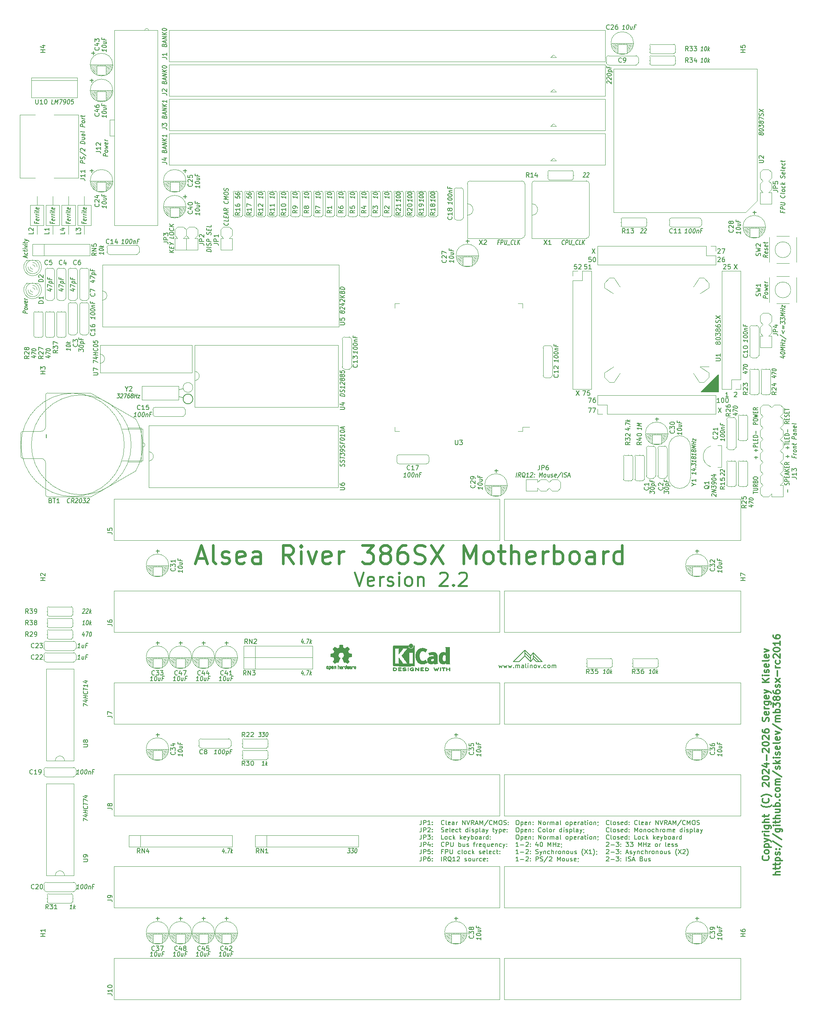
<source format=gbr>
%TF.GenerationSoftware,KiCad,Pcbnew,(6.0.2)*%
%TF.CreationDate,2026-02-18T07:48:15-08:00*%
%TF.ProjectId,AT386SX,41543338-3653-4582-9e6b-696361645f70,2.2*%
%TF.SameCoordinates,Original*%
%TF.FileFunction,Legend,Top*%
%TF.FilePolarity,Positive*%
%FSLAX46Y46*%
G04 Gerber Fmt 4.6, Leading zero omitted, Abs format (unit mm)*
G04 Created by KiCad (PCBNEW (6.0.2)) date 2026-02-18 07:48:15*
%MOMM*%
%LPD*%
G01*
G04 APERTURE LIST*
%ADD10C,0.150000*%
%ADD11C,0.600000*%
%ADD12C,0.300000*%
%ADD13C,0.450000*%
%ADD14C,0.203200*%
%ADD15C,0.152400*%
%ADD16C,0.010000*%
%ADD17C,0.120000*%
G04 APERTURE END LIST*
D10*
X130810000Y-158432500D02*
X131445000Y-157797500D01*
X130810000Y-159702500D02*
X129540000Y-158432500D01*
X133350000Y-159702500D02*
X132080000Y-159702500D01*
X130810000Y-158432500D02*
X130810000Y-159702500D01*
X129540000Y-158432500D02*
X128270000Y-159702500D01*
X128270000Y-159702500D02*
X127000000Y-159702500D01*
X131445000Y-157797500D02*
X133350000Y-159702500D01*
X129540000Y-157162500D02*
X129540000Y-158432500D01*
X172402500Y-100012500D02*
X168592500Y-100012500D01*
X168592500Y-100012500D02*
X172402500Y-96202500D01*
X172402500Y-96202500D02*
X172402500Y-100012500D01*
G36*
X172402500Y-100012500D02*
G01*
X168592500Y-100012500D01*
X172402500Y-96202500D01*
X172402500Y-100012500D01*
G37*
X172402500Y-100012500D02*
X168592500Y-100012500D01*
X172402500Y-96202500D01*
X172402500Y-100012500D01*
X129540000Y-157797500D02*
X130810000Y-159067500D01*
X132080000Y-159702500D02*
X131445000Y-159067500D01*
X129540000Y-157162500D02*
X130810000Y-158432500D01*
X131445000Y-159067500D02*
X130810000Y-159702500D01*
X127000000Y-159702500D02*
X129540000Y-157162500D01*
X131445000Y-158432500D02*
X132715000Y-159702500D01*
X131445000Y-157797500D02*
X131445000Y-159067500D01*
X172275595Y-70350119D02*
X172323214Y-70302500D01*
X172418452Y-70254880D01*
X172656547Y-70254880D01*
X172751785Y-70302500D01*
X172799404Y-70350119D01*
X172847023Y-70445357D01*
X172847023Y-70540595D01*
X172799404Y-70683452D01*
X172227976Y-71254880D01*
X172847023Y-71254880D01*
X173704166Y-70254880D02*
X173513690Y-70254880D01*
X173418452Y-70302500D01*
X173370833Y-70350119D01*
X173275595Y-70492976D01*
X173227976Y-70683452D01*
X173227976Y-71064404D01*
X173275595Y-71159642D01*
X173323214Y-71207261D01*
X173418452Y-71254880D01*
X173608928Y-71254880D01*
X173704166Y-71207261D01*
X173751785Y-71159642D01*
X173799404Y-71064404D01*
X173799404Y-70826309D01*
X173751785Y-70731071D01*
X173704166Y-70683452D01*
X173608928Y-70635833D01*
X173418452Y-70635833D01*
X173323214Y-70683452D01*
X173275595Y-70731071D01*
X173227976Y-70826309D01*
X174593214Y-101099880D02*
X174021785Y-101099880D01*
X174307500Y-101099880D02*
X174307500Y-100099880D01*
X174212261Y-100242738D01*
X174117023Y-100337976D01*
X174021785Y-100385595D01*
X175879166Y-71842380D02*
X176545833Y-72842380D01*
X176545833Y-71842380D02*
X175879166Y-72842380D01*
X173545595Y-71937619D02*
X173593214Y-71890000D01*
X173688452Y-71842380D01*
X173926547Y-71842380D01*
X174021785Y-71890000D01*
X174069404Y-71937619D01*
X174117023Y-72032857D01*
X174117023Y-72128095D01*
X174069404Y-72270952D01*
X173497976Y-72842380D01*
X174117023Y-72842380D01*
X175021785Y-71842380D02*
X174545595Y-71842380D01*
X174497976Y-72318571D01*
X174545595Y-72270952D01*
X174640833Y-72223333D01*
X174878928Y-72223333D01*
X174974166Y-72270952D01*
X175021785Y-72318571D01*
X175069404Y-72413809D01*
X175069404Y-72651904D01*
X175021785Y-72747142D01*
X174974166Y-72794761D01*
X174878928Y-72842380D01*
X174640833Y-72842380D01*
X174545595Y-72794761D01*
X174497976Y-72747142D01*
X140954166Y-99782380D02*
X141620833Y-100782380D01*
X141620833Y-99782380D02*
X140954166Y-100782380D01*
X180728928Y-114845714D02*
X180728928Y-114236190D01*
X181109880Y-114540952D02*
X180347976Y-114540952D01*
X180728928Y-113245714D02*
X180728928Y-112636190D01*
X181109880Y-112940952D02*
X180347976Y-112940952D01*
X181109880Y-112255238D02*
X180109880Y-112255238D01*
X180109880Y-111950476D01*
X180157500Y-111874285D01*
X180205119Y-111836190D01*
X180300357Y-111798095D01*
X180443214Y-111798095D01*
X180538452Y-111836190D01*
X180586071Y-111874285D01*
X180633690Y-111950476D01*
X180633690Y-112255238D01*
X181109880Y-111074285D02*
X181109880Y-111455238D01*
X180109880Y-111455238D01*
X180586071Y-110807619D02*
X180586071Y-110540952D01*
X181109880Y-110426666D02*
X181109880Y-110807619D01*
X180109880Y-110807619D01*
X180109880Y-110426666D01*
X181109880Y-110083809D02*
X180109880Y-110083809D01*
X180109880Y-109893333D01*
X180157500Y-109779047D01*
X180252738Y-109702857D01*
X180347976Y-109664761D01*
X180538452Y-109626666D01*
X180681309Y-109626666D01*
X180871785Y-109664761D01*
X180967023Y-109702857D01*
X181062261Y-109779047D01*
X181109880Y-109893333D01*
X181109880Y-110083809D01*
X180728928Y-109283809D02*
X180728928Y-108674285D01*
X143271904Y-71842380D02*
X142795714Y-71842380D01*
X142748095Y-72318571D01*
X142795714Y-72270952D01*
X142890952Y-72223333D01*
X143129047Y-72223333D01*
X143224285Y-72270952D01*
X143271904Y-72318571D01*
X143319523Y-72413809D01*
X143319523Y-72651904D01*
X143271904Y-72747142D01*
X143224285Y-72794761D01*
X143129047Y-72842380D01*
X142890952Y-72842380D01*
X142795714Y-72794761D01*
X142748095Y-72747142D01*
X144271904Y-72842380D02*
X143700476Y-72842380D01*
X143986190Y-72842380D02*
X143986190Y-71842380D01*
X143890952Y-71985238D01*
X143795714Y-72080476D01*
X143700476Y-72128095D01*
X181109880Y-107257619D02*
X180109880Y-107257619D01*
X180109880Y-106952857D01*
X180157500Y-106876666D01*
X180205119Y-106838571D01*
X180300357Y-106800476D01*
X180443214Y-106800476D01*
X180538452Y-106838571D01*
X180586071Y-106876666D01*
X180633690Y-106952857D01*
X180633690Y-107257619D01*
X180109880Y-106305238D02*
X180109880Y-106152857D01*
X180157500Y-106076666D01*
X180252738Y-106000476D01*
X180443214Y-105962380D01*
X180776547Y-105962380D01*
X180967023Y-106000476D01*
X181062261Y-106076666D01*
X181109880Y-106152857D01*
X181109880Y-106305238D01*
X181062261Y-106381428D01*
X180967023Y-106457619D01*
X180776547Y-106495714D01*
X180443214Y-106495714D01*
X180252738Y-106457619D01*
X180157500Y-106381428D01*
X180109880Y-106305238D01*
X180109880Y-105695714D02*
X181109880Y-105505238D01*
X180395595Y-105352857D01*
X181109880Y-105200476D01*
X180109880Y-105010000D01*
X180586071Y-104705238D02*
X180586071Y-104438571D01*
X181109880Y-104324285D02*
X181109880Y-104705238D01*
X180109880Y-104705238D01*
X180109880Y-104324285D01*
X181109880Y-103524285D02*
X180633690Y-103790952D01*
X181109880Y-103981428D02*
X180109880Y-103981428D01*
X180109880Y-103676666D01*
X180157500Y-103600476D01*
X180205119Y-103562380D01*
X180300357Y-103524285D01*
X180443214Y-103524285D01*
X180538452Y-103562380D01*
X180586071Y-103600476D01*
X180633690Y-103676666D01*
X180633690Y-103981428D01*
X127843571Y-194817380D02*
X128034047Y-194817380D01*
X128129285Y-194865000D01*
X128224523Y-194960238D01*
X128272142Y-195150714D01*
X128272142Y-195484047D01*
X128224523Y-195674523D01*
X128129285Y-195769761D01*
X128034047Y-195817380D01*
X127843571Y-195817380D01*
X127748333Y-195769761D01*
X127653095Y-195674523D01*
X127605476Y-195484047D01*
X127605476Y-195150714D01*
X127653095Y-194960238D01*
X127748333Y-194865000D01*
X127843571Y-194817380D01*
X128700714Y-195150714D02*
X128700714Y-196150714D01*
X128700714Y-195198333D02*
X128795952Y-195150714D01*
X128986428Y-195150714D01*
X129081666Y-195198333D01*
X129129285Y-195245952D01*
X129176904Y-195341190D01*
X129176904Y-195626904D01*
X129129285Y-195722142D01*
X129081666Y-195769761D01*
X128986428Y-195817380D01*
X128795952Y-195817380D01*
X128700714Y-195769761D01*
X129986428Y-195769761D02*
X129891190Y-195817380D01*
X129700714Y-195817380D01*
X129605476Y-195769761D01*
X129557857Y-195674523D01*
X129557857Y-195293571D01*
X129605476Y-195198333D01*
X129700714Y-195150714D01*
X129891190Y-195150714D01*
X129986428Y-195198333D01*
X130034047Y-195293571D01*
X130034047Y-195388809D01*
X129557857Y-195484047D01*
X130462619Y-195150714D02*
X130462619Y-195817380D01*
X130462619Y-195245952D02*
X130510238Y-195198333D01*
X130605476Y-195150714D01*
X130748333Y-195150714D01*
X130843571Y-195198333D01*
X130891190Y-195293571D01*
X130891190Y-195817380D01*
X131367380Y-195722142D02*
X131415000Y-195769761D01*
X131367380Y-195817380D01*
X131319761Y-195769761D01*
X131367380Y-195722142D01*
X131367380Y-195817380D01*
X131367380Y-195198333D02*
X131415000Y-195245952D01*
X131367380Y-195293571D01*
X131319761Y-195245952D01*
X131367380Y-195198333D01*
X131367380Y-195293571D01*
X132605476Y-195817380D02*
X132605476Y-194817380D01*
X133176904Y-195817380D01*
X133176904Y-194817380D01*
X133795952Y-195817380D02*
X133700714Y-195769761D01*
X133653095Y-195722142D01*
X133605476Y-195626904D01*
X133605476Y-195341190D01*
X133653095Y-195245952D01*
X133700714Y-195198333D01*
X133795952Y-195150714D01*
X133938809Y-195150714D01*
X134034047Y-195198333D01*
X134081666Y-195245952D01*
X134129285Y-195341190D01*
X134129285Y-195626904D01*
X134081666Y-195722142D01*
X134034047Y-195769761D01*
X133938809Y-195817380D01*
X133795952Y-195817380D01*
X134557857Y-195817380D02*
X134557857Y-195150714D01*
X134557857Y-195341190D02*
X134605476Y-195245952D01*
X134653095Y-195198333D01*
X134748333Y-195150714D01*
X134843571Y-195150714D01*
X135176904Y-195817380D02*
X135176904Y-195150714D01*
X135176904Y-195245952D02*
X135224523Y-195198333D01*
X135319761Y-195150714D01*
X135462619Y-195150714D01*
X135557857Y-195198333D01*
X135605476Y-195293571D01*
X135605476Y-195817380D01*
X135605476Y-195293571D02*
X135653095Y-195198333D01*
X135748333Y-195150714D01*
X135891190Y-195150714D01*
X135986428Y-195198333D01*
X136034047Y-195293571D01*
X136034047Y-195817380D01*
X136938809Y-195817380D02*
X136938809Y-195293571D01*
X136891190Y-195198333D01*
X136795952Y-195150714D01*
X136605476Y-195150714D01*
X136510238Y-195198333D01*
X136938809Y-195769761D02*
X136843571Y-195817380D01*
X136605476Y-195817380D01*
X136510238Y-195769761D01*
X136462619Y-195674523D01*
X136462619Y-195579285D01*
X136510238Y-195484047D01*
X136605476Y-195436428D01*
X136843571Y-195436428D01*
X136938809Y-195388809D01*
X137557857Y-195817380D02*
X137462619Y-195769761D01*
X137415000Y-195674523D01*
X137415000Y-194817380D01*
X138843571Y-195817380D02*
X138748333Y-195769761D01*
X138700714Y-195722142D01*
X138653095Y-195626904D01*
X138653095Y-195341190D01*
X138700714Y-195245952D01*
X138748333Y-195198333D01*
X138843571Y-195150714D01*
X138986428Y-195150714D01*
X139081666Y-195198333D01*
X139129285Y-195245952D01*
X139176904Y-195341190D01*
X139176904Y-195626904D01*
X139129285Y-195722142D01*
X139081666Y-195769761D01*
X138986428Y-195817380D01*
X138843571Y-195817380D01*
X139605476Y-195150714D02*
X139605476Y-196150714D01*
X139605476Y-195198333D02*
X139700714Y-195150714D01*
X139891190Y-195150714D01*
X139986428Y-195198333D01*
X140034047Y-195245952D01*
X140081666Y-195341190D01*
X140081666Y-195626904D01*
X140034047Y-195722142D01*
X139986428Y-195769761D01*
X139891190Y-195817380D01*
X139700714Y-195817380D01*
X139605476Y-195769761D01*
X140891190Y-195769761D02*
X140795952Y-195817380D01*
X140605476Y-195817380D01*
X140510238Y-195769761D01*
X140462619Y-195674523D01*
X140462619Y-195293571D01*
X140510238Y-195198333D01*
X140605476Y-195150714D01*
X140795952Y-195150714D01*
X140891190Y-195198333D01*
X140938809Y-195293571D01*
X140938809Y-195388809D01*
X140462619Y-195484047D01*
X141367380Y-195817380D02*
X141367380Y-195150714D01*
X141367380Y-195341190D02*
X141415000Y-195245952D01*
X141462619Y-195198333D01*
X141557857Y-195150714D01*
X141653095Y-195150714D01*
X142415000Y-195817380D02*
X142415000Y-195293571D01*
X142367380Y-195198333D01*
X142272142Y-195150714D01*
X142081666Y-195150714D01*
X141986428Y-195198333D01*
X142415000Y-195769761D02*
X142319761Y-195817380D01*
X142081666Y-195817380D01*
X141986428Y-195769761D01*
X141938809Y-195674523D01*
X141938809Y-195579285D01*
X141986428Y-195484047D01*
X142081666Y-195436428D01*
X142319761Y-195436428D01*
X142415000Y-195388809D01*
X142748333Y-195150714D02*
X143129285Y-195150714D01*
X142891190Y-194817380D02*
X142891190Y-195674523D01*
X142938809Y-195769761D01*
X143034047Y-195817380D01*
X143129285Y-195817380D01*
X143462619Y-195817380D02*
X143462619Y-195150714D01*
X143462619Y-194817380D02*
X143415000Y-194865000D01*
X143462619Y-194912619D01*
X143510238Y-194865000D01*
X143462619Y-194817380D01*
X143462619Y-194912619D01*
X144081666Y-195817380D02*
X143986428Y-195769761D01*
X143938809Y-195722142D01*
X143891190Y-195626904D01*
X143891190Y-195341190D01*
X143938809Y-195245952D01*
X143986428Y-195198333D01*
X144081666Y-195150714D01*
X144224523Y-195150714D01*
X144319761Y-195198333D01*
X144367380Y-195245952D01*
X144415000Y-195341190D01*
X144415000Y-195626904D01*
X144367380Y-195722142D01*
X144319761Y-195769761D01*
X144224523Y-195817380D01*
X144081666Y-195817380D01*
X144843571Y-195150714D02*
X144843571Y-195817380D01*
X144843571Y-195245952D02*
X144891190Y-195198333D01*
X144986428Y-195150714D01*
X145129285Y-195150714D01*
X145224523Y-195198333D01*
X145272142Y-195293571D01*
X145272142Y-195817380D01*
X145795952Y-195769761D02*
X145795952Y-195817380D01*
X145748333Y-195912619D01*
X145700714Y-195960238D01*
X145748333Y-195198333D02*
X145795952Y-195245952D01*
X145748333Y-195293571D01*
X145700714Y-195245952D01*
X145748333Y-195198333D01*
X145748333Y-195293571D01*
X127843571Y-196427380D02*
X128034047Y-196427380D01*
X128129285Y-196475000D01*
X128224523Y-196570238D01*
X128272142Y-196760714D01*
X128272142Y-197094047D01*
X128224523Y-197284523D01*
X128129285Y-197379761D01*
X128034047Y-197427380D01*
X127843571Y-197427380D01*
X127748333Y-197379761D01*
X127653095Y-197284523D01*
X127605476Y-197094047D01*
X127605476Y-196760714D01*
X127653095Y-196570238D01*
X127748333Y-196475000D01*
X127843571Y-196427380D01*
X128700714Y-196760714D02*
X128700714Y-197760714D01*
X128700714Y-196808333D02*
X128795952Y-196760714D01*
X128986428Y-196760714D01*
X129081666Y-196808333D01*
X129129285Y-196855952D01*
X129176904Y-196951190D01*
X129176904Y-197236904D01*
X129129285Y-197332142D01*
X129081666Y-197379761D01*
X128986428Y-197427380D01*
X128795952Y-197427380D01*
X128700714Y-197379761D01*
X129986428Y-197379761D02*
X129891190Y-197427380D01*
X129700714Y-197427380D01*
X129605476Y-197379761D01*
X129557857Y-197284523D01*
X129557857Y-196903571D01*
X129605476Y-196808333D01*
X129700714Y-196760714D01*
X129891190Y-196760714D01*
X129986428Y-196808333D01*
X130034047Y-196903571D01*
X130034047Y-196998809D01*
X129557857Y-197094047D01*
X130462619Y-196760714D02*
X130462619Y-197427380D01*
X130462619Y-196855952D02*
X130510238Y-196808333D01*
X130605476Y-196760714D01*
X130748333Y-196760714D01*
X130843571Y-196808333D01*
X130891190Y-196903571D01*
X130891190Y-197427380D01*
X131367380Y-197332142D02*
X131415000Y-197379761D01*
X131367380Y-197427380D01*
X131319761Y-197379761D01*
X131367380Y-197332142D01*
X131367380Y-197427380D01*
X131367380Y-196808333D02*
X131415000Y-196855952D01*
X131367380Y-196903571D01*
X131319761Y-196855952D01*
X131367380Y-196808333D01*
X131367380Y-196903571D01*
X133176904Y-197332142D02*
X133129285Y-197379761D01*
X132986428Y-197427380D01*
X132891190Y-197427380D01*
X132748333Y-197379761D01*
X132653095Y-197284523D01*
X132605476Y-197189285D01*
X132557857Y-196998809D01*
X132557857Y-196855952D01*
X132605476Y-196665476D01*
X132653095Y-196570238D01*
X132748333Y-196475000D01*
X132891190Y-196427380D01*
X132986428Y-196427380D01*
X133129285Y-196475000D01*
X133176904Y-196522619D01*
X133748333Y-197427380D02*
X133653095Y-197379761D01*
X133605476Y-197332142D01*
X133557857Y-197236904D01*
X133557857Y-196951190D01*
X133605476Y-196855952D01*
X133653095Y-196808333D01*
X133748333Y-196760714D01*
X133891190Y-196760714D01*
X133986428Y-196808333D01*
X134034047Y-196855952D01*
X134081666Y-196951190D01*
X134081666Y-197236904D01*
X134034047Y-197332142D01*
X133986428Y-197379761D01*
X133891190Y-197427380D01*
X133748333Y-197427380D01*
X134653095Y-197427380D02*
X134557857Y-197379761D01*
X134510238Y-197284523D01*
X134510238Y-196427380D01*
X135176904Y-197427380D02*
X135081666Y-197379761D01*
X135034047Y-197332142D01*
X134986428Y-197236904D01*
X134986428Y-196951190D01*
X135034047Y-196855952D01*
X135081666Y-196808333D01*
X135176904Y-196760714D01*
X135319761Y-196760714D01*
X135415000Y-196808333D01*
X135462619Y-196855952D01*
X135510238Y-196951190D01*
X135510238Y-197236904D01*
X135462619Y-197332142D01*
X135415000Y-197379761D01*
X135319761Y-197427380D01*
X135176904Y-197427380D01*
X135938809Y-197427380D02*
X135938809Y-196760714D01*
X135938809Y-196951190D02*
X135986428Y-196855952D01*
X136034047Y-196808333D01*
X136129285Y-196760714D01*
X136224523Y-196760714D01*
X137748333Y-197427380D02*
X137748333Y-196427380D01*
X137748333Y-197379761D02*
X137653095Y-197427380D01*
X137462619Y-197427380D01*
X137367380Y-197379761D01*
X137319761Y-197332142D01*
X137272142Y-197236904D01*
X137272142Y-196951190D01*
X137319761Y-196855952D01*
X137367380Y-196808333D01*
X137462619Y-196760714D01*
X137653095Y-196760714D01*
X137748333Y-196808333D01*
X138224523Y-197427380D02*
X138224523Y-196760714D01*
X138224523Y-196427380D02*
X138176904Y-196475000D01*
X138224523Y-196522619D01*
X138272142Y-196475000D01*
X138224523Y-196427380D01*
X138224523Y-196522619D01*
X138653095Y-197379761D02*
X138748333Y-197427380D01*
X138938809Y-197427380D01*
X139034047Y-197379761D01*
X139081666Y-197284523D01*
X139081666Y-197236904D01*
X139034047Y-197141666D01*
X138938809Y-197094047D01*
X138795952Y-197094047D01*
X138700714Y-197046428D01*
X138653095Y-196951190D01*
X138653095Y-196903571D01*
X138700714Y-196808333D01*
X138795952Y-196760714D01*
X138938809Y-196760714D01*
X139034047Y-196808333D01*
X139510238Y-196760714D02*
X139510238Y-197760714D01*
X139510238Y-196808333D02*
X139605476Y-196760714D01*
X139795952Y-196760714D01*
X139891190Y-196808333D01*
X139938809Y-196855952D01*
X139986428Y-196951190D01*
X139986428Y-197236904D01*
X139938809Y-197332142D01*
X139891190Y-197379761D01*
X139795952Y-197427380D01*
X139605476Y-197427380D01*
X139510238Y-197379761D01*
X140557857Y-197427380D02*
X140462619Y-197379761D01*
X140415000Y-197284523D01*
X140415000Y-196427380D01*
X141367380Y-197427380D02*
X141367380Y-196903571D01*
X141319761Y-196808333D01*
X141224523Y-196760714D01*
X141034047Y-196760714D01*
X140938809Y-196808333D01*
X141367380Y-197379761D02*
X141272142Y-197427380D01*
X141034047Y-197427380D01*
X140938809Y-197379761D01*
X140891190Y-197284523D01*
X140891190Y-197189285D01*
X140938809Y-197094047D01*
X141034047Y-197046428D01*
X141272142Y-197046428D01*
X141367380Y-196998809D01*
X141748333Y-196760714D02*
X141986428Y-197427380D01*
X142224523Y-196760714D02*
X141986428Y-197427380D01*
X141891190Y-197665476D01*
X141843571Y-197713095D01*
X141748333Y-197760714D01*
X142653095Y-197379761D02*
X142653095Y-197427380D01*
X142605476Y-197522619D01*
X142557857Y-197570238D01*
X142605476Y-196808333D02*
X142653095Y-196855952D01*
X142605476Y-196903571D01*
X142557857Y-196855952D01*
X142605476Y-196808333D01*
X142605476Y-196903571D01*
X127843571Y-198037380D02*
X128034047Y-198037380D01*
X128129285Y-198085000D01*
X128224523Y-198180238D01*
X128272142Y-198370714D01*
X128272142Y-198704047D01*
X128224523Y-198894523D01*
X128129285Y-198989761D01*
X128034047Y-199037380D01*
X127843571Y-199037380D01*
X127748333Y-198989761D01*
X127653095Y-198894523D01*
X127605476Y-198704047D01*
X127605476Y-198370714D01*
X127653095Y-198180238D01*
X127748333Y-198085000D01*
X127843571Y-198037380D01*
X128700714Y-198370714D02*
X128700714Y-199370714D01*
X128700714Y-198418333D02*
X128795952Y-198370714D01*
X128986428Y-198370714D01*
X129081666Y-198418333D01*
X129129285Y-198465952D01*
X129176904Y-198561190D01*
X129176904Y-198846904D01*
X129129285Y-198942142D01*
X129081666Y-198989761D01*
X128986428Y-199037380D01*
X128795952Y-199037380D01*
X128700714Y-198989761D01*
X129986428Y-198989761D02*
X129891190Y-199037380D01*
X129700714Y-199037380D01*
X129605476Y-198989761D01*
X129557857Y-198894523D01*
X129557857Y-198513571D01*
X129605476Y-198418333D01*
X129700714Y-198370714D01*
X129891190Y-198370714D01*
X129986428Y-198418333D01*
X130034047Y-198513571D01*
X130034047Y-198608809D01*
X129557857Y-198704047D01*
X130462619Y-198370714D02*
X130462619Y-199037380D01*
X130462619Y-198465952D02*
X130510238Y-198418333D01*
X130605476Y-198370714D01*
X130748333Y-198370714D01*
X130843571Y-198418333D01*
X130891190Y-198513571D01*
X130891190Y-199037380D01*
X131367380Y-198942142D02*
X131415000Y-198989761D01*
X131367380Y-199037380D01*
X131319761Y-198989761D01*
X131367380Y-198942142D01*
X131367380Y-199037380D01*
X131367380Y-198418333D02*
X131415000Y-198465952D01*
X131367380Y-198513571D01*
X131319761Y-198465952D01*
X131367380Y-198418333D01*
X131367380Y-198513571D01*
X132605476Y-199037380D02*
X132605476Y-198037380D01*
X133176904Y-199037380D01*
X133176904Y-198037380D01*
X133795952Y-199037380D02*
X133700714Y-198989761D01*
X133653095Y-198942142D01*
X133605476Y-198846904D01*
X133605476Y-198561190D01*
X133653095Y-198465952D01*
X133700714Y-198418333D01*
X133795952Y-198370714D01*
X133938809Y-198370714D01*
X134034047Y-198418333D01*
X134081666Y-198465952D01*
X134129285Y-198561190D01*
X134129285Y-198846904D01*
X134081666Y-198942142D01*
X134034047Y-198989761D01*
X133938809Y-199037380D01*
X133795952Y-199037380D01*
X134557857Y-199037380D02*
X134557857Y-198370714D01*
X134557857Y-198561190D02*
X134605476Y-198465952D01*
X134653095Y-198418333D01*
X134748333Y-198370714D01*
X134843571Y-198370714D01*
X135176904Y-199037380D02*
X135176904Y-198370714D01*
X135176904Y-198465952D02*
X135224523Y-198418333D01*
X135319761Y-198370714D01*
X135462619Y-198370714D01*
X135557857Y-198418333D01*
X135605476Y-198513571D01*
X135605476Y-199037380D01*
X135605476Y-198513571D02*
X135653095Y-198418333D01*
X135748333Y-198370714D01*
X135891190Y-198370714D01*
X135986428Y-198418333D01*
X136034047Y-198513571D01*
X136034047Y-199037380D01*
X136938809Y-199037380D02*
X136938809Y-198513571D01*
X136891190Y-198418333D01*
X136795952Y-198370714D01*
X136605476Y-198370714D01*
X136510238Y-198418333D01*
X136938809Y-198989761D02*
X136843571Y-199037380D01*
X136605476Y-199037380D01*
X136510238Y-198989761D01*
X136462619Y-198894523D01*
X136462619Y-198799285D01*
X136510238Y-198704047D01*
X136605476Y-198656428D01*
X136843571Y-198656428D01*
X136938809Y-198608809D01*
X137557857Y-199037380D02*
X137462619Y-198989761D01*
X137415000Y-198894523D01*
X137415000Y-198037380D01*
X138843571Y-199037380D02*
X138748333Y-198989761D01*
X138700714Y-198942142D01*
X138653095Y-198846904D01*
X138653095Y-198561190D01*
X138700714Y-198465952D01*
X138748333Y-198418333D01*
X138843571Y-198370714D01*
X138986428Y-198370714D01*
X139081666Y-198418333D01*
X139129285Y-198465952D01*
X139176904Y-198561190D01*
X139176904Y-198846904D01*
X139129285Y-198942142D01*
X139081666Y-198989761D01*
X138986428Y-199037380D01*
X138843571Y-199037380D01*
X139605476Y-198370714D02*
X139605476Y-199370714D01*
X139605476Y-198418333D02*
X139700714Y-198370714D01*
X139891190Y-198370714D01*
X139986428Y-198418333D01*
X140034047Y-198465952D01*
X140081666Y-198561190D01*
X140081666Y-198846904D01*
X140034047Y-198942142D01*
X139986428Y-198989761D01*
X139891190Y-199037380D01*
X139700714Y-199037380D01*
X139605476Y-198989761D01*
X140891190Y-198989761D02*
X140795952Y-199037380D01*
X140605476Y-199037380D01*
X140510238Y-198989761D01*
X140462619Y-198894523D01*
X140462619Y-198513571D01*
X140510238Y-198418333D01*
X140605476Y-198370714D01*
X140795952Y-198370714D01*
X140891190Y-198418333D01*
X140938809Y-198513571D01*
X140938809Y-198608809D01*
X140462619Y-198704047D01*
X141367380Y-199037380D02*
X141367380Y-198370714D01*
X141367380Y-198561190D02*
X141415000Y-198465952D01*
X141462619Y-198418333D01*
X141557857Y-198370714D01*
X141653095Y-198370714D01*
X142415000Y-199037380D02*
X142415000Y-198513571D01*
X142367380Y-198418333D01*
X142272142Y-198370714D01*
X142081666Y-198370714D01*
X141986428Y-198418333D01*
X142415000Y-198989761D02*
X142319761Y-199037380D01*
X142081666Y-199037380D01*
X141986428Y-198989761D01*
X141938809Y-198894523D01*
X141938809Y-198799285D01*
X141986428Y-198704047D01*
X142081666Y-198656428D01*
X142319761Y-198656428D01*
X142415000Y-198608809D01*
X142748333Y-198370714D02*
X143129285Y-198370714D01*
X142891190Y-198037380D02*
X142891190Y-198894523D01*
X142938809Y-198989761D01*
X143034047Y-199037380D01*
X143129285Y-199037380D01*
X143462619Y-199037380D02*
X143462619Y-198370714D01*
X143462619Y-198037380D02*
X143415000Y-198085000D01*
X143462619Y-198132619D01*
X143510238Y-198085000D01*
X143462619Y-198037380D01*
X143462619Y-198132619D01*
X144081666Y-199037380D02*
X143986428Y-198989761D01*
X143938809Y-198942142D01*
X143891190Y-198846904D01*
X143891190Y-198561190D01*
X143938809Y-198465952D01*
X143986428Y-198418333D01*
X144081666Y-198370714D01*
X144224523Y-198370714D01*
X144319761Y-198418333D01*
X144367380Y-198465952D01*
X144415000Y-198561190D01*
X144415000Y-198846904D01*
X144367380Y-198942142D01*
X144319761Y-198989761D01*
X144224523Y-199037380D01*
X144081666Y-199037380D01*
X144843571Y-198370714D02*
X144843571Y-199037380D01*
X144843571Y-198465952D02*
X144891190Y-198418333D01*
X144986428Y-198370714D01*
X145129285Y-198370714D01*
X145224523Y-198418333D01*
X145272142Y-198513571D01*
X145272142Y-199037380D01*
X145795952Y-198989761D02*
X145795952Y-199037380D01*
X145748333Y-199132619D01*
X145700714Y-199180238D01*
X145748333Y-198418333D02*
X145795952Y-198465952D01*
X145748333Y-198513571D01*
X145700714Y-198465952D01*
X145748333Y-198418333D01*
X145748333Y-198513571D01*
X128176904Y-200647380D02*
X127605476Y-200647380D01*
X127891190Y-200647380D02*
X127891190Y-199647380D01*
X127795952Y-199790238D01*
X127700714Y-199885476D01*
X127605476Y-199933095D01*
X128605476Y-200266428D02*
X129367380Y-200266428D01*
X129795952Y-199742619D02*
X129843571Y-199695000D01*
X129938809Y-199647380D01*
X130176904Y-199647380D01*
X130272142Y-199695000D01*
X130319761Y-199742619D01*
X130367380Y-199837857D01*
X130367380Y-199933095D01*
X130319761Y-200075952D01*
X129748333Y-200647380D01*
X130367380Y-200647380D01*
X130795952Y-200552142D02*
X130843571Y-200599761D01*
X130795952Y-200647380D01*
X130748333Y-200599761D01*
X130795952Y-200552142D01*
X130795952Y-200647380D01*
X130795952Y-200028333D02*
X130843571Y-200075952D01*
X130795952Y-200123571D01*
X130748333Y-200075952D01*
X130795952Y-200028333D01*
X130795952Y-200123571D01*
X132462619Y-199980714D02*
X132462619Y-200647380D01*
X132224523Y-199599761D02*
X131986428Y-200314047D01*
X132605476Y-200314047D01*
X133176904Y-199647380D02*
X133272142Y-199647380D01*
X133367380Y-199695000D01*
X133415000Y-199742619D01*
X133462619Y-199837857D01*
X133510238Y-200028333D01*
X133510238Y-200266428D01*
X133462619Y-200456904D01*
X133415000Y-200552142D01*
X133367380Y-200599761D01*
X133272142Y-200647380D01*
X133176904Y-200647380D01*
X133081666Y-200599761D01*
X133034047Y-200552142D01*
X132986428Y-200456904D01*
X132938809Y-200266428D01*
X132938809Y-200028333D01*
X132986428Y-199837857D01*
X133034047Y-199742619D01*
X133081666Y-199695000D01*
X133176904Y-199647380D01*
X134700714Y-200647380D02*
X134700714Y-199647380D01*
X135034047Y-200361666D01*
X135367380Y-199647380D01*
X135367380Y-200647380D01*
X135843571Y-200647380D02*
X135843571Y-199647380D01*
X135843571Y-200123571D02*
X136415000Y-200123571D01*
X136415000Y-200647380D02*
X136415000Y-199647380D01*
X136795952Y-199980714D02*
X137319761Y-199980714D01*
X136795952Y-200647380D01*
X137319761Y-200647380D01*
X137748333Y-200599761D02*
X137748333Y-200647380D01*
X137700714Y-200742619D01*
X137653095Y-200790238D01*
X137700714Y-200028333D02*
X137748333Y-200075952D01*
X137700714Y-200123571D01*
X137653095Y-200075952D01*
X137700714Y-200028333D01*
X137700714Y-200123571D01*
X128176904Y-202257380D02*
X127605476Y-202257380D01*
X127891190Y-202257380D02*
X127891190Y-201257380D01*
X127795952Y-201400238D01*
X127700714Y-201495476D01*
X127605476Y-201543095D01*
X128605476Y-201876428D02*
X129367380Y-201876428D01*
X129795952Y-201352619D02*
X129843571Y-201305000D01*
X129938809Y-201257380D01*
X130176904Y-201257380D01*
X130272142Y-201305000D01*
X130319761Y-201352619D01*
X130367380Y-201447857D01*
X130367380Y-201543095D01*
X130319761Y-201685952D01*
X129748333Y-202257380D01*
X130367380Y-202257380D01*
X130795952Y-202162142D02*
X130843571Y-202209761D01*
X130795952Y-202257380D01*
X130748333Y-202209761D01*
X130795952Y-202162142D01*
X130795952Y-202257380D01*
X130795952Y-201638333D02*
X130843571Y-201685952D01*
X130795952Y-201733571D01*
X130748333Y-201685952D01*
X130795952Y-201638333D01*
X130795952Y-201733571D01*
X131986428Y-202209761D02*
X132129285Y-202257380D01*
X132367380Y-202257380D01*
X132462619Y-202209761D01*
X132510238Y-202162142D01*
X132557857Y-202066904D01*
X132557857Y-201971666D01*
X132510238Y-201876428D01*
X132462619Y-201828809D01*
X132367380Y-201781190D01*
X132176904Y-201733571D01*
X132081666Y-201685952D01*
X132034047Y-201638333D01*
X131986428Y-201543095D01*
X131986428Y-201447857D01*
X132034047Y-201352619D01*
X132081666Y-201305000D01*
X132176904Y-201257380D01*
X132415000Y-201257380D01*
X132557857Y-201305000D01*
X132891190Y-201590714D02*
X133129285Y-202257380D01*
X133367380Y-201590714D02*
X133129285Y-202257380D01*
X133034047Y-202495476D01*
X132986428Y-202543095D01*
X132891190Y-202590714D01*
X133748333Y-201590714D02*
X133748333Y-202257380D01*
X133748333Y-201685952D02*
X133795952Y-201638333D01*
X133891190Y-201590714D01*
X134034047Y-201590714D01*
X134129285Y-201638333D01*
X134176904Y-201733571D01*
X134176904Y-202257380D01*
X135081666Y-202209761D02*
X134986428Y-202257380D01*
X134795952Y-202257380D01*
X134700714Y-202209761D01*
X134653095Y-202162142D01*
X134605476Y-202066904D01*
X134605476Y-201781190D01*
X134653095Y-201685952D01*
X134700714Y-201638333D01*
X134795952Y-201590714D01*
X134986428Y-201590714D01*
X135081666Y-201638333D01*
X135510238Y-202257380D02*
X135510238Y-201257380D01*
X135938809Y-202257380D02*
X135938809Y-201733571D01*
X135891190Y-201638333D01*
X135795952Y-201590714D01*
X135653095Y-201590714D01*
X135557857Y-201638333D01*
X135510238Y-201685952D01*
X136415000Y-202257380D02*
X136415000Y-201590714D01*
X136415000Y-201781190D02*
X136462619Y-201685952D01*
X136510238Y-201638333D01*
X136605476Y-201590714D01*
X136700714Y-201590714D01*
X137176904Y-202257380D02*
X137081666Y-202209761D01*
X137034047Y-202162142D01*
X136986428Y-202066904D01*
X136986428Y-201781190D01*
X137034047Y-201685952D01*
X137081666Y-201638333D01*
X137176904Y-201590714D01*
X137319761Y-201590714D01*
X137415000Y-201638333D01*
X137462619Y-201685952D01*
X137510238Y-201781190D01*
X137510238Y-202066904D01*
X137462619Y-202162142D01*
X137415000Y-202209761D01*
X137319761Y-202257380D01*
X137176904Y-202257380D01*
X137938809Y-201590714D02*
X137938809Y-202257380D01*
X137938809Y-201685952D02*
X137986428Y-201638333D01*
X138081666Y-201590714D01*
X138224523Y-201590714D01*
X138319761Y-201638333D01*
X138367380Y-201733571D01*
X138367380Y-202257380D01*
X138986428Y-202257380D02*
X138891190Y-202209761D01*
X138843571Y-202162142D01*
X138795952Y-202066904D01*
X138795952Y-201781190D01*
X138843571Y-201685952D01*
X138891190Y-201638333D01*
X138986428Y-201590714D01*
X139129285Y-201590714D01*
X139224523Y-201638333D01*
X139272142Y-201685952D01*
X139319761Y-201781190D01*
X139319761Y-202066904D01*
X139272142Y-202162142D01*
X139224523Y-202209761D01*
X139129285Y-202257380D01*
X138986428Y-202257380D01*
X140176904Y-201590714D02*
X140176904Y-202257380D01*
X139748333Y-201590714D02*
X139748333Y-202114523D01*
X139795952Y-202209761D01*
X139891190Y-202257380D01*
X140034047Y-202257380D01*
X140129285Y-202209761D01*
X140176904Y-202162142D01*
X140605476Y-202209761D02*
X140700714Y-202257380D01*
X140891190Y-202257380D01*
X140986428Y-202209761D01*
X141034047Y-202114523D01*
X141034047Y-202066904D01*
X140986428Y-201971666D01*
X140891190Y-201924047D01*
X140748333Y-201924047D01*
X140653095Y-201876428D01*
X140605476Y-201781190D01*
X140605476Y-201733571D01*
X140653095Y-201638333D01*
X140748333Y-201590714D01*
X140891190Y-201590714D01*
X140986428Y-201638333D01*
X142510238Y-202638333D02*
X142462619Y-202590714D01*
X142367380Y-202447857D01*
X142319761Y-202352619D01*
X142272142Y-202209761D01*
X142224523Y-201971666D01*
X142224523Y-201781190D01*
X142272142Y-201543095D01*
X142319761Y-201400238D01*
X142367380Y-201305000D01*
X142462619Y-201162142D01*
X142510238Y-201114523D01*
X142795952Y-201257380D02*
X143462619Y-202257380D01*
X143462619Y-201257380D02*
X142795952Y-202257380D01*
X144367380Y-202257380D02*
X143795952Y-202257380D01*
X144081666Y-202257380D02*
X144081666Y-201257380D01*
X143986428Y-201400238D01*
X143891190Y-201495476D01*
X143795952Y-201543095D01*
X144700714Y-202638333D02*
X144748333Y-202590714D01*
X144843571Y-202447857D01*
X144891190Y-202352619D01*
X144938809Y-202209761D01*
X144986428Y-201971666D01*
X144986428Y-201781190D01*
X144938809Y-201543095D01*
X144891190Y-201400238D01*
X144843571Y-201305000D01*
X144748333Y-201162142D01*
X144700714Y-201114523D01*
X145510238Y-202209761D02*
X145510238Y-202257380D01*
X145462619Y-202352619D01*
X145415000Y-202400238D01*
X145462619Y-201638333D02*
X145510238Y-201685952D01*
X145462619Y-201733571D01*
X145415000Y-201685952D01*
X145462619Y-201638333D01*
X145462619Y-201733571D01*
X128176904Y-203867380D02*
X127605476Y-203867380D01*
X127891190Y-203867380D02*
X127891190Y-202867380D01*
X127795952Y-203010238D01*
X127700714Y-203105476D01*
X127605476Y-203153095D01*
X128605476Y-203486428D02*
X129367380Y-203486428D01*
X129795952Y-202962619D02*
X129843571Y-202915000D01*
X129938809Y-202867380D01*
X130176904Y-202867380D01*
X130272142Y-202915000D01*
X130319761Y-202962619D01*
X130367380Y-203057857D01*
X130367380Y-203153095D01*
X130319761Y-203295952D01*
X129748333Y-203867380D01*
X130367380Y-203867380D01*
X130795952Y-203772142D02*
X130843571Y-203819761D01*
X130795952Y-203867380D01*
X130748333Y-203819761D01*
X130795952Y-203772142D01*
X130795952Y-203867380D01*
X130795952Y-203248333D02*
X130843571Y-203295952D01*
X130795952Y-203343571D01*
X130748333Y-203295952D01*
X130795952Y-203248333D01*
X130795952Y-203343571D01*
X132034047Y-203867380D02*
X132034047Y-202867380D01*
X132415000Y-202867380D01*
X132510238Y-202915000D01*
X132557857Y-202962619D01*
X132605476Y-203057857D01*
X132605476Y-203200714D01*
X132557857Y-203295952D01*
X132510238Y-203343571D01*
X132415000Y-203391190D01*
X132034047Y-203391190D01*
X132986428Y-203819761D02*
X133129285Y-203867380D01*
X133367380Y-203867380D01*
X133462619Y-203819761D01*
X133510238Y-203772142D01*
X133557857Y-203676904D01*
X133557857Y-203581666D01*
X133510238Y-203486428D01*
X133462619Y-203438809D01*
X133367380Y-203391190D01*
X133176904Y-203343571D01*
X133081666Y-203295952D01*
X133034047Y-203248333D01*
X132986428Y-203153095D01*
X132986428Y-203057857D01*
X133034047Y-202962619D01*
X133081666Y-202915000D01*
X133176904Y-202867380D01*
X133415000Y-202867380D01*
X133557857Y-202915000D01*
X134700714Y-202819761D02*
X133843571Y-204105476D01*
X134986428Y-202962619D02*
X135034047Y-202915000D01*
X135129285Y-202867380D01*
X135367380Y-202867380D01*
X135462619Y-202915000D01*
X135510238Y-202962619D01*
X135557857Y-203057857D01*
X135557857Y-203153095D01*
X135510238Y-203295952D01*
X134938809Y-203867380D01*
X135557857Y-203867380D01*
X136748333Y-203867380D02*
X136748333Y-202867380D01*
X137081666Y-203581666D01*
X137415000Y-202867380D01*
X137415000Y-203867380D01*
X138034047Y-203867380D02*
X137938809Y-203819761D01*
X137891190Y-203772142D01*
X137843571Y-203676904D01*
X137843571Y-203391190D01*
X137891190Y-203295952D01*
X137938809Y-203248333D01*
X138034047Y-203200714D01*
X138176904Y-203200714D01*
X138272142Y-203248333D01*
X138319761Y-203295952D01*
X138367380Y-203391190D01*
X138367380Y-203676904D01*
X138319761Y-203772142D01*
X138272142Y-203819761D01*
X138176904Y-203867380D01*
X138034047Y-203867380D01*
X139224523Y-203200714D02*
X139224523Y-203867380D01*
X138795952Y-203200714D02*
X138795952Y-203724523D01*
X138843571Y-203819761D01*
X138938809Y-203867380D01*
X139081666Y-203867380D01*
X139176904Y-203819761D01*
X139224523Y-203772142D01*
X139653095Y-203819761D02*
X139748333Y-203867380D01*
X139938809Y-203867380D01*
X140034047Y-203819761D01*
X140081666Y-203724523D01*
X140081666Y-203676904D01*
X140034047Y-203581666D01*
X139938809Y-203534047D01*
X139795952Y-203534047D01*
X139700714Y-203486428D01*
X139653095Y-203391190D01*
X139653095Y-203343571D01*
X139700714Y-203248333D01*
X139795952Y-203200714D01*
X139938809Y-203200714D01*
X140034047Y-203248333D01*
X140891190Y-203819761D02*
X140795952Y-203867380D01*
X140605476Y-203867380D01*
X140510238Y-203819761D01*
X140462619Y-203724523D01*
X140462619Y-203343571D01*
X140510238Y-203248333D01*
X140605476Y-203200714D01*
X140795952Y-203200714D01*
X140891190Y-203248333D01*
X140938809Y-203343571D01*
X140938809Y-203438809D01*
X140462619Y-203534047D01*
X141415000Y-203819761D02*
X141415000Y-203867380D01*
X141367380Y-203962619D01*
X141319761Y-204010238D01*
X141367380Y-203248333D02*
X141415000Y-203295952D01*
X141367380Y-203343571D01*
X141319761Y-203295952D01*
X141367380Y-203248333D01*
X141367380Y-203343571D01*
D11*
X56997142Y-136874166D02*
X58901904Y-136874166D01*
X56616190Y-138017023D02*
X57949523Y-134017023D01*
X59282857Y-138017023D01*
X61187619Y-138017023D02*
X60806666Y-137826547D01*
X60616190Y-137445595D01*
X60616190Y-134017023D01*
X62520952Y-137826547D02*
X62901904Y-138017023D01*
X63663809Y-138017023D01*
X64044761Y-137826547D01*
X64235238Y-137445595D01*
X64235238Y-137255119D01*
X64044761Y-136874166D01*
X63663809Y-136683690D01*
X63092380Y-136683690D01*
X62711428Y-136493214D01*
X62520952Y-136112261D01*
X62520952Y-135921785D01*
X62711428Y-135540833D01*
X63092380Y-135350357D01*
X63663809Y-135350357D01*
X64044761Y-135540833D01*
X67473333Y-137826547D02*
X67092380Y-138017023D01*
X66330476Y-138017023D01*
X65949523Y-137826547D01*
X65759047Y-137445595D01*
X65759047Y-135921785D01*
X65949523Y-135540833D01*
X66330476Y-135350357D01*
X67092380Y-135350357D01*
X67473333Y-135540833D01*
X67663809Y-135921785D01*
X67663809Y-136302738D01*
X65759047Y-136683690D01*
X71092380Y-138017023D02*
X71092380Y-135921785D01*
X70901904Y-135540833D01*
X70520952Y-135350357D01*
X69759047Y-135350357D01*
X69378095Y-135540833D01*
X71092380Y-137826547D02*
X70711428Y-138017023D01*
X69759047Y-138017023D01*
X69378095Y-137826547D01*
X69187619Y-137445595D01*
X69187619Y-137064642D01*
X69378095Y-136683690D01*
X69759047Y-136493214D01*
X70711428Y-136493214D01*
X71092380Y-136302738D01*
X78330476Y-138017023D02*
X76997142Y-136112261D01*
X76044761Y-138017023D02*
X76044761Y-134017023D01*
X77568571Y-134017023D01*
X77949523Y-134207500D01*
X78139999Y-134397976D01*
X78330476Y-134778928D01*
X78330476Y-135350357D01*
X78139999Y-135731309D01*
X77949523Y-135921785D01*
X77568571Y-136112261D01*
X76044761Y-136112261D01*
X80044761Y-138017023D02*
X80044761Y-135350357D01*
X80044761Y-134017023D02*
X79854285Y-134207500D01*
X80044761Y-134397976D01*
X80235238Y-134207500D01*
X80044761Y-134017023D01*
X80044761Y-134397976D01*
X81568571Y-135350357D02*
X82520952Y-138017023D01*
X83473333Y-135350357D01*
X86520952Y-137826547D02*
X86139999Y-138017023D01*
X85378095Y-138017023D01*
X84997142Y-137826547D01*
X84806666Y-137445595D01*
X84806666Y-135921785D01*
X84997142Y-135540833D01*
X85378095Y-135350357D01*
X86139999Y-135350357D01*
X86520952Y-135540833D01*
X86711428Y-135921785D01*
X86711428Y-136302738D01*
X84806666Y-136683690D01*
X88425714Y-138017023D02*
X88425714Y-135350357D01*
X88425714Y-136112261D02*
X88616190Y-135731309D01*
X88806666Y-135540833D01*
X89187619Y-135350357D01*
X89568571Y-135350357D01*
X93568571Y-134017023D02*
X96044761Y-134017023D01*
X94711428Y-135540833D01*
X95282857Y-135540833D01*
X95663809Y-135731309D01*
X95854285Y-135921785D01*
X96044761Y-136302738D01*
X96044761Y-137255119D01*
X95854285Y-137636071D01*
X95663809Y-137826547D01*
X95282857Y-138017023D01*
X94139999Y-138017023D01*
X93759047Y-137826547D01*
X93568571Y-137636071D01*
X98330476Y-135731309D02*
X97949523Y-135540833D01*
X97759047Y-135350357D01*
X97568571Y-134969404D01*
X97568571Y-134778928D01*
X97759047Y-134397976D01*
X97949523Y-134207500D01*
X98330476Y-134017023D01*
X99092380Y-134017023D01*
X99473333Y-134207500D01*
X99663809Y-134397976D01*
X99854285Y-134778928D01*
X99854285Y-134969404D01*
X99663809Y-135350357D01*
X99473333Y-135540833D01*
X99092380Y-135731309D01*
X98330476Y-135731309D01*
X97949523Y-135921785D01*
X97759047Y-136112261D01*
X97568571Y-136493214D01*
X97568571Y-137255119D01*
X97759047Y-137636071D01*
X97949523Y-137826547D01*
X98330476Y-138017023D01*
X99092380Y-138017023D01*
X99473333Y-137826547D01*
X99663809Y-137636071D01*
X99854285Y-137255119D01*
X99854285Y-136493214D01*
X99663809Y-136112261D01*
X99473333Y-135921785D01*
X99092380Y-135731309D01*
X103282857Y-134017023D02*
X102520952Y-134017023D01*
X102139999Y-134207500D01*
X101949523Y-134397976D01*
X101568571Y-134969404D01*
X101378095Y-135731309D01*
X101378095Y-137255119D01*
X101568571Y-137636071D01*
X101759047Y-137826547D01*
X102139999Y-138017023D01*
X102901904Y-138017023D01*
X103282857Y-137826547D01*
X103473333Y-137636071D01*
X103663809Y-137255119D01*
X103663809Y-136302738D01*
X103473333Y-135921785D01*
X103282857Y-135731309D01*
X102901904Y-135540833D01*
X102139999Y-135540833D01*
X101759047Y-135731309D01*
X101568571Y-135921785D01*
X101378095Y-136302738D01*
X105187619Y-137826547D02*
X105759047Y-138017023D01*
X106711428Y-138017023D01*
X107092380Y-137826547D01*
X107282857Y-137636071D01*
X107473333Y-137255119D01*
X107473333Y-136874166D01*
X107282857Y-136493214D01*
X107092380Y-136302738D01*
X106711428Y-136112261D01*
X105949523Y-135921785D01*
X105568571Y-135731309D01*
X105378095Y-135540833D01*
X105187619Y-135159880D01*
X105187619Y-134778928D01*
X105378095Y-134397976D01*
X105568571Y-134207500D01*
X105949523Y-134017023D01*
X106901904Y-134017023D01*
X107473333Y-134207500D01*
X108806666Y-134017023D02*
X111473333Y-138017023D01*
X111473333Y-134017023D02*
X108806666Y-138017023D01*
X116044761Y-138017023D02*
X116044761Y-134017023D01*
X117378095Y-136874166D01*
X118711428Y-134017023D01*
X118711428Y-138017023D01*
X121187619Y-138017023D02*
X120806666Y-137826547D01*
X120616190Y-137636071D01*
X120425714Y-137255119D01*
X120425714Y-136112261D01*
X120616190Y-135731309D01*
X120806666Y-135540833D01*
X121187619Y-135350357D01*
X121759047Y-135350357D01*
X122139999Y-135540833D01*
X122330476Y-135731309D01*
X122520952Y-136112261D01*
X122520952Y-137255119D01*
X122330476Y-137636071D01*
X122139999Y-137826547D01*
X121759047Y-138017023D01*
X121187619Y-138017023D01*
X123663809Y-135350357D02*
X125187619Y-135350357D01*
X124235238Y-134017023D02*
X124235238Y-137445595D01*
X124425714Y-137826547D01*
X124806666Y-138017023D01*
X125187619Y-138017023D01*
X126520952Y-138017023D02*
X126520952Y-134017023D01*
X128235238Y-138017023D02*
X128235238Y-135921785D01*
X128044761Y-135540833D01*
X127663809Y-135350357D01*
X127092380Y-135350357D01*
X126711428Y-135540833D01*
X126520952Y-135731309D01*
X131663809Y-137826547D02*
X131282857Y-138017023D01*
X130520952Y-138017023D01*
X130139999Y-137826547D01*
X129949523Y-137445595D01*
X129949523Y-135921785D01*
X130139999Y-135540833D01*
X130520952Y-135350357D01*
X131282857Y-135350357D01*
X131663809Y-135540833D01*
X131854285Y-135921785D01*
X131854285Y-136302738D01*
X129949523Y-136683690D01*
X133568571Y-138017023D02*
X133568571Y-135350357D01*
X133568571Y-136112261D02*
X133759047Y-135731309D01*
X133949523Y-135540833D01*
X134330476Y-135350357D01*
X134711428Y-135350357D01*
X136044761Y-138017023D02*
X136044761Y-134017023D01*
X136044761Y-135540833D02*
X136425714Y-135350357D01*
X137187619Y-135350357D01*
X137568571Y-135540833D01*
X137759047Y-135731309D01*
X137949523Y-136112261D01*
X137949523Y-137255119D01*
X137759047Y-137636071D01*
X137568571Y-137826547D01*
X137187619Y-138017023D01*
X136425714Y-138017023D01*
X136044761Y-137826547D01*
X140235238Y-138017023D02*
X139854285Y-137826547D01*
X139663809Y-137636071D01*
X139473333Y-137255119D01*
X139473333Y-136112261D01*
X139663809Y-135731309D01*
X139854285Y-135540833D01*
X140235238Y-135350357D01*
X140806666Y-135350357D01*
X141187619Y-135540833D01*
X141378095Y-135731309D01*
X141568571Y-136112261D01*
X141568571Y-137255119D01*
X141378095Y-137636071D01*
X141187619Y-137826547D01*
X140806666Y-138017023D01*
X140235238Y-138017023D01*
X144997142Y-138017023D02*
X144997142Y-135921785D01*
X144806666Y-135540833D01*
X144425714Y-135350357D01*
X143663809Y-135350357D01*
X143282857Y-135540833D01*
X144997142Y-137826547D02*
X144616190Y-138017023D01*
X143663809Y-138017023D01*
X143282857Y-137826547D01*
X143092380Y-137445595D01*
X143092380Y-137064642D01*
X143282857Y-136683690D01*
X143663809Y-136493214D01*
X144616190Y-136493214D01*
X144997142Y-136302738D01*
X146901904Y-138017023D02*
X146901904Y-135350357D01*
X146901904Y-136112261D02*
X147092380Y-135731309D01*
X147282857Y-135540833D01*
X147663809Y-135350357D01*
X148044761Y-135350357D01*
X151092380Y-138017023D02*
X151092380Y-134017023D01*
X151092380Y-137826547D02*
X150711428Y-138017023D01*
X149949523Y-138017023D01*
X149568571Y-137826547D01*
X149378095Y-137636071D01*
X149187619Y-137255119D01*
X149187619Y-136112261D01*
X149378095Y-135731309D01*
X149568571Y-135540833D01*
X149949523Y-135350357D01*
X150711428Y-135350357D01*
X151092380Y-135540833D01*
D12*
X183478214Y-202768571D02*
X183549642Y-202840000D01*
X183621071Y-203054285D01*
X183621071Y-203197142D01*
X183549642Y-203411428D01*
X183406785Y-203554285D01*
X183263928Y-203625714D01*
X182978214Y-203697142D01*
X182763928Y-203697142D01*
X182478214Y-203625714D01*
X182335357Y-203554285D01*
X182192500Y-203411428D01*
X182121071Y-203197142D01*
X182121071Y-203054285D01*
X182192500Y-202840000D01*
X182263928Y-202768571D01*
X183621071Y-201911428D02*
X183549642Y-202054285D01*
X183478214Y-202125714D01*
X183335357Y-202197142D01*
X182906785Y-202197142D01*
X182763928Y-202125714D01*
X182692500Y-202054285D01*
X182621071Y-201911428D01*
X182621071Y-201697142D01*
X182692500Y-201554285D01*
X182763928Y-201482857D01*
X182906785Y-201411428D01*
X183335357Y-201411428D01*
X183478214Y-201482857D01*
X183549642Y-201554285D01*
X183621071Y-201697142D01*
X183621071Y-201911428D01*
X182621071Y-200768571D02*
X184121071Y-200768571D01*
X182692500Y-200768571D02*
X182621071Y-200625714D01*
X182621071Y-200340000D01*
X182692500Y-200197142D01*
X182763928Y-200125714D01*
X182906785Y-200054285D01*
X183335357Y-200054285D01*
X183478214Y-200125714D01*
X183549642Y-200197142D01*
X183621071Y-200340000D01*
X183621071Y-200625714D01*
X183549642Y-200768571D01*
X182621071Y-199554285D02*
X183621071Y-199197142D01*
X182621071Y-198840000D02*
X183621071Y-199197142D01*
X183978214Y-199340000D01*
X184049642Y-199411428D01*
X184121071Y-199554285D01*
X183621071Y-198268571D02*
X182621071Y-198268571D01*
X182906785Y-198268571D02*
X182763928Y-198197142D01*
X182692500Y-198125714D01*
X182621071Y-197982857D01*
X182621071Y-197840000D01*
X183621071Y-197340000D02*
X182621071Y-197340000D01*
X182121071Y-197340000D02*
X182192500Y-197411428D01*
X182263928Y-197340000D01*
X182192500Y-197268571D01*
X182121071Y-197340000D01*
X182263928Y-197340000D01*
X182621071Y-195982857D02*
X183835357Y-195982857D01*
X183978214Y-196054285D01*
X184049642Y-196125714D01*
X184121071Y-196268571D01*
X184121071Y-196482857D01*
X184049642Y-196625714D01*
X183549642Y-195982857D02*
X183621071Y-196125714D01*
X183621071Y-196411428D01*
X183549642Y-196554285D01*
X183478214Y-196625714D01*
X183335357Y-196697142D01*
X182906785Y-196697142D01*
X182763928Y-196625714D01*
X182692500Y-196554285D01*
X182621071Y-196411428D01*
X182621071Y-196125714D01*
X182692500Y-195982857D01*
X183621071Y-195268571D02*
X182121071Y-195268571D01*
X183621071Y-194625714D02*
X182835357Y-194625714D01*
X182692500Y-194697142D01*
X182621071Y-194840000D01*
X182621071Y-195054285D01*
X182692500Y-195197142D01*
X182763928Y-195268571D01*
X182621071Y-194125714D02*
X182621071Y-193554285D01*
X182121071Y-193911428D02*
X183406785Y-193911428D01*
X183549642Y-193840000D01*
X183621071Y-193697142D01*
X183621071Y-193554285D01*
X184192500Y-191482857D02*
X184121071Y-191554285D01*
X183906785Y-191697142D01*
X183763928Y-191768571D01*
X183549642Y-191840000D01*
X183192500Y-191911428D01*
X182906785Y-191911428D01*
X182549642Y-191840000D01*
X182335357Y-191768571D01*
X182192500Y-191697142D01*
X181978214Y-191554285D01*
X181906785Y-191482857D01*
X183478214Y-190054285D02*
X183549642Y-190125714D01*
X183621071Y-190340000D01*
X183621071Y-190482857D01*
X183549642Y-190697142D01*
X183406785Y-190840000D01*
X183263928Y-190911428D01*
X182978214Y-190982857D01*
X182763928Y-190982857D01*
X182478214Y-190911428D01*
X182335357Y-190840000D01*
X182192500Y-190697142D01*
X182121071Y-190482857D01*
X182121071Y-190340000D01*
X182192500Y-190125714D01*
X182263928Y-190054285D01*
X184192500Y-189554285D02*
X184121071Y-189482857D01*
X183906785Y-189340000D01*
X183763928Y-189268571D01*
X183549642Y-189197142D01*
X183192500Y-189125714D01*
X182906785Y-189125714D01*
X182549642Y-189197142D01*
X182335357Y-189268571D01*
X182192500Y-189340000D01*
X181978214Y-189482857D01*
X181906785Y-189554285D01*
X182263928Y-187340000D02*
X182192500Y-187268571D01*
X182121071Y-187125714D01*
X182121071Y-186768571D01*
X182192500Y-186625714D01*
X182263928Y-186554285D01*
X182406785Y-186482857D01*
X182549642Y-186482857D01*
X182763928Y-186554285D01*
X183621071Y-187411428D01*
X183621071Y-186482857D01*
X182121071Y-185554285D02*
X182121071Y-185411428D01*
X182192500Y-185268571D01*
X182263928Y-185197142D01*
X182406785Y-185125714D01*
X182692500Y-185054285D01*
X183049642Y-185054285D01*
X183335357Y-185125714D01*
X183478214Y-185197142D01*
X183549642Y-185268571D01*
X183621071Y-185411428D01*
X183621071Y-185554285D01*
X183549642Y-185697142D01*
X183478214Y-185768571D01*
X183335357Y-185840000D01*
X183049642Y-185911428D01*
X182692500Y-185911428D01*
X182406785Y-185840000D01*
X182263928Y-185768571D01*
X182192500Y-185697142D01*
X182121071Y-185554285D01*
X182263928Y-184482857D02*
X182192500Y-184411428D01*
X182121071Y-184268571D01*
X182121071Y-183911428D01*
X182192500Y-183768571D01*
X182263928Y-183697142D01*
X182406785Y-183625714D01*
X182549642Y-183625714D01*
X182763928Y-183697142D01*
X183621071Y-184554285D01*
X183621071Y-183625714D01*
X182621071Y-182340000D02*
X183621071Y-182340000D01*
X182049642Y-182697142D02*
X183121071Y-183054285D01*
X183121071Y-182125714D01*
X183049642Y-181554285D02*
X183049642Y-180411428D01*
X182263928Y-179768571D02*
X182192500Y-179697142D01*
X182121071Y-179554285D01*
X182121071Y-179197142D01*
X182192500Y-179054285D01*
X182263928Y-178982857D01*
X182406785Y-178911428D01*
X182549642Y-178911428D01*
X182763928Y-178982857D01*
X183621071Y-179840000D01*
X183621071Y-178911428D01*
X182121071Y-177982857D02*
X182121071Y-177840000D01*
X182192500Y-177697142D01*
X182263928Y-177625714D01*
X182406785Y-177554285D01*
X182692500Y-177482857D01*
X183049642Y-177482857D01*
X183335357Y-177554285D01*
X183478214Y-177625714D01*
X183549642Y-177697142D01*
X183621071Y-177840000D01*
X183621071Y-177982857D01*
X183549642Y-178125714D01*
X183478214Y-178197142D01*
X183335357Y-178268571D01*
X183049642Y-178340000D01*
X182692500Y-178340000D01*
X182406785Y-178268571D01*
X182263928Y-178197142D01*
X182192500Y-178125714D01*
X182121071Y-177982857D01*
X182263928Y-176911428D02*
X182192500Y-176840000D01*
X182121071Y-176697142D01*
X182121071Y-176340000D01*
X182192500Y-176197142D01*
X182263928Y-176125714D01*
X182406785Y-176054285D01*
X182549642Y-176054285D01*
X182763928Y-176125714D01*
X183621071Y-176982857D01*
X183621071Y-176054285D01*
X182121071Y-174768571D02*
X182121071Y-175054285D01*
X182192500Y-175197142D01*
X182263928Y-175268571D01*
X182478214Y-175411428D01*
X182763928Y-175482857D01*
X183335357Y-175482857D01*
X183478214Y-175411428D01*
X183549642Y-175340000D01*
X183621071Y-175197142D01*
X183621071Y-174911428D01*
X183549642Y-174768571D01*
X183478214Y-174697142D01*
X183335357Y-174625714D01*
X182978214Y-174625714D01*
X182835357Y-174697142D01*
X182763928Y-174768571D01*
X182692500Y-174911428D01*
X182692500Y-175197142D01*
X182763928Y-175340000D01*
X182835357Y-175411428D01*
X182978214Y-175482857D01*
X183549642Y-172911428D02*
X183621071Y-172697142D01*
X183621071Y-172340000D01*
X183549642Y-172197142D01*
X183478214Y-172125714D01*
X183335357Y-172054285D01*
X183192500Y-172054285D01*
X183049642Y-172125714D01*
X182978214Y-172197142D01*
X182906785Y-172340000D01*
X182835357Y-172625714D01*
X182763928Y-172768571D01*
X182692500Y-172840000D01*
X182549642Y-172911428D01*
X182406785Y-172911428D01*
X182263928Y-172840000D01*
X182192500Y-172768571D01*
X182121071Y-172625714D01*
X182121071Y-172268571D01*
X182192500Y-172054285D01*
X183549642Y-170840000D02*
X183621071Y-170982857D01*
X183621071Y-171268571D01*
X183549642Y-171411428D01*
X183406785Y-171482857D01*
X182835357Y-171482857D01*
X182692500Y-171411428D01*
X182621071Y-171268571D01*
X182621071Y-170982857D01*
X182692500Y-170840000D01*
X182835357Y-170768571D01*
X182978214Y-170768571D01*
X183121071Y-171482857D01*
X183621071Y-170125714D02*
X182621071Y-170125714D01*
X182906785Y-170125714D02*
X182763928Y-170054285D01*
X182692500Y-169982857D01*
X182621071Y-169840000D01*
X182621071Y-169697142D01*
X182621071Y-168554285D02*
X183835357Y-168554285D01*
X183978214Y-168625714D01*
X184049642Y-168697142D01*
X184121071Y-168840000D01*
X184121071Y-169054285D01*
X184049642Y-169197142D01*
X183549642Y-168554285D02*
X183621071Y-168697142D01*
X183621071Y-168982857D01*
X183549642Y-169125714D01*
X183478214Y-169197142D01*
X183335357Y-169268571D01*
X182906785Y-169268571D01*
X182763928Y-169197142D01*
X182692500Y-169125714D01*
X182621071Y-168982857D01*
X182621071Y-168697142D01*
X182692500Y-168554285D01*
X183549642Y-167268571D02*
X183621071Y-167411428D01*
X183621071Y-167697142D01*
X183549642Y-167840000D01*
X183406785Y-167911428D01*
X182835357Y-167911428D01*
X182692500Y-167840000D01*
X182621071Y-167697142D01*
X182621071Y-167411428D01*
X182692500Y-167268571D01*
X182835357Y-167197142D01*
X182978214Y-167197142D01*
X183121071Y-167911428D01*
X182621071Y-166697142D02*
X183621071Y-166340000D01*
X182621071Y-165982857D02*
X183621071Y-166340000D01*
X183978214Y-166482857D01*
X184049642Y-166554285D01*
X184121071Y-166697142D01*
X183621071Y-164268571D02*
X182121071Y-164268571D01*
X183621071Y-163411428D02*
X182763928Y-164054285D01*
X182121071Y-163411428D02*
X182978214Y-164268571D01*
X183621071Y-162768571D02*
X182621071Y-162768571D01*
X182121071Y-162768571D02*
X182192500Y-162840000D01*
X182263928Y-162768571D01*
X182192500Y-162697142D01*
X182121071Y-162768571D01*
X182263928Y-162768571D01*
X183549642Y-162125714D02*
X183621071Y-161982857D01*
X183621071Y-161697142D01*
X183549642Y-161554285D01*
X183406785Y-161482857D01*
X183335357Y-161482857D01*
X183192500Y-161554285D01*
X183121071Y-161697142D01*
X183121071Y-161911428D01*
X183049642Y-162054285D01*
X182906785Y-162125714D01*
X182835357Y-162125714D01*
X182692500Y-162054285D01*
X182621071Y-161911428D01*
X182621071Y-161697142D01*
X182692500Y-161554285D01*
X183549642Y-160268571D02*
X183621071Y-160411428D01*
X183621071Y-160697142D01*
X183549642Y-160840000D01*
X183406785Y-160911428D01*
X182835357Y-160911428D01*
X182692500Y-160840000D01*
X182621071Y-160697142D01*
X182621071Y-160411428D01*
X182692500Y-160268571D01*
X182835357Y-160197142D01*
X182978214Y-160197142D01*
X183121071Y-160911428D01*
X183621071Y-159340000D02*
X183549642Y-159482857D01*
X183406785Y-159554285D01*
X182121071Y-159554285D01*
X183549642Y-158197142D02*
X183621071Y-158340000D01*
X183621071Y-158625714D01*
X183549642Y-158768571D01*
X183406785Y-158840000D01*
X182835357Y-158840000D01*
X182692500Y-158768571D01*
X182621071Y-158625714D01*
X182621071Y-158340000D01*
X182692500Y-158197142D01*
X182835357Y-158125714D01*
X182978214Y-158125714D01*
X183121071Y-158840000D01*
X182621071Y-157625714D02*
X183621071Y-157268571D01*
X182621071Y-156911428D01*
X186036071Y-206839999D02*
X184536071Y-206839999D01*
X186036071Y-206197142D02*
X185250357Y-206197142D01*
X185107500Y-206268571D01*
X185036071Y-206411428D01*
X185036071Y-206625714D01*
X185107500Y-206768571D01*
X185178928Y-206839999D01*
X185036071Y-205697142D02*
X185036071Y-205125714D01*
X184536071Y-205482857D02*
X185821785Y-205482857D01*
X185964642Y-205411428D01*
X186036071Y-205268571D01*
X186036071Y-205125714D01*
X185036071Y-204839999D02*
X185036071Y-204268571D01*
X184536071Y-204625714D02*
X185821785Y-204625714D01*
X185964642Y-204554285D01*
X186036071Y-204411428D01*
X186036071Y-204268571D01*
X185036071Y-203768571D02*
X186536071Y-203768571D01*
X185107500Y-203768571D02*
X185036071Y-203625714D01*
X185036071Y-203339999D01*
X185107500Y-203197142D01*
X185178928Y-203125714D01*
X185321785Y-203054285D01*
X185750357Y-203054285D01*
X185893214Y-203125714D01*
X185964642Y-203197142D01*
X186036071Y-203339999D01*
X186036071Y-203625714D01*
X185964642Y-203768571D01*
X185964642Y-202482857D02*
X186036071Y-202339999D01*
X186036071Y-202054285D01*
X185964642Y-201911428D01*
X185821785Y-201839999D01*
X185750357Y-201839999D01*
X185607500Y-201911428D01*
X185536071Y-202054285D01*
X185536071Y-202268571D01*
X185464642Y-202411428D01*
X185321785Y-202482857D01*
X185250357Y-202482857D01*
X185107500Y-202411428D01*
X185036071Y-202268571D01*
X185036071Y-202054285D01*
X185107500Y-201911428D01*
X185893214Y-201197142D02*
X185964642Y-201125714D01*
X186036071Y-201197142D01*
X185964642Y-201268571D01*
X185893214Y-201197142D01*
X186036071Y-201197142D01*
X185107500Y-201197142D02*
X185178928Y-201125714D01*
X185250357Y-201197142D01*
X185178928Y-201268571D01*
X185107500Y-201197142D01*
X185250357Y-201197142D01*
X184464642Y-199411428D02*
X186393214Y-200697142D01*
X184464642Y-197839999D02*
X186393214Y-199125714D01*
X185036071Y-196697142D02*
X186250357Y-196697142D01*
X186393214Y-196768571D01*
X186464642Y-196839999D01*
X186536071Y-196982857D01*
X186536071Y-197197142D01*
X186464642Y-197339999D01*
X185964642Y-196697142D02*
X186036071Y-196839999D01*
X186036071Y-197125714D01*
X185964642Y-197268571D01*
X185893214Y-197339999D01*
X185750357Y-197411428D01*
X185321785Y-197411428D01*
X185178928Y-197339999D01*
X185107500Y-197268571D01*
X185036071Y-197125714D01*
X185036071Y-196839999D01*
X185107500Y-196697142D01*
X186036071Y-195982857D02*
X185036071Y-195982857D01*
X184536071Y-195982857D02*
X184607500Y-196054285D01*
X184678928Y-195982857D01*
X184607500Y-195911428D01*
X184536071Y-195982857D01*
X184678928Y-195982857D01*
X185036071Y-195482857D02*
X185036071Y-194911428D01*
X184536071Y-195268571D02*
X185821785Y-195268571D01*
X185964642Y-195197142D01*
X186036071Y-195054285D01*
X186036071Y-194911428D01*
X186036071Y-194411428D02*
X184536071Y-194411428D01*
X186036071Y-193768571D02*
X185250357Y-193768571D01*
X185107500Y-193839999D01*
X185036071Y-193982857D01*
X185036071Y-194197142D01*
X185107500Y-194339999D01*
X185178928Y-194411428D01*
X185036071Y-192411428D02*
X186036071Y-192411428D01*
X185036071Y-193054285D02*
X185821785Y-193054285D01*
X185964642Y-192982857D01*
X186036071Y-192839999D01*
X186036071Y-192625714D01*
X185964642Y-192482857D01*
X185893214Y-192411428D01*
X186036071Y-191697142D02*
X184536071Y-191697142D01*
X185107500Y-191697142D02*
X185036071Y-191554285D01*
X185036071Y-191268571D01*
X185107500Y-191125714D01*
X185178928Y-191054285D01*
X185321785Y-190982857D01*
X185750357Y-190982857D01*
X185893214Y-191054285D01*
X185964642Y-191125714D01*
X186036071Y-191268571D01*
X186036071Y-191554285D01*
X185964642Y-191697142D01*
X185893214Y-190339999D02*
X185964642Y-190268571D01*
X186036071Y-190339999D01*
X185964642Y-190411428D01*
X185893214Y-190339999D01*
X186036071Y-190339999D01*
X185964642Y-188982857D02*
X186036071Y-189125714D01*
X186036071Y-189411428D01*
X185964642Y-189554285D01*
X185893214Y-189625714D01*
X185750357Y-189697142D01*
X185321785Y-189697142D01*
X185178928Y-189625714D01*
X185107500Y-189554285D01*
X185036071Y-189411428D01*
X185036071Y-189125714D01*
X185107500Y-188982857D01*
X186036071Y-188125714D02*
X185964642Y-188268571D01*
X185893214Y-188339999D01*
X185750357Y-188411428D01*
X185321785Y-188411428D01*
X185178928Y-188339999D01*
X185107500Y-188268571D01*
X185036071Y-188125714D01*
X185036071Y-187911428D01*
X185107500Y-187768571D01*
X185178928Y-187697142D01*
X185321785Y-187625714D01*
X185750357Y-187625714D01*
X185893214Y-187697142D01*
X185964642Y-187768571D01*
X186036071Y-187911428D01*
X186036071Y-188125714D01*
X186036071Y-186982857D02*
X185036071Y-186982857D01*
X185178928Y-186982857D02*
X185107500Y-186911428D01*
X185036071Y-186768571D01*
X185036071Y-186554285D01*
X185107500Y-186411428D01*
X185250357Y-186339999D01*
X186036071Y-186339999D01*
X185250357Y-186339999D02*
X185107500Y-186268571D01*
X185036071Y-186125714D01*
X185036071Y-185911428D01*
X185107500Y-185768571D01*
X185250357Y-185697142D01*
X186036071Y-185697142D01*
X184464642Y-183911428D02*
X186393214Y-185197142D01*
X185964642Y-183482857D02*
X186036071Y-183339999D01*
X186036071Y-183054285D01*
X185964642Y-182911428D01*
X185821785Y-182839999D01*
X185750357Y-182839999D01*
X185607500Y-182911428D01*
X185536071Y-183054285D01*
X185536071Y-183268571D01*
X185464642Y-183411428D01*
X185321785Y-183482857D01*
X185250357Y-183482857D01*
X185107500Y-183411428D01*
X185036071Y-183268571D01*
X185036071Y-183054285D01*
X185107500Y-182911428D01*
X186036071Y-182197142D02*
X184536071Y-182197142D01*
X185464642Y-182054285D02*
X186036071Y-181625714D01*
X185036071Y-181625714D02*
X185607500Y-182197142D01*
X186036071Y-180982857D02*
X185036071Y-180982857D01*
X184536071Y-180982857D02*
X184607500Y-181054285D01*
X184678928Y-180982857D01*
X184607500Y-180911428D01*
X184536071Y-180982857D01*
X184678928Y-180982857D01*
X185964642Y-180340000D02*
X186036071Y-180197142D01*
X186036071Y-179911428D01*
X185964642Y-179768571D01*
X185821785Y-179697142D01*
X185750357Y-179697142D01*
X185607500Y-179768571D01*
X185536071Y-179911428D01*
X185536071Y-180125714D01*
X185464642Y-180268571D01*
X185321785Y-180340000D01*
X185250357Y-180340000D01*
X185107500Y-180268571D01*
X185036071Y-180125714D01*
X185036071Y-179911428D01*
X185107500Y-179768571D01*
X185964642Y-178482857D02*
X186036071Y-178625714D01*
X186036071Y-178911428D01*
X185964642Y-179054285D01*
X185821785Y-179125714D01*
X185250357Y-179125714D01*
X185107500Y-179054285D01*
X185036071Y-178911428D01*
X185036071Y-178625714D01*
X185107500Y-178482857D01*
X185250357Y-178411428D01*
X185393214Y-178411428D01*
X185536071Y-179125714D01*
X186036071Y-177554285D02*
X185964642Y-177697142D01*
X185821785Y-177768571D01*
X184536071Y-177768571D01*
X185964642Y-176411428D02*
X186036071Y-176554285D01*
X186036071Y-176840000D01*
X185964642Y-176982857D01*
X185821785Y-177054285D01*
X185250357Y-177054285D01*
X185107500Y-176982857D01*
X185036071Y-176840000D01*
X185036071Y-176554285D01*
X185107500Y-176411428D01*
X185250357Y-176340000D01*
X185393214Y-176340000D01*
X185536071Y-177054285D01*
X185036071Y-175840000D02*
X186036071Y-175482857D01*
X185036071Y-175125714D01*
X184464642Y-173482857D02*
X186393214Y-174768571D01*
X186036071Y-172982857D02*
X185036071Y-172982857D01*
X185178928Y-172982857D02*
X185107500Y-172911428D01*
X185036071Y-172768571D01*
X185036071Y-172554285D01*
X185107500Y-172411428D01*
X185250357Y-172340000D01*
X186036071Y-172340000D01*
X185250357Y-172340000D02*
X185107500Y-172268571D01*
X185036071Y-172125714D01*
X185036071Y-171911428D01*
X185107500Y-171768571D01*
X185250357Y-171697142D01*
X186036071Y-171697142D01*
X186036071Y-170982857D02*
X184536071Y-170982857D01*
X185107500Y-170982857D02*
X185036071Y-170840000D01*
X185036071Y-170554285D01*
X185107500Y-170411428D01*
X185178928Y-170340000D01*
X185321785Y-170268571D01*
X185750357Y-170268571D01*
X185893214Y-170340000D01*
X185964642Y-170411428D01*
X186036071Y-170554285D01*
X186036071Y-170840000D01*
X185964642Y-170982857D01*
X184536071Y-169768571D02*
X184536071Y-168840000D01*
X185107500Y-169340000D01*
X185107500Y-169125714D01*
X185178928Y-168982857D01*
X185250357Y-168911428D01*
X185393214Y-168840000D01*
X185750357Y-168840000D01*
X185893214Y-168911428D01*
X185964642Y-168982857D01*
X186036071Y-169125714D01*
X186036071Y-169554285D01*
X185964642Y-169697142D01*
X185893214Y-169768571D01*
X185178928Y-167982857D02*
X185107500Y-168125714D01*
X185036071Y-168197142D01*
X184893214Y-168268571D01*
X184821785Y-168268571D01*
X184678928Y-168197142D01*
X184607500Y-168125714D01*
X184536071Y-167982857D01*
X184536071Y-167697142D01*
X184607500Y-167554285D01*
X184678928Y-167482857D01*
X184821785Y-167411428D01*
X184893214Y-167411428D01*
X185036071Y-167482857D01*
X185107500Y-167554285D01*
X185178928Y-167697142D01*
X185178928Y-167982857D01*
X185250357Y-168125714D01*
X185321785Y-168197142D01*
X185464642Y-168268571D01*
X185750357Y-168268571D01*
X185893214Y-168197142D01*
X185964642Y-168125714D01*
X186036071Y-167982857D01*
X186036071Y-167697142D01*
X185964642Y-167554285D01*
X185893214Y-167482857D01*
X185750357Y-167411428D01*
X185464642Y-167411428D01*
X185321785Y-167482857D01*
X185250357Y-167554285D01*
X185178928Y-167697142D01*
X184536071Y-166125714D02*
X184536071Y-166411428D01*
X184607500Y-166554285D01*
X184678928Y-166625714D01*
X184893214Y-166768571D01*
X185178928Y-166840000D01*
X185750357Y-166840000D01*
X185893214Y-166768571D01*
X185964642Y-166697142D01*
X186036071Y-166554285D01*
X186036071Y-166268571D01*
X185964642Y-166125714D01*
X185893214Y-166054285D01*
X185750357Y-165982857D01*
X185393214Y-165982857D01*
X185250357Y-166054285D01*
X185178928Y-166125714D01*
X185107500Y-166268571D01*
X185107500Y-166554285D01*
X185178928Y-166697142D01*
X185250357Y-166768571D01*
X185393214Y-166840000D01*
X185964642Y-165411428D02*
X186036071Y-165268571D01*
X186036071Y-164982857D01*
X185964642Y-164840000D01*
X185821785Y-164768571D01*
X185750357Y-164768571D01*
X185607500Y-164840000D01*
X185536071Y-164982857D01*
X185536071Y-165197142D01*
X185464642Y-165340000D01*
X185321785Y-165411428D01*
X185250357Y-165411428D01*
X185107500Y-165340000D01*
X185036071Y-165197142D01*
X185036071Y-164982857D01*
X185107500Y-164840000D01*
X186036071Y-164268571D02*
X185036071Y-163482857D01*
X185036071Y-164268571D02*
X186036071Y-163482857D01*
X185464642Y-162911428D02*
X185464642Y-161768571D01*
X186036071Y-161054285D02*
X185036071Y-161054285D01*
X185321785Y-161054285D02*
X185178928Y-160982857D01*
X185107500Y-160911428D01*
X185036071Y-160768571D01*
X185036071Y-160625714D01*
X185964642Y-159482857D02*
X186036071Y-159625714D01*
X186036071Y-159911428D01*
X185964642Y-160054285D01*
X185893214Y-160125714D01*
X185750357Y-160197142D01*
X185321785Y-160197142D01*
X185178928Y-160125714D01*
X185107500Y-160054285D01*
X185036071Y-159911428D01*
X185036071Y-159625714D01*
X185107500Y-159482857D01*
X184678928Y-158911428D02*
X184607500Y-158840000D01*
X184536071Y-158697142D01*
X184536071Y-158340000D01*
X184607500Y-158197142D01*
X184678928Y-158125714D01*
X184821785Y-158054285D01*
X184964642Y-158054285D01*
X185178928Y-158125714D01*
X186036071Y-158982857D01*
X186036071Y-158054285D01*
X184536071Y-157125714D02*
X184536071Y-156982857D01*
X184607500Y-156840000D01*
X184678928Y-156768571D01*
X184821785Y-156697142D01*
X185107500Y-156625714D01*
X185464642Y-156625714D01*
X185750357Y-156697142D01*
X185893214Y-156768571D01*
X185964642Y-156840000D01*
X186036071Y-156982857D01*
X186036071Y-157125714D01*
X185964642Y-157268571D01*
X185893214Y-157340000D01*
X185750357Y-157411428D01*
X185464642Y-157482857D01*
X185107500Y-157482857D01*
X184821785Y-157411428D01*
X184678928Y-157340000D01*
X184607500Y-157268571D01*
X184536071Y-157125714D01*
X186036071Y-155197142D02*
X186036071Y-156054285D01*
X186036071Y-155625714D02*
X184536071Y-155625714D01*
X184750357Y-155768571D01*
X184893214Y-155911428D01*
X184964642Y-156054285D01*
X184536071Y-153911428D02*
X184536071Y-154197142D01*
X184607500Y-154340000D01*
X184678928Y-154411428D01*
X184893214Y-154554285D01*
X185178928Y-154625714D01*
X185750357Y-154625714D01*
X185893214Y-154554285D01*
X185964642Y-154482857D01*
X186036071Y-154340000D01*
X186036071Y-154054285D01*
X185964642Y-153911428D01*
X185893214Y-153840000D01*
X185750357Y-153768571D01*
X185393214Y-153768571D01*
X185250357Y-153840000D01*
X185178928Y-153911428D01*
X185107500Y-154054285D01*
X185107500Y-154340000D01*
X185178928Y-154482857D01*
X185250357Y-154554285D01*
X185393214Y-154625714D01*
D10*
X175926785Y-100195119D02*
X175974404Y-100147500D01*
X176069642Y-100099880D01*
X176307738Y-100099880D01*
X176402976Y-100147500D01*
X176450595Y-100195119D01*
X176498214Y-100290357D01*
X176498214Y-100385595D01*
X176450595Y-100528452D01*
X175879166Y-101099880D01*
X176498214Y-101099880D01*
X111714523Y-195722142D02*
X111666904Y-195769761D01*
X111524047Y-195817380D01*
X111428809Y-195817380D01*
X111285952Y-195769761D01*
X111190714Y-195674523D01*
X111143095Y-195579285D01*
X111095476Y-195388809D01*
X111095476Y-195245952D01*
X111143095Y-195055476D01*
X111190714Y-194960238D01*
X111285952Y-194865000D01*
X111428809Y-194817380D01*
X111524047Y-194817380D01*
X111666904Y-194865000D01*
X111714523Y-194912619D01*
X112285952Y-195817380D02*
X112190714Y-195769761D01*
X112143095Y-195674523D01*
X112143095Y-194817380D01*
X113047857Y-195769761D02*
X112952619Y-195817380D01*
X112762142Y-195817380D01*
X112666904Y-195769761D01*
X112619285Y-195674523D01*
X112619285Y-195293571D01*
X112666904Y-195198333D01*
X112762142Y-195150714D01*
X112952619Y-195150714D01*
X113047857Y-195198333D01*
X113095476Y-195293571D01*
X113095476Y-195388809D01*
X112619285Y-195484047D01*
X113952619Y-195817380D02*
X113952619Y-195293571D01*
X113905000Y-195198333D01*
X113809761Y-195150714D01*
X113619285Y-195150714D01*
X113524047Y-195198333D01*
X113952619Y-195769761D02*
X113857380Y-195817380D01*
X113619285Y-195817380D01*
X113524047Y-195769761D01*
X113476428Y-195674523D01*
X113476428Y-195579285D01*
X113524047Y-195484047D01*
X113619285Y-195436428D01*
X113857380Y-195436428D01*
X113952619Y-195388809D01*
X114428809Y-195817380D02*
X114428809Y-195150714D01*
X114428809Y-195341190D02*
X114476428Y-195245952D01*
X114524047Y-195198333D01*
X114619285Y-195150714D01*
X114714523Y-195150714D01*
X115809761Y-195817380D02*
X115809761Y-194817380D01*
X116381190Y-195817380D01*
X116381190Y-194817380D01*
X116714523Y-194817380D02*
X117047857Y-195817380D01*
X117381190Y-194817380D01*
X118285952Y-195817380D02*
X117952619Y-195341190D01*
X117714523Y-195817380D02*
X117714523Y-194817380D01*
X118095476Y-194817380D01*
X118190714Y-194865000D01*
X118238333Y-194912619D01*
X118285952Y-195007857D01*
X118285952Y-195150714D01*
X118238333Y-195245952D01*
X118190714Y-195293571D01*
X118095476Y-195341190D01*
X117714523Y-195341190D01*
X118666904Y-195531666D02*
X119143095Y-195531666D01*
X118571666Y-195817380D02*
X118905000Y-194817380D01*
X119238333Y-195817380D01*
X119571666Y-195817380D02*
X119571666Y-194817380D01*
X119905000Y-195531666D01*
X120238333Y-194817380D01*
X120238333Y-195817380D01*
X121428809Y-194769761D02*
X120571666Y-196055476D01*
X122333571Y-195722142D02*
X122285952Y-195769761D01*
X122143095Y-195817380D01*
X122047857Y-195817380D01*
X121905000Y-195769761D01*
X121809761Y-195674523D01*
X121762142Y-195579285D01*
X121714523Y-195388809D01*
X121714523Y-195245952D01*
X121762142Y-195055476D01*
X121809761Y-194960238D01*
X121905000Y-194865000D01*
X122047857Y-194817380D01*
X122143095Y-194817380D01*
X122285952Y-194865000D01*
X122333571Y-194912619D01*
X122762142Y-195817380D02*
X122762142Y-194817380D01*
X123095476Y-195531666D01*
X123428809Y-194817380D01*
X123428809Y-195817380D01*
X124095476Y-194817380D02*
X124285952Y-194817380D01*
X124381190Y-194865000D01*
X124476428Y-194960238D01*
X124524047Y-195150714D01*
X124524047Y-195484047D01*
X124476428Y-195674523D01*
X124381190Y-195769761D01*
X124285952Y-195817380D01*
X124095476Y-195817380D01*
X124000238Y-195769761D01*
X123905000Y-195674523D01*
X123857380Y-195484047D01*
X123857380Y-195150714D01*
X123905000Y-194960238D01*
X124000238Y-194865000D01*
X124095476Y-194817380D01*
X124905000Y-195769761D02*
X125047857Y-195817380D01*
X125285952Y-195817380D01*
X125381190Y-195769761D01*
X125428809Y-195722142D01*
X125476428Y-195626904D01*
X125476428Y-195531666D01*
X125428809Y-195436428D01*
X125381190Y-195388809D01*
X125285952Y-195341190D01*
X125095476Y-195293571D01*
X125000238Y-195245952D01*
X124952619Y-195198333D01*
X124905000Y-195103095D01*
X124905000Y-195007857D01*
X124952619Y-194912619D01*
X125000238Y-194865000D01*
X125095476Y-194817380D01*
X125333571Y-194817380D01*
X125476428Y-194865000D01*
X125905000Y-195722142D02*
X125952619Y-195769761D01*
X125905000Y-195817380D01*
X125857380Y-195769761D01*
X125905000Y-195722142D01*
X125905000Y-195817380D01*
X125905000Y-195198333D02*
X125952619Y-195245952D01*
X125905000Y-195293571D01*
X125857380Y-195245952D01*
X125905000Y-195198333D01*
X125905000Y-195293571D01*
X111095476Y-197379761D02*
X111238333Y-197427380D01*
X111476428Y-197427380D01*
X111571666Y-197379761D01*
X111619285Y-197332142D01*
X111666904Y-197236904D01*
X111666904Y-197141666D01*
X111619285Y-197046428D01*
X111571666Y-196998809D01*
X111476428Y-196951190D01*
X111285952Y-196903571D01*
X111190714Y-196855952D01*
X111143095Y-196808333D01*
X111095476Y-196713095D01*
X111095476Y-196617857D01*
X111143095Y-196522619D01*
X111190714Y-196475000D01*
X111285952Y-196427380D01*
X111524047Y-196427380D01*
X111666904Y-196475000D01*
X112476428Y-197379761D02*
X112381190Y-197427380D01*
X112190714Y-197427380D01*
X112095476Y-197379761D01*
X112047857Y-197284523D01*
X112047857Y-196903571D01*
X112095476Y-196808333D01*
X112190714Y-196760714D01*
X112381190Y-196760714D01*
X112476428Y-196808333D01*
X112524047Y-196903571D01*
X112524047Y-196998809D01*
X112047857Y-197094047D01*
X113095476Y-197427380D02*
X113000238Y-197379761D01*
X112952619Y-197284523D01*
X112952619Y-196427380D01*
X113857380Y-197379761D02*
X113762142Y-197427380D01*
X113571666Y-197427380D01*
X113476428Y-197379761D01*
X113428809Y-197284523D01*
X113428809Y-196903571D01*
X113476428Y-196808333D01*
X113571666Y-196760714D01*
X113762142Y-196760714D01*
X113857380Y-196808333D01*
X113905000Y-196903571D01*
X113905000Y-196998809D01*
X113428809Y-197094047D01*
X114762142Y-197379761D02*
X114666904Y-197427380D01*
X114476428Y-197427380D01*
X114381190Y-197379761D01*
X114333571Y-197332142D01*
X114285952Y-197236904D01*
X114285952Y-196951190D01*
X114333571Y-196855952D01*
X114381190Y-196808333D01*
X114476428Y-196760714D01*
X114666904Y-196760714D01*
X114762142Y-196808333D01*
X115047857Y-196760714D02*
X115428809Y-196760714D01*
X115190714Y-196427380D02*
X115190714Y-197284523D01*
X115238333Y-197379761D01*
X115333571Y-197427380D01*
X115428809Y-197427380D01*
X116952619Y-197427380D02*
X116952619Y-196427380D01*
X116952619Y-197379761D02*
X116857380Y-197427380D01*
X116666904Y-197427380D01*
X116571666Y-197379761D01*
X116524047Y-197332142D01*
X116476428Y-197236904D01*
X116476428Y-196951190D01*
X116524047Y-196855952D01*
X116571666Y-196808333D01*
X116666904Y-196760714D01*
X116857380Y-196760714D01*
X116952619Y-196808333D01*
X117428809Y-197427380D02*
X117428809Y-196760714D01*
X117428809Y-196427380D02*
X117381190Y-196475000D01*
X117428809Y-196522619D01*
X117476428Y-196475000D01*
X117428809Y-196427380D01*
X117428809Y-196522619D01*
X117857380Y-197379761D02*
X117952619Y-197427380D01*
X118143095Y-197427380D01*
X118238333Y-197379761D01*
X118285952Y-197284523D01*
X118285952Y-197236904D01*
X118238333Y-197141666D01*
X118143095Y-197094047D01*
X118000238Y-197094047D01*
X117905000Y-197046428D01*
X117857380Y-196951190D01*
X117857380Y-196903571D01*
X117905000Y-196808333D01*
X118000238Y-196760714D01*
X118143095Y-196760714D01*
X118238333Y-196808333D01*
X118714523Y-196760714D02*
X118714523Y-197760714D01*
X118714523Y-196808333D02*
X118809761Y-196760714D01*
X119000238Y-196760714D01*
X119095476Y-196808333D01*
X119143095Y-196855952D01*
X119190714Y-196951190D01*
X119190714Y-197236904D01*
X119143095Y-197332142D01*
X119095476Y-197379761D01*
X119000238Y-197427380D01*
X118809761Y-197427380D01*
X118714523Y-197379761D01*
X119762142Y-197427380D02*
X119666904Y-197379761D01*
X119619285Y-197284523D01*
X119619285Y-196427380D01*
X120571666Y-197427380D02*
X120571666Y-196903571D01*
X120524047Y-196808333D01*
X120428809Y-196760714D01*
X120238333Y-196760714D01*
X120143095Y-196808333D01*
X120571666Y-197379761D02*
X120476428Y-197427380D01*
X120238333Y-197427380D01*
X120143095Y-197379761D01*
X120095476Y-197284523D01*
X120095476Y-197189285D01*
X120143095Y-197094047D01*
X120238333Y-197046428D01*
X120476428Y-197046428D01*
X120571666Y-196998809D01*
X120952619Y-196760714D02*
X121190714Y-197427380D01*
X121428809Y-196760714D02*
X121190714Y-197427380D01*
X121095476Y-197665476D01*
X121047857Y-197713095D01*
X120952619Y-197760714D01*
X122428809Y-196760714D02*
X122809761Y-196760714D01*
X122571666Y-196427380D02*
X122571666Y-197284523D01*
X122619285Y-197379761D01*
X122714523Y-197427380D01*
X122809761Y-197427380D01*
X123047857Y-196760714D02*
X123285952Y-197427380D01*
X123524047Y-196760714D02*
X123285952Y-197427380D01*
X123190714Y-197665476D01*
X123143095Y-197713095D01*
X123047857Y-197760714D01*
X123905000Y-196760714D02*
X123905000Y-197760714D01*
X123905000Y-196808333D02*
X124000238Y-196760714D01*
X124190714Y-196760714D01*
X124285952Y-196808333D01*
X124333571Y-196855952D01*
X124381190Y-196951190D01*
X124381190Y-197236904D01*
X124333571Y-197332142D01*
X124285952Y-197379761D01*
X124190714Y-197427380D01*
X124000238Y-197427380D01*
X123905000Y-197379761D01*
X125190714Y-197379761D02*
X125095476Y-197427380D01*
X124905000Y-197427380D01*
X124809761Y-197379761D01*
X124762142Y-197284523D01*
X124762142Y-196903571D01*
X124809761Y-196808333D01*
X124905000Y-196760714D01*
X125095476Y-196760714D01*
X125190714Y-196808333D01*
X125238333Y-196903571D01*
X125238333Y-196998809D01*
X124762142Y-197094047D01*
X125666904Y-197332142D02*
X125714523Y-197379761D01*
X125666904Y-197427380D01*
X125619285Y-197379761D01*
X125666904Y-197332142D01*
X125666904Y-197427380D01*
X125666904Y-196808333D02*
X125714523Y-196855952D01*
X125666904Y-196903571D01*
X125619285Y-196855952D01*
X125666904Y-196808333D01*
X125666904Y-196903571D01*
X111619285Y-199037380D02*
X111143095Y-199037380D01*
X111143095Y-198037380D01*
X112095476Y-199037380D02*
X112000238Y-198989761D01*
X111952619Y-198942142D01*
X111905000Y-198846904D01*
X111905000Y-198561190D01*
X111952619Y-198465952D01*
X112000238Y-198418333D01*
X112095476Y-198370714D01*
X112238333Y-198370714D01*
X112333571Y-198418333D01*
X112381190Y-198465952D01*
X112428809Y-198561190D01*
X112428809Y-198846904D01*
X112381190Y-198942142D01*
X112333571Y-198989761D01*
X112238333Y-199037380D01*
X112095476Y-199037380D01*
X113285952Y-198989761D02*
X113190714Y-199037380D01*
X113000238Y-199037380D01*
X112905000Y-198989761D01*
X112857380Y-198942142D01*
X112809761Y-198846904D01*
X112809761Y-198561190D01*
X112857380Y-198465952D01*
X112905000Y-198418333D01*
X113000238Y-198370714D01*
X113190714Y-198370714D01*
X113285952Y-198418333D01*
X113714523Y-199037380D02*
X113714523Y-198037380D01*
X113809761Y-198656428D02*
X114095476Y-199037380D01*
X114095476Y-198370714D02*
X113714523Y-198751666D01*
X115285952Y-199037380D02*
X115285952Y-198037380D01*
X115381190Y-198656428D02*
X115666904Y-199037380D01*
X115666904Y-198370714D02*
X115285952Y-198751666D01*
X116476428Y-198989761D02*
X116381190Y-199037380D01*
X116190714Y-199037380D01*
X116095476Y-198989761D01*
X116047857Y-198894523D01*
X116047857Y-198513571D01*
X116095476Y-198418333D01*
X116190714Y-198370714D01*
X116381190Y-198370714D01*
X116476428Y-198418333D01*
X116524047Y-198513571D01*
X116524047Y-198608809D01*
X116047857Y-198704047D01*
X116857380Y-198370714D02*
X117095476Y-199037380D01*
X117333571Y-198370714D02*
X117095476Y-199037380D01*
X117000238Y-199275476D01*
X116952619Y-199323095D01*
X116857380Y-199370714D01*
X117714523Y-199037380D02*
X117714523Y-198037380D01*
X117714523Y-198418333D02*
X117809761Y-198370714D01*
X118000238Y-198370714D01*
X118095476Y-198418333D01*
X118143095Y-198465952D01*
X118190714Y-198561190D01*
X118190714Y-198846904D01*
X118143095Y-198942142D01*
X118095476Y-198989761D01*
X118000238Y-199037380D01*
X117809761Y-199037380D01*
X117714523Y-198989761D01*
X118762142Y-199037380D02*
X118666904Y-198989761D01*
X118619285Y-198942142D01*
X118571666Y-198846904D01*
X118571666Y-198561190D01*
X118619285Y-198465952D01*
X118666904Y-198418333D01*
X118762142Y-198370714D01*
X118905000Y-198370714D01*
X119000238Y-198418333D01*
X119047857Y-198465952D01*
X119095476Y-198561190D01*
X119095476Y-198846904D01*
X119047857Y-198942142D01*
X119000238Y-198989761D01*
X118905000Y-199037380D01*
X118762142Y-199037380D01*
X119952619Y-199037380D02*
X119952619Y-198513571D01*
X119905000Y-198418333D01*
X119809761Y-198370714D01*
X119619285Y-198370714D01*
X119524047Y-198418333D01*
X119952619Y-198989761D02*
X119857380Y-199037380D01*
X119619285Y-199037380D01*
X119524047Y-198989761D01*
X119476428Y-198894523D01*
X119476428Y-198799285D01*
X119524047Y-198704047D01*
X119619285Y-198656428D01*
X119857380Y-198656428D01*
X119952619Y-198608809D01*
X120428809Y-199037380D02*
X120428809Y-198370714D01*
X120428809Y-198561190D02*
X120476428Y-198465952D01*
X120524047Y-198418333D01*
X120619285Y-198370714D01*
X120714523Y-198370714D01*
X121476428Y-199037380D02*
X121476428Y-198037380D01*
X121476428Y-198989761D02*
X121381190Y-199037380D01*
X121190714Y-199037380D01*
X121095476Y-198989761D01*
X121047857Y-198942142D01*
X121000238Y-198846904D01*
X121000238Y-198561190D01*
X121047857Y-198465952D01*
X121095476Y-198418333D01*
X121190714Y-198370714D01*
X121381190Y-198370714D01*
X121476428Y-198418333D01*
X121952619Y-198942142D02*
X122000238Y-198989761D01*
X121952619Y-199037380D01*
X121905000Y-198989761D01*
X121952619Y-198942142D01*
X121952619Y-199037380D01*
X121952619Y-198418333D02*
X122000238Y-198465952D01*
X121952619Y-198513571D01*
X121905000Y-198465952D01*
X121952619Y-198418333D01*
X121952619Y-198513571D01*
X111714523Y-200552142D02*
X111666904Y-200599761D01*
X111524047Y-200647380D01*
X111428809Y-200647380D01*
X111285952Y-200599761D01*
X111190714Y-200504523D01*
X111143095Y-200409285D01*
X111095476Y-200218809D01*
X111095476Y-200075952D01*
X111143095Y-199885476D01*
X111190714Y-199790238D01*
X111285952Y-199695000D01*
X111428809Y-199647380D01*
X111524047Y-199647380D01*
X111666904Y-199695000D01*
X111714523Y-199742619D01*
X112143095Y-200647380D02*
X112143095Y-199647380D01*
X112524047Y-199647380D01*
X112619285Y-199695000D01*
X112666904Y-199742619D01*
X112714523Y-199837857D01*
X112714523Y-199980714D01*
X112666904Y-200075952D01*
X112619285Y-200123571D01*
X112524047Y-200171190D01*
X112143095Y-200171190D01*
X113143095Y-199647380D02*
X113143095Y-200456904D01*
X113190714Y-200552142D01*
X113238333Y-200599761D01*
X113333571Y-200647380D01*
X113524047Y-200647380D01*
X113619285Y-200599761D01*
X113666904Y-200552142D01*
X113714523Y-200456904D01*
X113714523Y-199647380D01*
X114952619Y-200647380D02*
X114952619Y-199647380D01*
X114952619Y-200028333D02*
X115047857Y-199980714D01*
X115238333Y-199980714D01*
X115333571Y-200028333D01*
X115381190Y-200075952D01*
X115428809Y-200171190D01*
X115428809Y-200456904D01*
X115381190Y-200552142D01*
X115333571Y-200599761D01*
X115238333Y-200647380D01*
X115047857Y-200647380D01*
X114952619Y-200599761D01*
X116285952Y-199980714D02*
X116285952Y-200647380D01*
X115857380Y-199980714D02*
X115857380Y-200504523D01*
X115905000Y-200599761D01*
X116000238Y-200647380D01*
X116143095Y-200647380D01*
X116238333Y-200599761D01*
X116285952Y-200552142D01*
X116714523Y-200599761D02*
X116809761Y-200647380D01*
X117000238Y-200647380D01*
X117095476Y-200599761D01*
X117143095Y-200504523D01*
X117143095Y-200456904D01*
X117095476Y-200361666D01*
X117000238Y-200314047D01*
X116857380Y-200314047D01*
X116762142Y-200266428D01*
X116714523Y-200171190D01*
X116714523Y-200123571D01*
X116762142Y-200028333D01*
X116857380Y-199980714D01*
X117000238Y-199980714D01*
X117095476Y-200028333D01*
X118190714Y-199980714D02*
X118571666Y-199980714D01*
X118333571Y-200647380D02*
X118333571Y-199790238D01*
X118381190Y-199695000D01*
X118476428Y-199647380D01*
X118571666Y-199647380D01*
X118905000Y-200647380D02*
X118905000Y-199980714D01*
X118905000Y-200171190D02*
X118952619Y-200075952D01*
X119000238Y-200028333D01*
X119095476Y-199980714D01*
X119190714Y-199980714D01*
X119905000Y-200599761D02*
X119809761Y-200647380D01*
X119619285Y-200647380D01*
X119524047Y-200599761D01*
X119476428Y-200504523D01*
X119476428Y-200123571D01*
X119524047Y-200028333D01*
X119619285Y-199980714D01*
X119809761Y-199980714D01*
X119905000Y-200028333D01*
X119952619Y-200123571D01*
X119952619Y-200218809D01*
X119476428Y-200314047D01*
X120809761Y-199980714D02*
X120809761Y-200980714D01*
X120809761Y-200599761D02*
X120714523Y-200647380D01*
X120524047Y-200647380D01*
X120428809Y-200599761D01*
X120381190Y-200552142D01*
X120333571Y-200456904D01*
X120333571Y-200171190D01*
X120381190Y-200075952D01*
X120428809Y-200028333D01*
X120524047Y-199980714D01*
X120714523Y-199980714D01*
X120809761Y-200028333D01*
X121714523Y-199980714D02*
X121714523Y-200647380D01*
X121285952Y-199980714D02*
X121285952Y-200504523D01*
X121333571Y-200599761D01*
X121428809Y-200647380D01*
X121571666Y-200647380D01*
X121666904Y-200599761D01*
X121714523Y-200552142D01*
X122571666Y-200599761D02*
X122476428Y-200647380D01*
X122285952Y-200647380D01*
X122190714Y-200599761D01*
X122143095Y-200504523D01*
X122143095Y-200123571D01*
X122190714Y-200028333D01*
X122285952Y-199980714D01*
X122476428Y-199980714D01*
X122571666Y-200028333D01*
X122619285Y-200123571D01*
X122619285Y-200218809D01*
X122143095Y-200314047D01*
X123047857Y-199980714D02*
X123047857Y-200647380D01*
X123047857Y-200075952D02*
X123095476Y-200028333D01*
X123190714Y-199980714D01*
X123333571Y-199980714D01*
X123428809Y-200028333D01*
X123476428Y-200123571D01*
X123476428Y-200647380D01*
X124381190Y-200599761D02*
X124285952Y-200647380D01*
X124095476Y-200647380D01*
X124000238Y-200599761D01*
X123952619Y-200552142D01*
X123905000Y-200456904D01*
X123905000Y-200171190D01*
X123952619Y-200075952D01*
X124000238Y-200028333D01*
X124095476Y-199980714D01*
X124285952Y-199980714D01*
X124381190Y-200028333D01*
X124714523Y-199980714D02*
X124952619Y-200647380D01*
X125190714Y-199980714D02*
X124952619Y-200647380D01*
X124857380Y-200885476D01*
X124809761Y-200933095D01*
X124714523Y-200980714D01*
X125571666Y-200552142D02*
X125619285Y-200599761D01*
X125571666Y-200647380D01*
X125524047Y-200599761D01*
X125571666Y-200552142D01*
X125571666Y-200647380D01*
X125571666Y-200028333D02*
X125619285Y-200075952D01*
X125571666Y-200123571D01*
X125524047Y-200075952D01*
X125571666Y-200028333D01*
X125571666Y-200123571D01*
X111476428Y-201733571D02*
X111143095Y-201733571D01*
X111143095Y-202257380D02*
X111143095Y-201257380D01*
X111619285Y-201257380D01*
X112000238Y-202257380D02*
X112000238Y-201257380D01*
X112381190Y-201257380D01*
X112476428Y-201305000D01*
X112524047Y-201352619D01*
X112571666Y-201447857D01*
X112571666Y-201590714D01*
X112524047Y-201685952D01*
X112476428Y-201733571D01*
X112381190Y-201781190D01*
X112000238Y-201781190D01*
X113000238Y-201257380D02*
X113000238Y-202066904D01*
X113047857Y-202162142D01*
X113095476Y-202209761D01*
X113190714Y-202257380D01*
X113381190Y-202257380D01*
X113476428Y-202209761D01*
X113524047Y-202162142D01*
X113571666Y-202066904D01*
X113571666Y-201257380D01*
X115238333Y-202209761D02*
X115143095Y-202257380D01*
X114952619Y-202257380D01*
X114857380Y-202209761D01*
X114809761Y-202162142D01*
X114762142Y-202066904D01*
X114762142Y-201781190D01*
X114809761Y-201685952D01*
X114857380Y-201638333D01*
X114952619Y-201590714D01*
X115143095Y-201590714D01*
X115238333Y-201638333D01*
X115809761Y-202257380D02*
X115714523Y-202209761D01*
X115666904Y-202114523D01*
X115666904Y-201257380D01*
X116333571Y-202257380D02*
X116238333Y-202209761D01*
X116190714Y-202162142D01*
X116143095Y-202066904D01*
X116143095Y-201781190D01*
X116190714Y-201685952D01*
X116238333Y-201638333D01*
X116333571Y-201590714D01*
X116476428Y-201590714D01*
X116571666Y-201638333D01*
X116619285Y-201685952D01*
X116666904Y-201781190D01*
X116666904Y-202066904D01*
X116619285Y-202162142D01*
X116571666Y-202209761D01*
X116476428Y-202257380D01*
X116333571Y-202257380D01*
X117524047Y-202209761D02*
X117428809Y-202257380D01*
X117238333Y-202257380D01*
X117143095Y-202209761D01*
X117095476Y-202162142D01*
X117047857Y-202066904D01*
X117047857Y-201781190D01*
X117095476Y-201685952D01*
X117143095Y-201638333D01*
X117238333Y-201590714D01*
X117428809Y-201590714D01*
X117524047Y-201638333D01*
X117952619Y-202257380D02*
X117952619Y-201257380D01*
X118047857Y-201876428D02*
X118333571Y-202257380D01*
X118333571Y-201590714D02*
X117952619Y-201971666D01*
X119476428Y-202209761D02*
X119571666Y-202257380D01*
X119762142Y-202257380D01*
X119857380Y-202209761D01*
X119905000Y-202114523D01*
X119905000Y-202066904D01*
X119857380Y-201971666D01*
X119762142Y-201924047D01*
X119619285Y-201924047D01*
X119524047Y-201876428D01*
X119476428Y-201781190D01*
X119476428Y-201733571D01*
X119524047Y-201638333D01*
X119619285Y-201590714D01*
X119762142Y-201590714D01*
X119857380Y-201638333D01*
X120714523Y-202209761D02*
X120619285Y-202257380D01*
X120428809Y-202257380D01*
X120333571Y-202209761D01*
X120285952Y-202114523D01*
X120285952Y-201733571D01*
X120333571Y-201638333D01*
X120428809Y-201590714D01*
X120619285Y-201590714D01*
X120714523Y-201638333D01*
X120762142Y-201733571D01*
X120762142Y-201828809D01*
X120285952Y-201924047D01*
X121333571Y-202257380D02*
X121238333Y-202209761D01*
X121190714Y-202114523D01*
X121190714Y-201257380D01*
X122095476Y-202209761D02*
X122000238Y-202257380D01*
X121809761Y-202257380D01*
X121714523Y-202209761D01*
X121666904Y-202114523D01*
X121666904Y-201733571D01*
X121714523Y-201638333D01*
X121809761Y-201590714D01*
X122000238Y-201590714D01*
X122095476Y-201638333D01*
X122143095Y-201733571D01*
X122143095Y-201828809D01*
X121666904Y-201924047D01*
X123000238Y-202209761D02*
X122905000Y-202257380D01*
X122714523Y-202257380D01*
X122619285Y-202209761D01*
X122571666Y-202162142D01*
X122524047Y-202066904D01*
X122524047Y-201781190D01*
X122571666Y-201685952D01*
X122619285Y-201638333D01*
X122714523Y-201590714D01*
X122905000Y-201590714D01*
X123000238Y-201638333D01*
X123285952Y-201590714D02*
X123666904Y-201590714D01*
X123428809Y-201257380D02*
X123428809Y-202114523D01*
X123476428Y-202209761D01*
X123571666Y-202257380D01*
X123666904Y-202257380D01*
X124000238Y-202162142D02*
X124047857Y-202209761D01*
X124000238Y-202257380D01*
X123952619Y-202209761D01*
X124000238Y-202162142D01*
X124000238Y-202257380D01*
X124000238Y-201638333D02*
X124047857Y-201685952D01*
X124000238Y-201733571D01*
X123952619Y-201685952D01*
X124000238Y-201638333D01*
X124000238Y-201733571D01*
X111143095Y-203867380D02*
X111143095Y-202867380D01*
X112190714Y-203867380D02*
X111857380Y-203391190D01*
X111619285Y-203867380D02*
X111619285Y-202867380D01*
X112000238Y-202867380D01*
X112095476Y-202915000D01*
X112143095Y-202962619D01*
X112190714Y-203057857D01*
X112190714Y-203200714D01*
X112143095Y-203295952D01*
X112095476Y-203343571D01*
X112000238Y-203391190D01*
X111619285Y-203391190D01*
X113285952Y-203962619D02*
X113190714Y-203915000D01*
X113095476Y-203819761D01*
X112952619Y-203676904D01*
X112857380Y-203629285D01*
X112762142Y-203629285D01*
X112809761Y-203867380D02*
X112714523Y-203819761D01*
X112619285Y-203724523D01*
X112571666Y-203534047D01*
X112571666Y-203200714D01*
X112619285Y-203010238D01*
X112714523Y-202915000D01*
X112809761Y-202867380D01*
X113000238Y-202867380D01*
X113095476Y-202915000D01*
X113190714Y-203010238D01*
X113238333Y-203200714D01*
X113238333Y-203534047D01*
X113190714Y-203724523D01*
X113095476Y-203819761D01*
X113000238Y-203867380D01*
X112809761Y-203867380D01*
X114190714Y-203867380D02*
X113619285Y-203867380D01*
X113905000Y-203867380D02*
X113905000Y-202867380D01*
X113809761Y-203010238D01*
X113714523Y-203105476D01*
X113619285Y-203153095D01*
X114571666Y-202962619D02*
X114619285Y-202915000D01*
X114714523Y-202867380D01*
X114952619Y-202867380D01*
X115047857Y-202915000D01*
X115095476Y-202962619D01*
X115143095Y-203057857D01*
X115143095Y-203153095D01*
X115095476Y-203295952D01*
X114524047Y-203867380D01*
X115143095Y-203867380D01*
X116285952Y-203819761D02*
X116381190Y-203867380D01*
X116571666Y-203867380D01*
X116666904Y-203819761D01*
X116714523Y-203724523D01*
X116714523Y-203676904D01*
X116666904Y-203581666D01*
X116571666Y-203534047D01*
X116428809Y-203534047D01*
X116333571Y-203486428D01*
X116285952Y-203391190D01*
X116285952Y-203343571D01*
X116333571Y-203248333D01*
X116428809Y-203200714D01*
X116571666Y-203200714D01*
X116666904Y-203248333D01*
X117285952Y-203867380D02*
X117190714Y-203819761D01*
X117143095Y-203772142D01*
X117095476Y-203676904D01*
X117095476Y-203391190D01*
X117143095Y-203295952D01*
X117190714Y-203248333D01*
X117285952Y-203200714D01*
X117428809Y-203200714D01*
X117524047Y-203248333D01*
X117571666Y-203295952D01*
X117619285Y-203391190D01*
X117619285Y-203676904D01*
X117571666Y-203772142D01*
X117524047Y-203819761D01*
X117428809Y-203867380D01*
X117285952Y-203867380D01*
X118476428Y-203200714D02*
X118476428Y-203867380D01*
X118047857Y-203200714D02*
X118047857Y-203724523D01*
X118095476Y-203819761D01*
X118190714Y-203867380D01*
X118333571Y-203867380D01*
X118428809Y-203819761D01*
X118476428Y-203772142D01*
X118952619Y-203867380D02*
X118952619Y-203200714D01*
X118952619Y-203391190D02*
X119000238Y-203295952D01*
X119047857Y-203248333D01*
X119143095Y-203200714D01*
X119238333Y-203200714D01*
X120000238Y-203819761D02*
X119905000Y-203867380D01*
X119714523Y-203867380D01*
X119619285Y-203819761D01*
X119571666Y-203772142D01*
X119524047Y-203676904D01*
X119524047Y-203391190D01*
X119571666Y-203295952D01*
X119619285Y-203248333D01*
X119714523Y-203200714D01*
X119905000Y-203200714D01*
X120000238Y-203248333D01*
X120809761Y-203819761D02*
X120714523Y-203867380D01*
X120524047Y-203867380D01*
X120428809Y-203819761D01*
X120381190Y-203724523D01*
X120381190Y-203343571D01*
X120428809Y-203248333D01*
X120524047Y-203200714D01*
X120714523Y-203200714D01*
X120809761Y-203248333D01*
X120857380Y-203343571D01*
X120857380Y-203438809D01*
X120381190Y-203534047D01*
X121285952Y-203772142D02*
X121333571Y-203819761D01*
X121285952Y-203867380D01*
X121238333Y-203819761D01*
X121285952Y-203772142D01*
X121285952Y-203867380D01*
X121285952Y-203248333D02*
X121333571Y-203295952D01*
X121285952Y-203343571D01*
X121238333Y-203295952D01*
X121285952Y-203248333D01*
X121285952Y-203343571D01*
X143652976Y-103592380D02*
X144319642Y-103592380D01*
X143891071Y-104592380D01*
X144605357Y-103592380D02*
X145272023Y-103592380D01*
X144843452Y-104592380D01*
D13*
X91886071Y-139962142D02*
X92886071Y-142962142D01*
X93886071Y-139962142D01*
X96028928Y-142819285D02*
X95743214Y-142962142D01*
X95171785Y-142962142D01*
X94886071Y-142819285D01*
X94743214Y-142533571D01*
X94743214Y-141390714D01*
X94886071Y-141105000D01*
X95171785Y-140962142D01*
X95743214Y-140962142D01*
X96028928Y-141105000D01*
X96171785Y-141390714D01*
X96171785Y-141676428D01*
X94743214Y-141962142D01*
X97457500Y-142962142D02*
X97457500Y-140962142D01*
X97457500Y-141533571D02*
X97600357Y-141247857D01*
X97743214Y-141105000D01*
X98028928Y-140962142D01*
X98314642Y-140962142D01*
X99171785Y-142819285D02*
X99457500Y-142962142D01*
X100028928Y-142962142D01*
X100314642Y-142819285D01*
X100457500Y-142533571D01*
X100457500Y-142390714D01*
X100314642Y-142105000D01*
X100028928Y-141962142D01*
X99600357Y-141962142D01*
X99314642Y-141819285D01*
X99171785Y-141533571D01*
X99171785Y-141390714D01*
X99314642Y-141105000D01*
X99600357Y-140962142D01*
X100028928Y-140962142D01*
X100314642Y-141105000D01*
X101743214Y-142962142D02*
X101743214Y-140962142D01*
X101743214Y-139962142D02*
X101600357Y-140105000D01*
X101743214Y-140247857D01*
X101886071Y-140105000D01*
X101743214Y-139962142D01*
X101743214Y-140247857D01*
X103600357Y-142962142D02*
X103314642Y-142819285D01*
X103171785Y-142676428D01*
X103028928Y-142390714D01*
X103028928Y-141533571D01*
X103171785Y-141247857D01*
X103314642Y-141105000D01*
X103600357Y-140962142D01*
X104028928Y-140962142D01*
X104314642Y-141105000D01*
X104457500Y-141247857D01*
X104600357Y-141533571D01*
X104600357Y-142390714D01*
X104457500Y-142676428D01*
X104314642Y-142819285D01*
X104028928Y-142962142D01*
X103600357Y-142962142D01*
X105886071Y-140962142D02*
X105886071Y-142962142D01*
X105886071Y-141247857D02*
X106028928Y-141105000D01*
X106314642Y-140962142D01*
X106743214Y-140962142D01*
X107028928Y-141105000D01*
X107171785Y-141390714D01*
X107171785Y-142962142D01*
X110743214Y-140247857D02*
X110886071Y-140105000D01*
X111171785Y-139962142D01*
X111886071Y-139962142D01*
X112171785Y-140105000D01*
X112314642Y-140247857D01*
X112457500Y-140533571D01*
X112457500Y-140819285D01*
X112314642Y-141247857D01*
X110600357Y-142962142D01*
X112457500Y-142962142D01*
X113743214Y-142676428D02*
X113886071Y-142819285D01*
X113743214Y-142962142D01*
X113600357Y-142819285D01*
X113743214Y-142676428D01*
X113743214Y-142962142D01*
X115028928Y-140247857D02*
X115171785Y-140105000D01*
X115457500Y-139962142D01*
X116171785Y-139962142D01*
X116457500Y-140105000D01*
X116600357Y-140247857D01*
X116743214Y-140533571D01*
X116743214Y-140819285D01*
X116600357Y-141247857D01*
X114886071Y-142962142D01*
X116743214Y-142962142D01*
D10*
X144224404Y-70254880D02*
X143748214Y-70254880D01*
X143700595Y-70731071D01*
X143748214Y-70683452D01*
X143843452Y-70635833D01*
X144081547Y-70635833D01*
X144176785Y-70683452D01*
X144224404Y-70731071D01*
X144272023Y-70826309D01*
X144272023Y-71064404D01*
X144224404Y-71159642D01*
X144176785Y-71207261D01*
X144081547Y-71254880D01*
X143843452Y-71254880D01*
X143748214Y-71207261D01*
X143700595Y-71159642D01*
X144891071Y-70254880D02*
X144986309Y-70254880D01*
X145081547Y-70302500D01*
X145129166Y-70350119D01*
X145176785Y-70445357D01*
X145224404Y-70635833D01*
X145224404Y-70873928D01*
X145176785Y-71064404D01*
X145129166Y-71159642D01*
X145081547Y-71207261D01*
X144986309Y-71254880D01*
X144891071Y-71254880D01*
X144795833Y-71207261D01*
X144748214Y-71159642D01*
X144700595Y-71064404D01*
X144652976Y-70873928D01*
X144652976Y-70635833D01*
X144700595Y-70445357D01*
X144748214Y-70350119D01*
X144795833Y-70302500D01*
X144891071Y-70254880D01*
X187713928Y-114604761D02*
X187713928Y-113995238D01*
X188094880Y-114300000D02*
X187332976Y-114300000D01*
X172688333Y-102369880D02*
X172116904Y-102369880D01*
X172402619Y-102369880D02*
X172402619Y-101369880D01*
X172307380Y-101512738D01*
X172212142Y-101607976D01*
X172116904Y-101655595D01*
X173307380Y-101369880D02*
X173402619Y-101369880D01*
X173497857Y-101417500D01*
X173545476Y-101465119D01*
X173593095Y-101560357D01*
X173640714Y-101750833D01*
X173640714Y-101988928D01*
X173593095Y-102179404D01*
X173545476Y-102274642D01*
X173497857Y-102322261D01*
X173402619Y-102369880D01*
X173307380Y-102369880D01*
X173212142Y-102322261D01*
X173164523Y-102274642D01*
X173116904Y-102179404D01*
X173069285Y-101988928D01*
X173069285Y-101750833D01*
X173116904Y-101560357D01*
X173164523Y-101465119D01*
X173212142Y-101417500D01*
X173307380Y-101369880D01*
X174259761Y-101369880D02*
X174355000Y-101369880D01*
X174450238Y-101417500D01*
X174497857Y-101465119D01*
X174545476Y-101560357D01*
X174593095Y-101750833D01*
X174593095Y-101988928D01*
X174545476Y-102179404D01*
X174497857Y-102274642D01*
X174450238Y-102322261D01*
X174355000Y-102369880D01*
X174259761Y-102369880D01*
X174164523Y-102322261D01*
X174116904Y-102274642D01*
X174069285Y-102179404D01*
X174021666Y-101988928D01*
X174021666Y-101750833D01*
X174069285Y-101560357D01*
X174116904Y-101465119D01*
X174164523Y-101417500D01*
X174259761Y-101369880D01*
X188047261Y-120605238D02*
X188094880Y-120490952D01*
X188094880Y-120300476D01*
X188047261Y-120224285D01*
X187999642Y-120186190D01*
X187904404Y-120148095D01*
X187809166Y-120148095D01*
X187713928Y-120186190D01*
X187666309Y-120224285D01*
X187618690Y-120300476D01*
X187571071Y-120452857D01*
X187523452Y-120529047D01*
X187475833Y-120567142D01*
X187380595Y-120605238D01*
X187285357Y-120605238D01*
X187190119Y-120567142D01*
X187142500Y-120529047D01*
X187094880Y-120452857D01*
X187094880Y-120262380D01*
X187142500Y-120148095D01*
X188094880Y-119805238D02*
X187094880Y-119805238D01*
X187094880Y-119500476D01*
X187142500Y-119424285D01*
X187190119Y-119386190D01*
X187285357Y-119348095D01*
X187428214Y-119348095D01*
X187523452Y-119386190D01*
X187571071Y-119424285D01*
X187618690Y-119500476D01*
X187618690Y-119805238D01*
X187571071Y-119005238D02*
X187571071Y-118738571D01*
X188094880Y-118624285D02*
X188094880Y-119005238D01*
X187094880Y-119005238D01*
X187094880Y-118624285D01*
X187809166Y-118319523D02*
X187809166Y-117938571D01*
X188094880Y-118395714D02*
X187094880Y-118129047D01*
X188094880Y-117862380D01*
X188094880Y-117595714D02*
X187094880Y-117595714D01*
X188094880Y-117138571D02*
X187523452Y-117481428D01*
X187094880Y-117138571D02*
X187666309Y-117595714D01*
X187571071Y-116795714D02*
X187571071Y-116529047D01*
X188094880Y-116414761D02*
X188094880Y-116795714D01*
X187094880Y-116795714D01*
X187094880Y-116414761D01*
X188094880Y-115614761D02*
X187618690Y-115881428D01*
X188094880Y-116071904D02*
X187094880Y-116071904D01*
X187094880Y-115767142D01*
X187142500Y-115690952D01*
X187190119Y-115652857D01*
X187285357Y-115614761D01*
X187428214Y-115614761D01*
X187523452Y-115652857D01*
X187571071Y-115690952D01*
X187618690Y-115767142D01*
X187618690Y-116071904D01*
X187713928Y-122224761D02*
X187713928Y-121615238D01*
X144446666Y-68349880D02*
X145113333Y-69349880D01*
X145113333Y-68349880D02*
X144446666Y-69349880D01*
X142382976Y-99782380D02*
X143049642Y-99782380D01*
X142621071Y-100782380D01*
X143906785Y-99782380D02*
X143430595Y-99782380D01*
X143382976Y-100258571D01*
X143430595Y-100210952D01*
X143525833Y-100163333D01*
X143763928Y-100163333D01*
X143859166Y-100210952D01*
X143906785Y-100258571D01*
X143954404Y-100353809D01*
X143954404Y-100591904D01*
X143906785Y-100687142D01*
X143859166Y-100734761D01*
X143763928Y-100782380D01*
X143525833Y-100782380D01*
X143430595Y-100734761D01*
X143382976Y-100687142D01*
X143652976Y-101369880D02*
X144319642Y-101369880D01*
X143891071Y-102369880D01*
X145129166Y-101369880D02*
X144938690Y-101369880D01*
X144843452Y-101417500D01*
X144795833Y-101465119D01*
X144700595Y-101607976D01*
X144652976Y-101798452D01*
X144652976Y-102179404D01*
X144700595Y-102274642D01*
X144748214Y-102322261D01*
X144843452Y-102369880D01*
X145033928Y-102369880D01*
X145129166Y-102322261D01*
X145176785Y-102274642D01*
X145224404Y-102179404D01*
X145224404Y-101941309D01*
X145176785Y-101846071D01*
X145129166Y-101798452D01*
X145033928Y-101750833D01*
X144843452Y-101750833D01*
X144748214Y-101798452D01*
X144700595Y-101846071D01*
X144652976Y-101941309D01*
X188094880Y-106571904D02*
X187618690Y-106838571D01*
X188094880Y-107029047D02*
X187094880Y-107029047D01*
X187094880Y-106724285D01*
X187142500Y-106648095D01*
X187190119Y-106610000D01*
X187285357Y-106571904D01*
X187428214Y-106571904D01*
X187523452Y-106610000D01*
X187571071Y-106648095D01*
X187618690Y-106724285D01*
X187618690Y-107029047D01*
X187571071Y-106229047D02*
X187571071Y-105962380D01*
X188094880Y-105848095D02*
X188094880Y-106229047D01*
X187094880Y-106229047D01*
X187094880Y-105848095D01*
X188047261Y-105543333D02*
X188094880Y-105429047D01*
X188094880Y-105238571D01*
X188047261Y-105162380D01*
X187999642Y-105124285D01*
X187904404Y-105086190D01*
X187809166Y-105086190D01*
X187713928Y-105124285D01*
X187666309Y-105162380D01*
X187618690Y-105238571D01*
X187571071Y-105390952D01*
X187523452Y-105467142D01*
X187475833Y-105505238D01*
X187380595Y-105543333D01*
X187285357Y-105543333D01*
X187190119Y-105505238D01*
X187142500Y-105467142D01*
X187094880Y-105390952D01*
X187094880Y-105200476D01*
X187142500Y-105086190D01*
X187571071Y-104743333D02*
X187571071Y-104476666D01*
X188094880Y-104362380D02*
X188094880Y-104743333D01*
X187094880Y-104743333D01*
X187094880Y-104362380D01*
X187094880Y-104133809D02*
X187094880Y-103676666D01*
X188094880Y-103905238D02*
X187094880Y-103905238D01*
X106666309Y-194817380D02*
X106666309Y-195531666D01*
X106618690Y-195674523D01*
X106523452Y-195769761D01*
X106380595Y-195817380D01*
X106285357Y-195817380D01*
X107142500Y-195817380D02*
X107142500Y-194817380D01*
X107523452Y-194817380D01*
X107618690Y-194865000D01*
X107666309Y-194912619D01*
X107713928Y-195007857D01*
X107713928Y-195150714D01*
X107666309Y-195245952D01*
X107618690Y-195293571D01*
X107523452Y-195341190D01*
X107142500Y-195341190D01*
X108666309Y-195817380D02*
X108094880Y-195817380D01*
X108380595Y-195817380D02*
X108380595Y-194817380D01*
X108285357Y-194960238D01*
X108190119Y-195055476D01*
X108094880Y-195103095D01*
X109094880Y-195722142D02*
X109142500Y-195769761D01*
X109094880Y-195817380D01*
X109047261Y-195769761D01*
X109094880Y-195722142D01*
X109094880Y-195817380D01*
X109094880Y-195198333D02*
X109142500Y-195245952D01*
X109094880Y-195293571D01*
X109047261Y-195245952D01*
X109094880Y-195198333D01*
X109094880Y-195293571D01*
X106666309Y-196427380D02*
X106666309Y-197141666D01*
X106618690Y-197284523D01*
X106523452Y-197379761D01*
X106380595Y-197427380D01*
X106285357Y-197427380D01*
X107142500Y-197427380D02*
X107142500Y-196427380D01*
X107523452Y-196427380D01*
X107618690Y-196475000D01*
X107666309Y-196522619D01*
X107713928Y-196617857D01*
X107713928Y-196760714D01*
X107666309Y-196855952D01*
X107618690Y-196903571D01*
X107523452Y-196951190D01*
X107142500Y-196951190D01*
X108094880Y-196522619D02*
X108142500Y-196475000D01*
X108237738Y-196427380D01*
X108475833Y-196427380D01*
X108571071Y-196475000D01*
X108618690Y-196522619D01*
X108666309Y-196617857D01*
X108666309Y-196713095D01*
X108618690Y-196855952D01*
X108047261Y-197427380D01*
X108666309Y-197427380D01*
X109094880Y-197332142D02*
X109142500Y-197379761D01*
X109094880Y-197427380D01*
X109047261Y-197379761D01*
X109094880Y-197332142D01*
X109094880Y-197427380D01*
X109094880Y-196808333D02*
X109142500Y-196855952D01*
X109094880Y-196903571D01*
X109047261Y-196855952D01*
X109094880Y-196808333D01*
X109094880Y-196903571D01*
X106666309Y-198037380D02*
X106666309Y-198751666D01*
X106618690Y-198894523D01*
X106523452Y-198989761D01*
X106380595Y-199037380D01*
X106285357Y-199037380D01*
X107142500Y-199037380D02*
X107142500Y-198037380D01*
X107523452Y-198037380D01*
X107618690Y-198085000D01*
X107666309Y-198132619D01*
X107713928Y-198227857D01*
X107713928Y-198370714D01*
X107666309Y-198465952D01*
X107618690Y-198513571D01*
X107523452Y-198561190D01*
X107142500Y-198561190D01*
X108047261Y-198037380D02*
X108666309Y-198037380D01*
X108332976Y-198418333D01*
X108475833Y-198418333D01*
X108571071Y-198465952D01*
X108618690Y-198513571D01*
X108666309Y-198608809D01*
X108666309Y-198846904D01*
X108618690Y-198942142D01*
X108571071Y-198989761D01*
X108475833Y-199037380D01*
X108190119Y-199037380D01*
X108094880Y-198989761D01*
X108047261Y-198942142D01*
X109094880Y-198942142D02*
X109142500Y-198989761D01*
X109094880Y-199037380D01*
X109047261Y-198989761D01*
X109094880Y-198942142D01*
X109094880Y-199037380D01*
X109094880Y-198418333D02*
X109142500Y-198465952D01*
X109094880Y-198513571D01*
X109047261Y-198465952D01*
X109094880Y-198418333D01*
X109094880Y-198513571D01*
X106666309Y-199647380D02*
X106666309Y-200361666D01*
X106618690Y-200504523D01*
X106523452Y-200599761D01*
X106380595Y-200647380D01*
X106285357Y-200647380D01*
X107142500Y-200647380D02*
X107142500Y-199647380D01*
X107523452Y-199647380D01*
X107618690Y-199695000D01*
X107666309Y-199742619D01*
X107713928Y-199837857D01*
X107713928Y-199980714D01*
X107666309Y-200075952D01*
X107618690Y-200123571D01*
X107523452Y-200171190D01*
X107142500Y-200171190D01*
X108571071Y-199980714D02*
X108571071Y-200647380D01*
X108332976Y-199599761D02*
X108094880Y-200314047D01*
X108713928Y-200314047D01*
X109094880Y-200552142D02*
X109142500Y-200599761D01*
X109094880Y-200647380D01*
X109047261Y-200599761D01*
X109094880Y-200552142D01*
X109094880Y-200647380D01*
X109094880Y-200028333D02*
X109142500Y-200075952D01*
X109094880Y-200123571D01*
X109047261Y-200075952D01*
X109094880Y-200028333D01*
X109094880Y-200123571D01*
X106666309Y-201257380D02*
X106666309Y-201971666D01*
X106618690Y-202114523D01*
X106523452Y-202209761D01*
X106380595Y-202257380D01*
X106285357Y-202257380D01*
X107142500Y-202257380D02*
X107142500Y-201257380D01*
X107523452Y-201257380D01*
X107618690Y-201305000D01*
X107666309Y-201352619D01*
X107713928Y-201447857D01*
X107713928Y-201590714D01*
X107666309Y-201685952D01*
X107618690Y-201733571D01*
X107523452Y-201781190D01*
X107142500Y-201781190D01*
X108618690Y-201257380D02*
X108142500Y-201257380D01*
X108094880Y-201733571D01*
X108142500Y-201685952D01*
X108237738Y-201638333D01*
X108475833Y-201638333D01*
X108571071Y-201685952D01*
X108618690Y-201733571D01*
X108666309Y-201828809D01*
X108666309Y-202066904D01*
X108618690Y-202162142D01*
X108571071Y-202209761D01*
X108475833Y-202257380D01*
X108237738Y-202257380D01*
X108142500Y-202209761D01*
X108094880Y-202162142D01*
X109094880Y-202162142D02*
X109142500Y-202209761D01*
X109094880Y-202257380D01*
X109047261Y-202209761D01*
X109094880Y-202162142D01*
X109094880Y-202257380D01*
X109094880Y-201638333D02*
X109142500Y-201685952D01*
X109094880Y-201733571D01*
X109047261Y-201685952D01*
X109094880Y-201638333D01*
X109094880Y-201733571D01*
X106666309Y-202867380D02*
X106666309Y-203581666D01*
X106618690Y-203724523D01*
X106523452Y-203819761D01*
X106380595Y-203867380D01*
X106285357Y-203867380D01*
X107142500Y-203867380D02*
X107142500Y-202867380D01*
X107523452Y-202867380D01*
X107618690Y-202915000D01*
X107666309Y-202962619D01*
X107713928Y-203057857D01*
X107713928Y-203200714D01*
X107666309Y-203295952D01*
X107618690Y-203343571D01*
X107523452Y-203391190D01*
X107142500Y-203391190D01*
X108571071Y-202867380D02*
X108380595Y-202867380D01*
X108285357Y-202915000D01*
X108237738Y-202962619D01*
X108142500Y-203105476D01*
X108094880Y-203295952D01*
X108094880Y-203676904D01*
X108142500Y-203772142D01*
X108190119Y-203819761D01*
X108285357Y-203867380D01*
X108475833Y-203867380D01*
X108571071Y-203819761D01*
X108618690Y-203772142D01*
X108666309Y-203676904D01*
X108666309Y-203438809D01*
X108618690Y-203343571D01*
X108571071Y-203295952D01*
X108475833Y-203248333D01*
X108285357Y-203248333D01*
X108190119Y-203295952D01*
X108142500Y-203343571D01*
X108094880Y-203438809D01*
X109094880Y-203772142D02*
X109142500Y-203819761D01*
X109094880Y-203867380D01*
X109047261Y-203819761D01*
X109094880Y-203772142D01*
X109094880Y-203867380D01*
X109094880Y-203248333D02*
X109142500Y-203295952D01*
X109094880Y-203343571D01*
X109047261Y-203295952D01*
X109094880Y-203248333D01*
X109094880Y-203343571D01*
X187713928Y-112680476D02*
X187713928Y-112070952D01*
X188094880Y-112375714D02*
X187332976Y-112375714D01*
X187094880Y-111804285D02*
X187094880Y-111347142D01*
X188094880Y-111575714D02*
X187094880Y-111575714D01*
X188094880Y-110699523D02*
X188094880Y-111080476D01*
X187094880Y-111080476D01*
X187571071Y-110432857D02*
X187571071Y-110166190D01*
X188094880Y-110051904D02*
X188094880Y-110432857D01*
X187094880Y-110432857D01*
X187094880Y-110051904D01*
X188094880Y-109709047D02*
X187094880Y-109709047D01*
X187094880Y-109518571D01*
X187142500Y-109404285D01*
X187237738Y-109328095D01*
X187332976Y-109290000D01*
X187523452Y-109251904D01*
X187666309Y-109251904D01*
X187856785Y-109290000D01*
X187952023Y-109328095D01*
X188047261Y-109404285D01*
X188094880Y-109518571D01*
X188094880Y-109709047D01*
X187713928Y-108909047D02*
X187713928Y-108299523D01*
X148227023Y-195722142D02*
X148179404Y-195769761D01*
X148036547Y-195817380D01*
X147941309Y-195817380D01*
X147798452Y-195769761D01*
X147703214Y-195674523D01*
X147655595Y-195579285D01*
X147607976Y-195388809D01*
X147607976Y-195245952D01*
X147655595Y-195055476D01*
X147703214Y-194960238D01*
X147798452Y-194865000D01*
X147941309Y-194817380D01*
X148036547Y-194817380D01*
X148179404Y-194865000D01*
X148227023Y-194912619D01*
X148798452Y-195817380D02*
X148703214Y-195769761D01*
X148655595Y-195674523D01*
X148655595Y-194817380D01*
X149322261Y-195817380D02*
X149227023Y-195769761D01*
X149179404Y-195722142D01*
X149131785Y-195626904D01*
X149131785Y-195341190D01*
X149179404Y-195245952D01*
X149227023Y-195198333D01*
X149322261Y-195150714D01*
X149465119Y-195150714D01*
X149560357Y-195198333D01*
X149607976Y-195245952D01*
X149655595Y-195341190D01*
X149655595Y-195626904D01*
X149607976Y-195722142D01*
X149560357Y-195769761D01*
X149465119Y-195817380D01*
X149322261Y-195817380D01*
X150036547Y-195769761D02*
X150131785Y-195817380D01*
X150322261Y-195817380D01*
X150417500Y-195769761D01*
X150465119Y-195674523D01*
X150465119Y-195626904D01*
X150417500Y-195531666D01*
X150322261Y-195484047D01*
X150179404Y-195484047D01*
X150084166Y-195436428D01*
X150036547Y-195341190D01*
X150036547Y-195293571D01*
X150084166Y-195198333D01*
X150179404Y-195150714D01*
X150322261Y-195150714D01*
X150417500Y-195198333D01*
X151274642Y-195769761D02*
X151179404Y-195817380D01*
X150988928Y-195817380D01*
X150893690Y-195769761D01*
X150846071Y-195674523D01*
X150846071Y-195293571D01*
X150893690Y-195198333D01*
X150988928Y-195150714D01*
X151179404Y-195150714D01*
X151274642Y-195198333D01*
X151322261Y-195293571D01*
X151322261Y-195388809D01*
X150846071Y-195484047D01*
X152179404Y-195817380D02*
X152179404Y-194817380D01*
X152179404Y-195769761D02*
X152084166Y-195817380D01*
X151893690Y-195817380D01*
X151798452Y-195769761D01*
X151750833Y-195722142D01*
X151703214Y-195626904D01*
X151703214Y-195341190D01*
X151750833Y-195245952D01*
X151798452Y-195198333D01*
X151893690Y-195150714D01*
X152084166Y-195150714D01*
X152179404Y-195198333D01*
X152655595Y-195722142D02*
X152703214Y-195769761D01*
X152655595Y-195817380D01*
X152607976Y-195769761D01*
X152655595Y-195722142D01*
X152655595Y-195817380D01*
X152655595Y-195198333D02*
X152703214Y-195245952D01*
X152655595Y-195293571D01*
X152607976Y-195245952D01*
X152655595Y-195198333D01*
X152655595Y-195293571D01*
X154465119Y-195722142D02*
X154417500Y-195769761D01*
X154274642Y-195817380D01*
X154179404Y-195817380D01*
X154036547Y-195769761D01*
X153941309Y-195674523D01*
X153893690Y-195579285D01*
X153846071Y-195388809D01*
X153846071Y-195245952D01*
X153893690Y-195055476D01*
X153941309Y-194960238D01*
X154036547Y-194865000D01*
X154179404Y-194817380D01*
X154274642Y-194817380D01*
X154417500Y-194865000D01*
X154465119Y-194912619D01*
X155036547Y-195817380D02*
X154941309Y-195769761D01*
X154893690Y-195674523D01*
X154893690Y-194817380D01*
X155798452Y-195769761D02*
X155703214Y-195817380D01*
X155512738Y-195817380D01*
X155417500Y-195769761D01*
X155369880Y-195674523D01*
X155369880Y-195293571D01*
X155417500Y-195198333D01*
X155512738Y-195150714D01*
X155703214Y-195150714D01*
X155798452Y-195198333D01*
X155846071Y-195293571D01*
X155846071Y-195388809D01*
X155369880Y-195484047D01*
X156703214Y-195817380D02*
X156703214Y-195293571D01*
X156655595Y-195198333D01*
X156560357Y-195150714D01*
X156369880Y-195150714D01*
X156274642Y-195198333D01*
X156703214Y-195769761D02*
X156607976Y-195817380D01*
X156369880Y-195817380D01*
X156274642Y-195769761D01*
X156227023Y-195674523D01*
X156227023Y-195579285D01*
X156274642Y-195484047D01*
X156369880Y-195436428D01*
X156607976Y-195436428D01*
X156703214Y-195388809D01*
X157179404Y-195817380D02*
X157179404Y-195150714D01*
X157179404Y-195341190D02*
X157227023Y-195245952D01*
X157274642Y-195198333D01*
X157369880Y-195150714D01*
X157465119Y-195150714D01*
X158560357Y-195817380D02*
X158560357Y-194817380D01*
X159131785Y-195817380D01*
X159131785Y-194817380D01*
X159465119Y-194817380D02*
X159798452Y-195817380D01*
X160131785Y-194817380D01*
X161036547Y-195817380D02*
X160703214Y-195341190D01*
X160465119Y-195817380D02*
X160465119Y-194817380D01*
X160846071Y-194817380D01*
X160941309Y-194865000D01*
X160988928Y-194912619D01*
X161036547Y-195007857D01*
X161036547Y-195150714D01*
X160988928Y-195245952D01*
X160941309Y-195293571D01*
X160846071Y-195341190D01*
X160465119Y-195341190D01*
X161417500Y-195531666D02*
X161893690Y-195531666D01*
X161322261Y-195817380D02*
X161655595Y-194817380D01*
X161988928Y-195817380D01*
X162322261Y-195817380D02*
X162322261Y-194817380D01*
X162655595Y-195531666D01*
X162988928Y-194817380D01*
X162988928Y-195817380D01*
X164179404Y-194769761D02*
X163322261Y-196055476D01*
X165084166Y-195722142D02*
X165036547Y-195769761D01*
X164893690Y-195817380D01*
X164798452Y-195817380D01*
X164655595Y-195769761D01*
X164560357Y-195674523D01*
X164512738Y-195579285D01*
X164465119Y-195388809D01*
X164465119Y-195245952D01*
X164512738Y-195055476D01*
X164560357Y-194960238D01*
X164655595Y-194865000D01*
X164798452Y-194817380D01*
X164893690Y-194817380D01*
X165036547Y-194865000D01*
X165084166Y-194912619D01*
X165512738Y-195817380D02*
X165512738Y-194817380D01*
X165846071Y-195531666D01*
X166179404Y-194817380D01*
X166179404Y-195817380D01*
X166846071Y-194817380D02*
X167036547Y-194817380D01*
X167131785Y-194865000D01*
X167227023Y-194960238D01*
X167274642Y-195150714D01*
X167274642Y-195484047D01*
X167227023Y-195674523D01*
X167131785Y-195769761D01*
X167036547Y-195817380D01*
X166846071Y-195817380D01*
X166750833Y-195769761D01*
X166655595Y-195674523D01*
X166607976Y-195484047D01*
X166607976Y-195150714D01*
X166655595Y-194960238D01*
X166750833Y-194865000D01*
X166846071Y-194817380D01*
X167655595Y-195769761D02*
X167798452Y-195817380D01*
X168036547Y-195817380D01*
X168131785Y-195769761D01*
X168179404Y-195722142D01*
X168227023Y-195626904D01*
X168227023Y-195531666D01*
X168179404Y-195436428D01*
X168131785Y-195388809D01*
X168036547Y-195341190D01*
X167846071Y-195293571D01*
X167750833Y-195245952D01*
X167703214Y-195198333D01*
X167655595Y-195103095D01*
X167655595Y-195007857D01*
X167703214Y-194912619D01*
X167750833Y-194865000D01*
X167846071Y-194817380D01*
X168084166Y-194817380D01*
X168227023Y-194865000D01*
X148227023Y-197332142D02*
X148179404Y-197379761D01*
X148036547Y-197427380D01*
X147941309Y-197427380D01*
X147798452Y-197379761D01*
X147703214Y-197284523D01*
X147655595Y-197189285D01*
X147607976Y-196998809D01*
X147607976Y-196855952D01*
X147655595Y-196665476D01*
X147703214Y-196570238D01*
X147798452Y-196475000D01*
X147941309Y-196427380D01*
X148036547Y-196427380D01*
X148179404Y-196475000D01*
X148227023Y-196522619D01*
X148798452Y-197427380D02*
X148703214Y-197379761D01*
X148655595Y-197284523D01*
X148655595Y-196427380D01*
X149322261Y-197427380D02*
X149227023Y-197379761D01*
X149179404Y-197332142D01*
X149131785Y-197236904D01*
X149131785Y-196951190D01*
X149179404Y-196855952D01*
X149227023Y-196808333D01*
X149322261Y-196760714D01*
X149465119Y-196760714D01*
X149560357Y-196808333D01*
X149607976Y-196855952D01*
X149655595Y-196951190D01*
X149655595Y-197236904D01*
X149607976Y-197332142D01*
X149560357Y-197379761D01*
X149465119Y-197427380D01*
X149322261Y-197427380D01*
X150036547Y-197379761D02*
X150131785Y-197427380D01*
X150322261Y-197427380D01*
X150417500Y-197379761D01*
X150465119Y-197284523D01*
X150465119Y-197236904D01*
X150417500Y-197141666D01*
X150322261Y-197094047D01*
X150179404Y-197094047D01*
X150084166Y-197046428D01*
X150036547Y-196951190D01*
X150036547Y-196903571D01*
X150084166Y-196808333D01*
X150179404Y-196760714D01*
X150322261Y-196760714D01*
X150417500Y-196808333D01*
X151274642Y-197379761D02*
X151179404Y-197427380D01*
X150988928Y-197427380D01*
X150893690Y-197379761D01*
X150846071Y-197284523D01*
X150846071Y-196903571D01*
X150893690Y-196808333D01*
X150988928Y-196760714D01*
X151179404Y-196760714D01*
X151274642Y-196808333D01*
X151322261Y-196903571D01*
X151322261Y-196998809D01*
X150846071Y-197094047D01*
X152179404Y-197427380D02*
X152179404Y-196427380D01*
X152179404Y-197379761D02*
X152084166Y-197427380D01*
X151893690Y-197427380D01*
X151798452Y-197379761D01*
X151750833Y-197332142D01*
X151703214Y-197236904D01*
X151703214Y-196951190D01*
X151750833Y-196855952D01*
X151798452Y-196808333D01*
X151893690Y-196760714D01*
X152084166Y-196760714D01*
X152179404Y-196808333D01*
X152655595Y-197332142D02*
X152703214Y-197379761D01*
X152655595Y-197427380D01*
X152607976Y-197379761D01*
X152655595Y-197332142D01*
X152655595Y-197427380D01*
X152655595Y-196808333D02*
X152703214Y-196855952D01*
X152655595Y-196903571D01*
X152607976Y-196855952D01*
X152655595Y-196808333D01*
X152655595Y-196903571D01*
X153893690Y-197427380D02*
X153893690Y-196427380D01*
X154227023Y-197141666D01*
X154560357Y-196427380D01*
X154560357Y-197427380D01*
X155179404Y-197427380D02*
X155084166Y-197379761D01*
X155036547Y-197332142D01*
X154988928Y-197236904D01*
X154988928Y-196951190D01*
X155036547Y-196855952D01*
X155084166Y-196808333D01*
X155179404Y-196760714D01*
X155322261Y-196760714D01*
X155417500Y-196808333D01*
X155465119Y-196855952D01*
X155512738Y-196951190D01*
X155512738Y-197236904D01*
X155465119Y-197332142D01*
X155417500Y-197379761D01*
X155322261Y-197427380D01*
X155179404Y-197427380D01*
X155941309Y-196760714D02*
X155941309Y-197427380D01*
X155941309Y-196855952D02*
X155988928Y-196808333D01*
X156084166Y-196760714D01*
X156227023Y-196760714D01*
X156322261Y-196808333D01*
X156369880Y-196903571D01*
X156369880Y-197427380D01*
X156988928Y-197427380D02*
X156893690Y-197379761D01*
X156846071Y-197332142D01*
X156798452Y-197236904D01*
X156798452Y-196951190D01*
X156846071Y-196855952D01*
X156893690Y-196808333D01*
X156988928Y-196760714D01*
X157131785Y-196760714D01*
X157227023Y-196808333D01*
X157274642Y-196855952D01*
X157322261Y-196951190D01*
X157322261Y-197236904D01*
X157274642Y-197332142D01*
X157227023Y-197379761D01*
X157131785Y-197427380D01*
X156988928Y-197427380D01*
X158179404Y-197379761D02*
X158084166Y-197427380D01*
X157893690Y-197427380D01*
X157798452Y-197379761D01*
X157750833Y-197332142D01*
X157703214Y-197236904D01*
X157703214Y-196951190D01*
X157750833Y-196855952D01*
X157798452Y-196808333D01*
X157893690Y-196760714D01*
X158084166Y-196760714D01*
X158179404Y-196808333D01*
X158607976Y-197427380D02*
X158607976Y-196427380D01*
X159036547Y-197427380D02*
X159036547Y-196903571D01*
X158988928Y-196808333D01*
X158893690Y-196760714D01*
X158750833Y-196760714D01*
X158655595Y-196808333D01*
X158607976Y-196855952D01*
X159512738Y-197427380D02*
X159512738Y-196760714D01*
X159512738Y-196951190D02*
X159560357Y-196855952D01*
X159607976Y-196808333D01*
X159703214Y-196760714D01*
X159798452Y-196760714D01*
X160274642Y-197427380D02*
X160179404Y-197379761D01*
X160131785Y-197332142D01*
X160084166Y-197236904D01*
X160084166Y-196951190D01*
X160131785Y-196855952D01*
X160179404Y-196808333D01*
X160274642Y-196760714D01*
X160417500Y-196760714D01*
X160512738Y-196808333D01*
X160560357Y-196855952D01*
X160607976Y-196951190D01*
X160607976Y-197236904D01*
X160560357Y-197332142D01*
X160512738Y-197379761D01*
X160417500Y-197427380D01*
X160274642Y-197427380D01*
X161036547Y-197427380D02*
X161036547Y-196760714D01*
X161036547Y-196855952D02*
X161084166Y-196808333D01*
X161179404Y-196760714D01*
X161322261Y-196760714D01*
X161417500Y-196808333D01*
X161465119Y-196903571D01*
X161465119Y-197427380D01*
X161465119Y-196903571D02*
X161512738Y-196808333D01*
X161607976Y-196760714D01*
X161750833Y-196760714D01*
X161846071Y-196808333D01*
X161893690Y-196903571D01*
X161893690Y-197427380D01*
X162750833Y-197379761D02*
X162655595Y-197427380D01*
X162465119Y-197427380D01*
X162369880Y-197379761D01*
X162322261Y-197284523D01*
X162322261Y-196903571D01*
X162369880Y-196808333D01*
X162465119Y-196760714D01*
X162655595Y-196760714D01*
X162750833Y-196808333D01*
X162798452Y-196903571D01*
X162798452Y-196998809D01*
X162322261Y-197094047D01*
X164417500Y-197427380D02*
X164417500Y-196427380D01*
X164417500Y-197379761D02*
X164322261Y-197427380D01*
X164131785Y-197427380D01*
X164036547Y-197379761D01*
X163988928Y-197332142D01*
X163941309Y-197236904D01*
X163941309Y-196951190D01*
X163988928Y-196855952D01*
X164036547Y-196808333D01*
X164131785Y-196760714D01*
X164322261Y-196760714D01*
X164417500Y-196808333D01*
X164893690Y-197427380D02*
X164893690Y-196760714D01*
X164893690Y-196427380D02*
X164846071Y-196475000D01*
X164893690Y-196522619D01*
X164941309Y-196475000D01*
X164893690Y-196427380D01*
X164893690Y-196522619D01*
X165322261Y-197379761D02*
X165417500Y-197427380D01*
X165607976Y-197427380D01*
X165703214Y-197379761D01*
X165750833Y-197284523D01*
X165750833Y-197236904D01*
X165703214Y-197141666D01*
X165607976Y-197094047D01*
X165465119Y-197094047D01*
X165369880Y-197046428D01*
X165322261Y-196951190D01*
X165322261Y-196903571D01*
X165369880Y-196808333D01*
X165465119Y-196760714D01*
X165607976Y-196760714D01*
X165703214Y-196808333D01*
X166179404Y-196760714D02*
X166179404Y-197760714D01*
X166179404Y-196808333D02*
X166274642Y-196760714D01*
X166465119Y-196760714D01*
X166560357Y-196808333D01*
X166607976Y-196855952D01*
X166655595Y-196951190D01*
X166655595Y-197236904D01*
X166607976Y-197332142D01*
X166560357Y-197379761D01*
X166465119Y-197427380D01*
X166274642Y-197427380D01*
X166179404Y-197379761D01*
X167227023Y-197427380D02*
X167131785Y-197379761D01*
X167084166Y-197284523D01*
X167084166Y-196427380D01*
X168036547Y-197427380D02*
X168036547Y-196903571D01*
X167988928Y-196808333D01*
X167893690Y-196760714D01*
X167703214Y-196760714D01*
X167607976Y-196808333D01*
X168036547Y-197379761D02*
X167941309Y-197427380D01*
X167703214Y-197427380D01*
X167607976Y-197379761D01*
X167560357Y-197284523D01*
X167560357Y-197189285D01*
X167607976Y-197094047D01*
X167703214Y-197046428D01*
X167941309Y-197046428D01*
X168036547Y-196998809D01*
X168417500Y-196760714D02*
X168655595Y-197427380D01*
X168893690Y-196760714D02*
X168655595Y-197427380D01*
X168560357Y-197665476D01*
X168512738Y-197713095D01*
X168417500Y-197760714D01*
X148227023Y-198942142D02*
X148179404Y-198989761D01*
X148036547Y-199037380D01*
X147941309Y-199037380D01*
X147798452Y-198989761D01*
X147703214Y-198894523D01*
X147655595Y-198799285D01*
X147607976Y-198608809D01*
X147607976Y-198465952D01*
X147655595Y-198275476D01*
X147703214Y-198180238D01*
X147798452Y-198085000D01*
X147941309Y-198037380D01*
X148036547Y-198037380D01*
X148179404Y-198085000D01*
X148227023Y-198132619D01*
X148798452Y-199037380D02*
X148703214Y-198989761D01*
X148655595Y-198894523D01*
X148655595Y-198037380D01*
X149322261Y-199037380D02*
X149227023Y-198989761D01*
X149179404Y-198942142D01*
X149131785Y-198846904D01*
X149131785Y-198561190D01*
X149179404Y-198465952D01*
X149227023Y-198418333D01*
X149322261Y-198370714D01*
X149465119Y-198370714D01*
X149560357Y-198418333D01*
X149607976Y-198465952D01*
X149655595Y-198561190D01*
X149655595Y-198846904D01*
X149607976Y-198942142D01*
X149560357Y-198989761D01*
X149465119Y-199037380D01*
X149322261Y-199037380D01*
X150036547Y-198989761D02*
X150131785Y-199037380D01*
X150322261Y-199037380D01*
X150417500Y-198989761D01*
X150465119Y-198894523D01*
X150465119Y-198846904D01*
X150417500Y-198751666D01*
X150322261Y-198704047D01*
X150179404Y-198704047D01*
X150084166Y-198656428D01*
X150036547Y-198561190D01*
X150036547Y-198513571D01*
X150084166Y-198418333D01*
X150179404Y-198370714D01*
X150322261Y-198370714D01*
X150417500Y-198418333D01*
X151274642Y-198989761D02*
X151179404Y-199037380D01*
X150988928Y-199037380D01*
X150893690Y-198989761D01*
X150846071Y-198894523D01*
X150846071Y-198513571D01*
X150893690Y-198418333D01*
X150988928Y-198370714D01*
X151179404Y-198370714D01*
X151274642Y-198418333D01*
X151322261Y-198513571D01*
X151322261Y-198608809D01*
X150846071Y-198704047D01*
X152179404Y-199037380D02*
X152179404Y-198037380D01*
X152179404Y-198989761D02*
X152084166Y-199037380D01*
X151893690Y-199037380D01*
X151798452Y-198989761D01*
X151750833Y-198942142D01*
X151703214Y-198846904D01*
X151703214Y-198561190D01*
X151750833Y-198465952D01*
X151798452Y-198418333D01*
X151893690Y-198370714D01*
X152084166Y-198370714D01*
X152179404Y-198418333D01*
X152655595Y-198942142D02*
X152703214Y-198989761D01*
X152655595Y-199037380D01*
X152607976Y-198989761D01*
X152655595Y-198942142D01*
X152655595Y-199037380D01*
X152655595Y-198418333D02*
X152703214Y-198465952D01*
X152655595Y-198513571D01*
X152607976Y-198465952D01*
X152655595Y-198418333D01*
X152655595Y-198513571D01*
X154369880Y-199037380D02*
X153893690Y-199037380D01*
X153893690Y-198037380D01*
X154846071Y-199037380D02*
X154750833Y-198989761D01*
X154703214Y-198942142D01*
X154655595Y-198846904D01*
X154655595Y-198561190D01*
X154703214Y-198465952D01*
X154750833Y-198418333D01*
X154846071Y-198370714D01*
X154988928Y-198370714D01*
X155084166Y-198418333D01*
X155131785Y-198465952D01*
X155179404Y-198561190D01*
X155179404Y-198846904D01*
X155131785Y-198942142D01*
X155084166Y-198989761D01*
X154988928Y-199037380D01*
X154846071Y-199037380D01*
X156036547Y-198989761D02*
X155941309Y-199037380D01*
X155750833Y-199037380D01*
X155655595Y-198989761D01*
X155607976Y-198942142D01*
X155560357Y-198846904D01*
X155560357Y-198561190D01*
X155607976Y-198465952D01*
X155655595Y-198418333D01*
X155750833Y-198370714D01*
X155941309Y-198370714D01*
X156036547Y-198418333D01*
X156465119Y-199037380D02*
X156465119Y-198037380D01*
X156560357Y-198656428D02*
X156846071Y-199037380D01*
X156846071Y-198370714D02*
X156465119Y-198751666D01*
X158036547Y-199037380D02*
X158036547Y-198037380D01*
X158131785Y-198656428D02*
X158417500Y-199037380D01*
X158417500Y-198370714D02*
X158036547Y-198751666D01*
X159227023Y-198989761D02*
X159131785Y-199037380D01*
X158941309Y-199037380D01*
X158846071Y-198989761D01*
X158798452Y-198894523D01*
X158798452Y-198513571D01*
X158846071Y-198418333D01*
X158941309Y-198370714D01*
X159131785Y-198370714D01*
X159227023Y-198418333D01*
X159274642Y-198513571D01*
X159274642Y-198608809D01*
X158798452Y-198704047D01*
X159607976Y-198370714D02*
X159846071Y-199037380D01*
X160084166Y-198370714D02*
X159846071Y-199037380D01*
X159750833Y-199275476D01*
X159703214Y-199323095D01*
X159607976Y-199370714D01*
X160465119Y-199037380D02*
X160465119Y-198037380D01*
X160465119Y-198418333D02*
X160560357Y-198370714D01*
X160750833Y-198370714D01*
X160846071Y-198418333D01*
X160893690Y-198465952D01*
X160941309Y-198561190D01*
X160941309Y-198846904D01*
X160893690Y-198942142D01*
X160846071Y-198989761D01*
X160750833Y-199037380D01*
X160560357Y-199037380D01*
X160465119Y-198989761D01*
X161512738Y-199037380D02*
X161417500Y-198989761D01*
X161369880Y-198942142D01*
X161322261Y-198846904D01*
X161322261Y-198561190D01*
X161369880Y-198465952D01*
X161417500Y-198418333D01*
X161512738Y-198370714D01*
X161655595Y-198370714D01*
X161750833Y-198418333D01*
X161798452Y-198465952D01*
X161846071Y-198561190D01*
X161846071Y-198846904D01*
X161798452Y-198942142D01*
X161750833Y-198989761D01*
X161655595Y-199037380D01*
X161512738Y-199037380D01*
X162703214Y-199037380D02*
X162703214Y-198513571D01*
X162655595Y-198418333D01*
X162560357Y-198370714D01*
X162369880Y-198370714D01*
X162274642Y-198418333D01*
X162703214Y-198989761D02*
X162607976Y-199037380D01*
X162369880Y-199037380D01*
X162274642Y-198989761D01*
X162227023Y-198894523D01*
X162227023Y-198799285D01*
X162274642Y-198704047D01*
X162369880Y-198656428D01*
X162607976Y-198656428D01*
X162703214Y-198608809D01*
X163179404Y-199037380D02*
X163179404Y-198370714D01*
X163179404Y-198561190D02*
X163227023Y-198465952D01*
X163274642Y-198418333D01*
X163369880Y-198370714D01*
X163465119Y-198370714D01*
X164227023Y-199037380D02*
X164227023Y-198037380D01*
X164227023Y-198989761D02*
X164131785Y-199037380D01*
X163941309Y-199037380D01*
X163846071Y-198989761D01*
X163798452Y-198942142D01*
X163750833Y-198846904D01*
X163750833Y-198561190D01*
X163798452Y-198465952D01*
X163846071Y-198418333D01*
X163941309Y-198370714D01*
X164131785Y-198370714D01*
X164227023Y-198418333D01*
X147607976Y-199742619D02*
X147655595Y-199695000D01*
X147750833Y-199647380D01*
X147988928Y-199647380D01*
X148084166Y-199695000D01*
X148131785Y-199742619D01*
X148179404Y-199837857D01*
X148179404Y-199933095D01*
X148131785Y-200075952D01*
X147560357Y-200647380D01*
X148179404Y-200647380D01*
X148607976Y-200266428D02*
X149369880Y-200266428D01*
X149750833Y-199647380D02*
X150369880Y-199647380D01*
X150036547Y-200028333D01*
X150179404Y-200028333D01*
X150274642Y-200075952D01*
X150322261Y-200123571D01*
X150369880Y-200218809D01*
X150369880Y-200456904D01*
X150322261Y-200552142D01*
X150274642Y-200599761D01*
X150179404Y-200647380D01*
X149893690Y-200647380D01*
X149798452Y-200599761D01*
X149750833Y-200552142D01*
X150798452Y-200552142D02*
X150846071Y-200599761D01*
X150798452Y-200647380D01*
X150750833Y-200599761D01*
X150798452Y-200552142D01*
X150798452Y-200647380D01*
X150798452Y-200028333D02*
X150846071Y-200075952D01*
X150798452Y-200123571D01*
X150750833Y-200075952D01*
X150798452Y-200028333D01*
X150798452Y-200123571D01*
X151941309Y-199647380D02*
X152560357Y-199647380D01*
X152227023Y-200028333D01*
X152369880Y-200028333D01*
X152465119Y-200075952D01*
X152512738Y-200123571D01*
X152560357Y-200218809D01*
X152560357Y-200456904D01*
X152512738Y-200552142D01*
X152465119Y-200599761D01*
X152369880Y-200647380D01*
X152084166Y-200647380D01*
X151988928Y-200599761D01*
X151941309Y-200552142D01*
X152893690Y-199647380D02*
X153512738Y-199647380D01*
X153179404Y-200028333D01*
X153322261Y-200028333D01*
X153417500Y-200075952D01*
X153465119Y-200123571D01*
X153512738Y-200218809D01*
X153512738Y-200456904D01*
X153465119Y-200552142D01*
X153417500Y-200599761D01*
X153322261Y-200647380D01*
X153036547Y-200647380D01*
X152941309Y-200599761D01*
X152893690Y-200552142D01*
X154703214Y-200647380D02*
X154703214Y-199647380D01*
X155036547Y-200361666D01*
X155369880Y-199647380D01*
X155369880Y-200647380D01*
X155846071Y-200647380D02*
X155846071Y-199647380D01*
X155846071Y-200123571D02*
X156417500Y-200123571D01*
X156417500Y-200647380D02*
X156417500Y-199647380D01*
X156798452Y-199980714D02*
X157322261Y-199980714D01*
X156798452Y-200647380D01*
X157322261Y-200647380D01*
X158607976Y-200647380D02*
X158512738Y-200599761D01*
X158465119Y-200552142D01*
X158417500Y-200456904D01*
X158417500Y-200171190D01*
X158465119Y-200075952D01*
X158512738Y-200028333D01*
X158607976Y-199980714D01*
X158750833Y-199980714D01*
X158846071Y-200028333D01*
X158893690Y-200075952D01*
X158941309Y-200171190D01*
X158941309Y-200456904D01*
X158893690Y-200552142D01*
X158846071Y-200599761D01*
X158750833Y-200647380D01*
X158607976Y-200647380D01*
X159369880Y-200647380D02*
X159369880Y-199980714D01*
X159369880Y-200171190D02*
X159417500Y-200075952D01*
X159465119Y-200028333D01*
X159560357Y-199980714D01*
X159655595Y-199980714D01*
X160893690Y-200647380D02*
X160798452Y-200599761D01*
X160750833Y-200504523D01*
X160750833Y-199647380D01*
X161655595Y-200599761D02*
X161560357Y-200647380D01*
X161369880Y-200647380D01*
X161274642Y-200599761D01*
X161227023Y-200504523D01*
X161227023Y-200123571D01*
X161274642Y-200028333D01*
X161369880Y-199980714D01*
X161560357Y-199980714D01*
X161655595Y-200028333D01*
X161703214Y-200123571D01*
X161703214Y-200218809D01*
X161227023Y-200314047D01*
X162084166Y-200599761D02*
X162179404Y-200647380D01*
X162369880Y-200647380D01*
X162465119Y-200599761D01*
X162512738Y-200504523D01*
X162512738Y-200456904D01*
X162465119Y-200361666D01*
X162369880Y-200314047D01*
X162227023Y-200314047D01*
X162131785Y-200266428D01*
X162084166Y-200171190D01*
X162084166Y-200123571D01*
X162131785Y-200028333D01*
X162227023Y-199980714D01*
X162369880Y-199980714D01*
X162465119Y-200028333D01*
X162893690Y-200599761D02*
X162988928Y-200647380D01*
X163179404Y-200647380D01*
X163274642Y-200599761D01*
X163322261Y-200504523D01*
X163322261Y-200456904D01*
X163274642Y-200361666D01*
X163179404Y-200314047D01*
X163036547Y-200314047D01*
X162941309Y-200266428D01*
X162893690Y-200171190D01*
X162893690Y-200123571D01*
X162941309Y-200028333D01*
X163036547Y-199980714D01*
X163179404Y-199980714D01*
X163274642Y-200028333D01*
X147607976Y-201352619D02*
X147655595Y-201305000D01*
X147750833Y-201257380D01*
X147988928Y-201257380D01*
X148084166Y-201305000D01*
X148131785Y-201352619D01*
X148179404Y-201447857D01*
X148179404Y-201543095D01*
X148131785Y-201685952D01*
X147560357Y-202257380D01*
X148179404Y-202257380D01*
X148607976Y-201876428D02*
X149369880Y-201876428D01*
X149750833Y-201257380D02*
X150369880Y-201257380D01*
X150036547Y-201638333D01*
X150179404Y-201638333D01*
X150274642Y-201685952D01*
X150322261Y-201733571D01*
X150369880Y-201828809D01*
X150369880Y-202066904D01*
X150322261Y-202162142D01*
X150274642Y-202209761D01*
X150179404Y-202257380D01*
X149893690Y-202257380D01*
X149798452Y-202209761D01*
X149750833Y-202162142D01*
X150798452Y-202162142D02*
X150846071Y-202209761D01*
X150798452Y-202257380D01*
X150750833Y-202209761D01*
X150798452Y-202162142D01*
X150798452Y-202257380D01*
X150798452Y-201638333D02*
X150846071Y-201685952D01*
X150798452Y-201733571D01*
X150750833Y-201685952D01*
X150798452Y-201638333D01*
X150798452Y-201733571D01*
X151988928Y-201971666D02*
X152465119Y-201971666D01*
X151893690Y-202257380D02*
X152227023Y-201257380D01*
X152560357Y-202257380D01*
X152846071Y-202209761D02*
X152941309Y-202257380D01*
X153131785Y-202257380D01*
X153227023Y-202209761D01*
X153274642Y-202114523D01*
X153274642Y-202066904D01*
X153227023Y-201971666D01*
X153131785Y-201924047D01*
X152988928Y-201924047D01*
X152893690Y-201876428D01*
X152846071Y-201781190D01*
X152846071Y-201733571D01*
X152893690Y-201638333D01*
X152988928Y-201590714D01*
X153131785Y-201590714D01*
X153227023Y-201638333D01*
X153607976Y-201590714D02*
X153846071Y-202257380D01*
X154084166Y-201590714D02*
X153846071Y-202257380D01*
X153750833Y-202495476D01*
X153703214Y-202543095D01*
X153607976Y-202590714D01*
X154465119Y-201590714D02*
X154465119Y-202257380D01*
X154465119Y-201685952D02*
X154512738Y-201638333D01*
X154607976Y-201590714D01*
X154750833Y-201590714D01*
X154846071Y-201638333D01*
X154893690Y-201733571D01*
X154893690Y-202257380D01*
X155798452Y-202209761D02*
X155703214Y-202257380D01*
X155512738Y-202257380D01*
X155417500Y-202209761D01*
X155369880Y-202162142D01*
X155322261Y-202066904D01*
X155322261Y-201781190D01*
X155369880Y-201685952D01*
X155417500Y-201638333D01*
X155512738Y-201590714D01*
X155703214Y-201590714D01*
X155798452Y-201638333D01*
X156227023Y-202257380D02*
X156227023Y-201257380D01*
X156655595Y-202257380D02*
X156655595Y-201733571D01*
X156607976Y-201638333D01*
X156512738Y-201590714D01*
X156369880Y-201590714D01*
X156274642Y-201638333D01*
X156227023Y-201685952D01*
X157131785Y-202257380D02*
X157131785Y-201590714D01*
X157131785Y-201781190D02*
X157179404Y-201685952D01*
X157227023Y-201638333D01*
X157322261Y-201590714D01*
X157417500Y-201590714D01*
X157893690Y-202257380D02*
X157798452Y-202209761D01*
X157750833Y-202162142D01*
X157703214Y-202066904D01*
X157703214Y-201781190D01*
X157750833Y-201685952D01*
X157798452Y-201638333D01*
X157893690Y-201590714D01*
X158036547Y-201590714D01*
X158131785Y-201638333D01*
X158179404Y-201685952D01*
X158227023Y-201781190D01*
X158227023Y-202066904D01*
X158179404Y-202162142D01*
X158131785Y-202209761D01*
X158036547Y-202257380D01*
X157893690Y-202257380D01*
X158655595Y-201590714D02*
X158655595Y-202257380D01*
X158655595Y-201685952D02*
X158703214Y-201638333D01*
X158798452Y-201590714D01*
X158941309Y-201590714D01*
X159036547Y-201638333D01*
X159084166Y-201733571D01*
X159084166Y-202257380D01*
X159703214Y-202257380D02*
X159607976Y-202209761D01*
X159560357Y-202162142D01*
X159512738Y-202066904D01*
X159512738Y-201781190D01*
X159560357Y-201685952D01*
X159607976Y-201638333D01*
X159703214Y-201590714D01*
X159846071Y-201590714D01*
X159941309Y-201638333D01*
X159988928Y-201685952D01*
X160036547Y-201781190D01*
X160036547Y-202066904D01*
X159988928Y-202162142D01*
X159941309Y-202209761D01*
X159846071Y-202257380D01*
X159703214Y-202257380D01*
X160893690Y-201590714D02*
X160893690Y-202257380D01*
X160465119Y-201590714D02*
X160465119Y-202114523D01*
X160512738Y-202209761D01*
X160607976Y-202257380D01*
X160750833Y-202257380D01*
X160846071Y-202209761D01*
X160893690Y-202162142D01*
X161322261Y-202209761D02*
X161417500Y-202257380D01*
X161607976Y-202257380D01*
X161703214Y-202209761D01*
X161750833Y-202114523D01*
X161750833Y-202066904D01*
X161703214Y-201971666D01*
X161607976Y-201924047D01*
X161465119Y-201924047D01*
X161369880Y-201876428D01*
X161322261Y-201781190D01*
X161322261Y-201733571D01*
X161369880Y-201638333D01*
X161465119Y-201590714D01*
X161607976Y-201590714D01*
X161703214Y-201638333D01*
X163227023Y-202638333D02*
X163179404Y-202590714D01*
X163084166Y-202447857D01*
X163036547Y-202352619D01*
X162988928Y-202209761D01*
X162941309Y-201971666D01*
X162941309Y-201781190D01*
X162988928Y-201543095D01*
X163036547Y-201400238D01*
X163084166Y-201305000D01*
X163179404Y-201162142D01*
X163227023Y-201114523D01*
X163512738Y-201257380D02*
X164179404Y-202257380D01*
X164179404Y-201257380D02*
X163512738Y-202257380D01*
X164512738Y-201352619D02*
X164560357Y-201305000D01*
X164655595Y-201257380D01*
X164893690Y-201257380D01*
X164988928Y-201305000D01*
X165036547Y-201352619D01*
X165084166Y-201447857D01*
X165084166Y-201543095D01*
X165036547Y-201685952D01*
X164465119Y-202257380D01*
X165084166Y-202257380D01*
X165417500Y-202638333D02*
X165465119Y-202590714D01*
X165560357Y-202447857D01*
X165607976Y-202352619D01*
X165655595Y-202209761D01*
X165703214Y-201971666D01*
X165703214Y-201781190D01*
X165655595Y-201543095D01*
X165607976Y-201400238D01*
X165560357Y-201305000D01*
X165465119Y-201162142D01*
X165417500Y-201114523D01*
X147607976Y-202962619D02*
X147655595Y-202915000D01*
X147750833Y-202867380D01*
X147988928Y-202867380D01*
X148084166Y-202915000D01*
X148131785Y-202962619D01*
X148179404Y-203057857D01*
X148179404Y-203153095D01*
X148131785Y-203295952D01*
X147560357Y-203867380D01*
X148179404Y-203867380D01*
X148607976Y-203486428D02*
X149369880Y-203486428D01*
X149750833Y-202867380D02*
X150369880Y-202867380D01*
X150036547Y-203248333D01*
X150179404Y-203248333D01*
X150274642Y-203295952D01*
X150322261Y-203343571D01*
X150369880Y-203438809D01*
X150369880Y-203676904D01*
X150322261Y-203772142D01*
X150274642Y-203819761D01*
X150179404Y-203867380D01*
X149893690Y-203867380D01*
X149798452Y-203819761D01*
X149750833Y-203772142D01*
X150798452Y-203772142D02*
X150846071Y-203819761D01*
X150798452Y-203867380D01*
X150750833Y-203819761D01*
X150798452Y-203772142D01*
X150798452Y-203867380D01*
X150798452Y-203248333D02*
X150846071Y-203295952D01*
X150798452Y-203343571D01*
X150750833Y-203295952D01*
X150798452Y-203248333D01*
X150798452Y-203343571D01*
X152036547Y-203867380D02*
X152036547Y-202867380D01*
X152465119Y-203819761D02*
X152607976Y-203867380D01*
X152846071Y-203867380D01*
X152941309Y-203819761D01*
X152988928Y-203772142D01*
X153036547Y-203676904D01*
X153036547Y-203581666D01*
X152988928Y-203486428D01*
X152941309Y-203438809D01*
X152846071Y-203391190D01*
X152655595Y-203343571D01*
X152560357Y-203295952D01*
X152512738Y-203248333D01*
X152465119Y-203153095D01*
X152465119Y-203057857D01*
X152512738Y-202962619D01*
X152560357Y-202915000D01*
X152655595Y-202867380D01*
X152893690Y-202867380D01*
X153036547Y-202915000D01*
X153417500Y-203581666D02*
X153893690Y-203581666D01*
X153322261Y-203867380D02*
X153655595Y-202867380D01*
X153988928Y-203867380D01*
X155417500Y-203343571D02*
X155560357Y-203391190D01*
X155607976Y-203438809D01*
X155655595Y-203534047D01*
X155655595Y-203676904D01*
X155607976Y-203772142D01*
X155560357Y-203819761D01*
X155465119Y-203867380D01*
X155084166Y-203867380D01*
X155084166Y-202867380D01*
X155417500Y-202867380D01*
X155512738Y-202915000D01*
X155560357Y-202962619D01*
X155607976Y-203057857D01*
X155607976Y-203153095D01*
X155560357Y-203248333D01*
X155512738Y-203295952D01*
X155417500Y-203343571D01*
X155084166Y-203343571D01*
X156512738Y-203200714D02*
X156512738Y-203867380D01*
X156084166Y-203200714D02*
X156084166Y-203724523D01*
X156131785Y-203819761D01*
X156227023Y-203867380D01*
X156369880Y-203867380D01*
X156465119Y-203819761D01*
X156512738Y-203772142D01*
X156941309Y-203819761D02*
X157036547Y-203867380D01*
X157227023Y-203867380D01*
X157322261Y-203819761D01*
X157369880Y-203724523D01*
X157369880Y-203676904D01*
X157322261Y-203581666D01*
X157227023Y-203534047D01*
X157084166Y-203534047D01*
X156988928Y-203486428D01*
X156941309Y-203391190D01*
X156941309Y-203343571D01*
X156988928Y-203248333D01*
X157084166Y-203200714D01*
X157227023Y-203200714D01*
X157322261Y-203248333D01*
X172386666Y-103592380D02*
X173053333Y-104592380D01*
X173053333Y-103592380D02*
X172386666Y-104592380D01*
X123817857Y-160440714D02*
X124008333Y-161107380D01*
X124198809Y-160631190D01*
X124389285Y-161107380D01*
X124579761Y-160440714D01*
X124865476Y-160440714D02*
X125055952Y-161107380D01*
X125246428Y-160631190D01*
X125436904Y-161107380D01*
X125627380Y-160440714D01*
X125913095Y-160440714D02*
X126103571Y-161107380D01*
X126294047Y-160631190D01*
X126484523Y-161107380D01*
X126675000Y-160440714D01*
X127055952Y-161012142D02*
X127103571Y-161059761D01*
X127055952Y-161107380D01*
X127008333Y-161059761D01*
X127055952Y-161012142D01*
X127055952Y-161107380D01*
X127532142Y-161107380D02*
X127532142Y-160440714D01*
X127532142Y-160535952D02*
X127579761Y-160488333D01*
X127675000Y-160440714D01*
X127817857Y-160440714D01*
X127913095Y-160488333D01*
X127960714Y-160583571D01*
X127960714Y-161107380D01*
X127960714Y-160583571D02*
X128008333Y-160488333D01*
X128103571Y-160440714D01*
X128246428Y-160440714D01*
X128341666Y-160488333D01*
X128389285Y-160583571D01*
X128389285Y-161107380D01*
X129294047Y-161107380D02*
X129294047Y-160583571D01*
X129246428Y-160488333D01*
X129151190Y-160440714D01*
X128960714Y-160440714D01*
X128865476Y-160488333D01*
X129294047Y-161059761D02*
X129198809Y-161107380D01*
X128960714Y-161107380D01*
X128865476Y-161059761D01*
X128817857Y-160964523D01*
X128817857Y-160869285D01*
X128865476Y-160774047D01*
X128960714Y-160726428D01*
X129198809Y-160726428D01*
X129294047Y-160678809D01*
X129913095Y-161107380D02*
X129817857Y-161059761D01*
X129770238Y-160964523D01*
X129770238Y-160107380D01*
X130294047Y-161107380D02*
X130294047Y-160440714D01*
X130294047Y-160107380D02*
X130246428Y-160155000D01*
X130294047Y-160202619D01*
X130341666Y-160155000D01*
X130294047Y-160107380D01*
X130294047Y-160202619D01*
X130770238Y-160440714D02*
X130770238Y-161107380D01*
X130770238Y-160535952D02*
X130817857Y-160488333D01*
X130913095Y-160440714D01*
X131055952Y-160440714D01*
X131151190Y-160488333D01*
X131198809Y-160583571D01*
X131198809Y-161107380D01*
X131817857Y-161107380D02*
X131722619Y-161059761D01*
X131675000Y-161012142D01*
X131627380Y-160916904D01*
X131627380Y-160631190D01*
X131675000Y-160535952D01*
X131722619Y-160488333D01*
X131817857Y-160440714D01*
X131960714Y-160440714D01*
X132055952Y-160488333D01*
X132103571Y-160535952D01*
X132151190Y-160631190D01*
X132151190Y-160916904D01*
X132103571Y-161012142D01*
X132055952Y-161059761D01*
X131960714Y-161107380D01*
X131817857Y-161107380D01*
X132484523Y-160440714D02*
X132722619Y-161107380D01*
X132960714Y-160440714D01*
X133341666Y-161012142D02*
X133389285Y-161059761D01*
X133341666Y-161107380D01*
X133294047Y-161059761D01*
X133341666Y-161012142D01*
X133341666Y-161107380D01*
X134246428Y-161059761D02*
X134151190Y-161107380D01*
X133960714Y-161107380D01*
X133865476Y-161059761D01*
X133817857Y-161012142D01*
X133770238Y-160916904D01*
X133770238Y-160631190D01*
X133817857Y-160535952D01*
X133865476Y-160488333D01*
X133960714Y-160440714D01*
X134151190Y-160440714D01*
X134246428Y-160488333D01*
X134817857Y-161107380D02*
X134722619Y-161059761D01*
X134675000Y-161012142D01*
X134627380Y-160916904D01*
X134627380Y-160631190D01*
X134675000Y-160535952D01*
X134722619Y-160488333D01*
X134817857Y-160440714D01*
X134960714Y-160440714D01*
X135055952Y-160488333D01*
X135103571Y-160535952D01*
X135151190Y-160631190D01*
X135151190Y-160916904D01*
X135103571Y-161012142D01*
X135055952Y-161059761D01*
X134960714Y-161107380D01*
X134817857Y-161107380D01*
X135579761Y-161107380D02*
X135579761Y-160440714D01*
X135579761Y-160535952D02*
X135627380Y-160488333D01*
X135722619Y-160440714D01*
X135865476Y-160440714D01*
X135960714Y-160488333D01*
X136008333Y-160583571D01*
X136008333Y-161107380D01*
X136008333Y-160583571D02*
X136055952Y-160488333D01*
X136151190Y-160440714D01*
X136294047Y-160440714D01*
X136389285Y-160488333D01*
X136436904Y-160583571D01*
X136436904Y-161107380D01*
X141049404Y-71842380D02*
X140573214Y-71842380D01*
X140525595Y-72318571D01*
X140573214Y-72270952D01*
X140668452Y-72223333D01*
X140906547Y-72223333D01*
X141001785Y-72270952D01*
X141049404Y-72318571D01*
X141097023Y-72413809D01*
X141097023Y-72651904D01*
X141049404Y-72747142D01*
X141001785Y-72794761D01*
X140906547Y-72842380D01*
X140668452Y-72842380D01*
X140573214Y-72794761D01*
X140525595Y-72747142D01*
X141477976Y-71937619D02*
X141525595Y-71890000D01*
X141620833Y-71842380D01*
X141858928Y-71842380D01*
X141954166Y-71890000D01*
X142001785Y-71937619D01*
X142049404Y-72032857D01*
X142049404Y-72128095D01*
X142001785Y-72270952D01*
X141430357Y-72842380D01*
X142049404Y-72842380D01*
X172275595Y-68445119D02*
X172323214Y-68397500D01*
X172418452Y-68349880D01*
X172656547Y-68349880D01*
X172751785Y-68397500D01*
X172799404Y-68445119D01*
X172847023Y-68540357D01*
X172847023Y-68635595D01*
X172799404Y-68778452D01*
X172227976Y-69349880D01*
X172847023Y-69349880D01*
X173180357Y-68349880D02*
X173847023Y-68349880D01*
X173418452Y-69349880D01*
X180109880Y-122516666D02*
X180109880Y-122059523D01*
X181109880Y-122288095D02*
X180109880Y-122288095D01*
X180109880Y-121792857D02*
X180919404Y-121792857D01*
X181014642Y-121754761D01*
X181062261Y-121716666D01*
X181109880Y-121640476D01*
X181109880Y-121488095D01*
X181062261Y-121411904D01*
X181014642Y-121373809D01*
X180919404Y-121335714D01*
X180109880Y-121335714D01*
X181109880Y-120497619D02*
X180633690Y-120764285D01*
X181109880Y-120954761D02*
X180109880Y-120954761D01*
X180109880Y-120650000D01*
X180157500Y-120573809D01*
X180205119Y-120535714D01*
X180300357Y-120497619D01*
X180443214Y-120497619D01*
X180538452Y-120535714D01*
X180586071Y-120573809D01*
X180633690Y-120650000D01*
X180633690Y-120954761D01*
X180586071Y-119888095D02*
X180633690Y-119773809D01*
X180681309Y-119735714D01*
X180776547Y-119697619D01*
X180919404Y-119697619D01*
X181014642Y-119735714D01*
X181062261Y-119773809D01*
X181109880Y-119850000D01*
X181109880Y-120154761D01*
X180109880Y-120154761D01*
X180109880Y-119888095D01*
X180157500Y-119811904D01*
X180205119Y-119773809D01*
X180300357Y-119735714D01*
X180395595Y-119735714D01*
X180490833Y-119773809D01*
X180538452Y-119811904D01*
X180586071Y-119888095D01*
X180586071Y-120154761D01*
X180109880Y-119202380D02*
X180109880Y-119050000D01*
X180157500Y-118973809D01*
X180252738Y-118897619D01*
X180443214Y-118859523D01*
X180776547Y-118859523D01*
X180967023Y-118897619D01*
X181062261Y-118973809D01*
X181109880Y-119050000D01*
X181109880Y-119202380D01*
X181062261Y-119278571D01*
X180967023Y-119354761D01*
X180776547Y-119392857D01*
X180443214Y-119392857D01*
X180252738Y-119354761D01*
X180157500Y-119278571D01*
X180109880Y-119202380D01*
%TO.C,C9*%
X150963333Y-27027142D02*
X150915714Y-27074761D01*
X150772857Y-27122380D01*
X150677619Y-27122380D01*
X150534761Y-27074761D01*
X150439523Y-26979523D01*
X150391904Y-26884285D01*
X150344285Y-26693809D01*
X150344285Y-26550952D01*
X150391904Y-26360476D01*
X150439523Y-26265238D01*
X150534761Y-26170000D01*
X150677619Y-26122380D01*
X150772857Y-26122380D01*
X150915714Y-26170000D01*
X150963333Y-26217619D01*
X151439523Y-27122380D02*
X151630000Y-27122380D01*
X151725238Y-27074761D01*
X151772857Y-27027142D01*
X151868095Y-26884285D01*
X151915714Y-26693809D01*
X151915714Y-26312857D01*
X151868095Y-26217619D01*
X151820476Y-26170000D01*
X151725238Y-26122380D01*
X151534761Y-26122380D01*
X151439523Y-26170000D01*
X151391904Y-26217619D01*
X151344285Y-26312857D01*
X151344285Y-26550952D01*
X151391904Y-26646190D01*
X151439523Y-26693809D01*
X151534761Y-26741428D01*
X151725238Y-26741428D01*
X151820476Y-26693809D01*
X151868095Y-26646190D01*
X151915714Y-26550952D01*
X147820119Y-31733720D02*
X147772500Y-31684910D01*
X147724880Y-31593244D01*
X147724880Y-31378958D01*
X147772500Y-31299196D01*
X147820119Y-31262291D01*
X147915357Y-31231339D01*
X148010595Y-31243244D01*
X148153452Y-31303958D01*
X148724880Y-31889672D01*
X148724880Y-31332529D01*
X147820119Y-30876577D02*
X147772500Y-30827767D01*
X147724880Y-30736101D01*
X147724880Y-30521815D01*
X147772500Y-30442053D01*
X147820119Y-30405148D01*
X147915357Y-30374196D01*
X148010595Y-30386101D01*
X148153452Y-30446815D01*
X148724880Y-31032529D01*
X148724880Y-30475386D01*
X147724880Y-29793244D02*
X147724880Y-29707529D01*
X147772500Y-29627767D01*
X147820119Y-29590863D01*
X147915357Y-29559910D01*
X148105833Y-29540863D01*
X148343928Y-29570625D01*
X148534404Y-29637291D01*
X148629642Y-29692053D01*
X148677261Y-29740863D01*
X148724880Y-29832529D01*
X148724880Y-29918244D01*
X148677261Y-29998005D01*
X148629642Y-30034910D01*
X148534404Y-30065863D01*
X148343928Y-30084910D01*
X148105833Y-30055148D01*
X147915357Y-29988482D01*
X147820119Y-29933720D01*
X147772500Y-29884910D01*
X147724880Y-29793244D01*
X148058214Y-29149196D02*
X149058214Y-29274196D01*
X148105833Y-29155148D02*
X148058214Y-29063482D01*
X148058214Y-28892053D01*
X148105833Y-28812291D01*
X148153452Y-28775386D01*
X148248690Y-28744434D01*
X148534404Y-28780148D01*
X148629642Y-28834910D01*
X148677261Y-28883720D01*
X148724880Y-28975386D01*
X148724880Y-29146815D01*
X148677261Y-29226577D01*
X148201071Y-28052767D02*
X148201071Y-28352767D01*
X148724880Y-28418244D02*
X147724880Y-28293244D01*
X147724880Y-27864672D01*
%TO.C,R2*%
X99512380Y-59856666D02*
X99036190Y-60190000D01*
X99512380Y-60428095D02*
X98512380Y-60428095D01*
X98512380Y-60047142D01*
X98560000Y-59951904D01*
X98607619Y-59904285D01*
X98702857Y-59856666D01*
X98845714Y-59856666D01*
X98940952Y-59904285D01*
X98988571Y-59951904D01*
X99036190Y-60047142D01*
X99036190Y-60428095D01*
X98607619Y-59475714D02*
X98560000Y-59428095D01*
X98512380Y-59332857D01*
X98512380Y-59094761D01*
X98560000Y-58999523D01*
X98607619Y-58951904D01*
X98702857Y-58904285D01*
X98798095Y-58904285D01*
X98940952Y-58951904D01*
X99512380Y-59523333D01*
X99512380Y-58904285D01*
X99512380Y-56762053D02*
X99512380Y-57219196D01*
X99512380Y-56990625D02*
X98512380Y-56865625D01*
X98655238Y-56959672D01*
X98750476Y-57047767D01*
X98798095Y-57129910D01*
X98512380Y-56141815D02*
X98512380Y-56065625D01*
X98560000Y-55995386D01*
X98607619Y-55963244D01*
X98702857Y-55937053D01*
X98893333Y-55922767D01*
X99131428Y-55952529D01*
X99321904Y-56014434D01*
X99417142Y-56064434D01*
X99464761Y-56108482D01*
X99512380Y-56190625D01*
X99512380Y-56266815D01*
X99464761Y-56337053D01*
X99417142Y-56369196D01*
X99321904Y-56395386D01*
X99131428Y-56409672D01*
X98893333Y-56379910D01*
X98702857Y-56318005D01*
X98607619Y-56268005D01*
X98560000Y-56223958D01*
X98512380Y-56141815D01*
%TO.C,X1*%
X133810476Y-66444880D02*
X134477142Y-67444880D01*
X134477142Y-66444880D02*
X133810476Y-67444880D01*
X135381904Y-67444880D02*
X134810476Y-67444880D01*
X135096190Y-67444880D02*
X135096190Y-66444880D01*
X135000952Y-66587738D01*
X134905714Y-66682976D01*
X134810476Y-66730595D01*
X138252232Y-67349642D02*
X138208184Y-67397261D01*
X138087946Y-67444880D01*
X138011755Y-67444880D01*
X137903422Y-67397261D01*
X137839136Y-67302023D01*
X137812946Y-67206785D01*
X137798660Y-67016309D01*
X137816517Y-66873452D01*
X137878422Y-66682976D01*
X137928422Y-66587738D01*
X138016517Y-66492500D01*
X138136755Y-66444880D01*
X138212946Y-66444880D01*
X138321279Y-66492500D01*
X138353422Y-66540119D01*
X138583184Y-67444880D02*
X138708184Y-66444880D01*
X139012946Y-66444880D01*
X139083184Y-66492500D01*
X139115327Y-66540119D01*
X139141517Y-66635357D01*
X139123660Y-66778214D01*
X139073660Y-66873452D01*
X139029613Y-66921071D01*
X138947470Y-66968690D01*
X138642708Y-66968690D01*
X139508184Y-66444880D02*
X139406994Y-67254404D01*
X139433184Y-67349642D01*
X139465327Y-67397261D01*
X139535565Y-67444880D01*
X139687946Y-67444880D01*
X139770089Y-67397261D01*
X139814136Y-67349642D01*
X139864136Y-67254404D01*
X139965327Y-66444880D01*
X140018898Y-67540119D02*
X140628422Y-67540119D01*
X141299851Y-67349642D02*
X141255803Y-67397261D01*
X141135565Y-67444880D01*
X141059375Y-67444880D01*
X140951041Y-67397261D01*
X140886755Y-67302023D01*
X140860565Y-67206785D01*
X140846279Y-67016309D01*
X140864136Y-66873452D01*
X140926041Y-66682976D01*
X140976041Y-66587738D01*
X141064136Y-66492500D01*
X141184375Y-66444880D01*
X141260565Y-66444880D01*
X141368898Y-66492500D01*
X141401041Y-66540119D01*
X142011755Y-67444880D02*
X141630803Y-67444880D01*
X141755803Y-66444880D01*
X142278422Y-67444880D02*
X142403422Y-66444880D01*
X142735565Y-67444880D02*
X142464136Y-66873452D01*
X142860565Y-66444880D02*
X142331994Y-67016309D01*
%TO.C,C7*%
X34329642Y-78271666D02*
X34377261Y-78319285D01*
X34424880Y-78462142D01*
X34424880Y-78557380D01*
X34377261Y-78700238D01*
X34282023Y-78795476D01*
X34186785Y-78843095D01*
X33996309Y-78890714D01*
X33853452Y-78890714D01*
X33662976Y-78843095D01*
X33567738Y-78795476D01*
X33472500Y-78700238D01*
X33424880Y-78557380D01*
X33424880Y-78462142D01*
X33472500Y-78319285D01*
X33520119Y-78271666D01*
X33424880Y-77938333D02*
X33424880Y-77271666D01*
X34424880Y-77700238D01*
X33758214Y-75356339D02*
X34424880Y-75439672D01*
X33377261Y-75523005D02*
X34091547Y-75826577D01*
X34091547Y-75269434D01*
X33424880Y-74928958D02*
X33424880Y-74328958D01*
X34424880Y-74839672D01*
X33758214Y-74027767D02*
X34758214Y-74152767D01*
X33805833Y-74033720D02*
X33758214Y-73942053D01*
X33758214Y-73770625D01*
X33805833Y-73690863D01*
X33853452Y-73653958D01*
X33948690Y-73623005D01*
X34234404Y-73658720D01*
X34329642Y-73713482D01*
X34377261Y-73762291D01*
X34424880Y-73853958D01*
X34424880Y-74025386D01*
X34377261Y-74105148D01*
X33901071Y-72931339D02*
X33901071Y-73231339D01*
X34424880Y-73296815D02*
X33424880Y-73171815D01*
X33424880Y-72743244D01*
%TO.C,C32*%
X171489642Y-139072857D02*
X171537261Y-139120476D01*
X171584880Y-139263333D01*
X171584880Y-139358571D01*
X171537261Y-139501428D01*
X171442023Y-139596666D01*
X171346785Y-139644285D01*
X171156309Y-139691904D01*
X171013452Y-139691904D01*
X170822976Y-139644285D01*
X170727738Y-139596666D01*
X170632500Y-139501428D01*
X170584880Y-139358571D01*
X170584880Y-139263333D01*
X170632500Y-139120476D01*
X170680119Y-139072857D01*
X170584880Y-138739523D02*
X170584880Y-138120476D01*
X170965833Y-138453809D01*
X170965833Y-138310952D01*
X171013452Y-138215714D01*
X171061071Y-138168095D01*
X171156309Y-138120476D01*
X171394404Y-138120476D01*
X171489642Y-138168095D01*
X171537261Y-138215714D01*
X171584880Y-138310952D01*
X171584880Y-138596666D01*
X171537261Y-138691904D01*
X171489642Y-138739523D01*
X170680119Y-137739523D02*
X170632500Y-137691904D01*
X170584880Y-137596666D01*
X170584880Y-137358571D01*
X170632500Y-137263333D01*
X170680119Y-137215714D01*
X170775357Y-137168095D01*
X170870595Y-137168095D01*
X171013452Y-137215714D01*
X171584880Y-137787142D01*
X171584880Y-137168095D01*
X173172380Y-139488958D02*
X173172380Y-140003244D01*
X173172380Y-139746101D02*
X172172380Y-139621101D01*
X172315238Y-139724672D01*
X172410476Y-139822291D01*
X172458095Y-139913958D01*
X172172380Y-138806815D02*
X172172380Y-138721101D01*
X172220000Y-138641339D01*
X172267619Y-138604434D01*
X172362857Y-138573482D01*
X172553333Y-138554434D01*
X172791428Y-138584196D01*
X172981904Y-138650863D01*
X173077142Y-138705625D01*
X173124761Y-138754434D01*
X173172380Y-138846101D01*
X173172380Y-138931815D01*
X173124761Y-139011577D01*
X173077142Y-139048482D01*
X172981904Y-139079434D01*
X172791428Y-139098482D01*
X172553333Y-139068720D01*
X172362857Y-139002053D01*
X172267619Y-138947291D01*
X172220000Y-138898482D01*
X172172380Y-138806815D01*
X172505714Y-137777053D02*
X173172380Y-137860386D01*
X172505714Y-138162767D02*
X173029523Y-138228244D01*
X173124761Y-138197291D01*
X173172380Y-138117529D01*
X173172380Y-137988958D01*
X173124761Y-137897291D01*
X173077142Y-137848482D01*
X172648571Y-137066339D02*
X172648571Y-137366339D01*
X173172380Y-137431815D02*
X172172380Y-137306815D01*
X172172380Y-136878244D01*
X167711428Y-135635952D02*
X167711428Y-134874047D01*
X168092380Y-135255000D02*
X167330476Y-135255000D01*
%TO.C,JP5*%
X184554880Y-55443333D02*
X185269166Y-55443333D01*
X185412023Y-55490952D01*
X185507261Y-55586190D01*
X185554880Y-55729047D01*
X185554880Y-55824285D01*
X185554880Y-54967142D02*
X184554880Y-54967142D01*
X184554880Y-54586190D01*
X184602500Y-54490952D01*
X184650119Y-54443333D01*
X184745357Y-54395714D01*
X184888214Y-54395714D01*
X184983452Y-54443333D01*
X185031071Y-54490952D01*
X185078690Y-54586190D01*
X185078690Y-54967142D01*
X184554880Y-53490952D02*
X184554880Y-53967142D01*
X185031071Y-54014761D01*
X184983452Y-53967142D01*
X184935833Y-53871904D01*
X184935833Y-53633809D01*
X184983452Y-53538571D01*
X185031071Y-53490952D01*
X185126309Y-53443333D01*
X185364404Y-53443333D01*
X185459642Y-53490952D01*
X185507261Y-53538571D01*
X185554880Y-53633809D01*
X185554880Y-53871904D01*
X185507261Y-53967142D01*
X185459642Y-54014761D01*
X186618571Y-60039196D02*
X186618571Y-60339196D01*
X187142380Y-60404672D02*
X186142380Y-60279672D01*
X186142380Y-59851101D01*
X187142380Y-59633244D02*
X186142380Y-59508244D01*
X186142380Y-59165386D01*
X186190000Y-59085625D01*
X186237619Y-59048720D01*
X186332857Y-59017767D01*
X186475714Y-59035625D01*
X186570952Y-59090386D01*
X186618571Y-59139196D01*
X186666190Y-59230863D01*
X186666190Y-59573720D01*
X186142380Y-58608244D02*
X186951904Y-58709434D01*
X187047142Y-58678482D01*
X187094761Y-58641577D01*
X187142380Y-58561815D01*
X187142380Y-58390386D01*
X187094761Y-58298720D01*
X187047142Y-58249910D01*
X186951904Y-58195148D01*
X186142380Y-58093958D01*
X187047142Y-56578482D02*
X187094761Y-56627291D01*
X187142380Y-56761815D01*
X187142380Y-56847529D01*
X187094761Y-56970148D01*
X186999523Y-57043958D01*
X186904285Y-57074910D01*
X186713809Y-57093958D01*
X186570952Y-57076101D01*
X186380476Y-57009434D01*
X186285238Y-56954672D01*
X186190000Y-56857053D01*
X186142380Y-56722529D01*
X186142380Y-56636815D01*
X186190000Y-56514196D01*
X186237619Y-56477291D01*
X187142380Y-56076101D02*
X187094761Y-56155863D01*
X186999523Y-56186815D01*
X186142380Y-56079672D01*
X187142380Y-55604672D02*
X187094761Y-55684434D01*
X187047142Y-55721339D01*
X186951904Y-55752291D01*
X186666190Y-55716577D01*
X186570952Y-55661815D01*
X186523333Y-55613005D01*
X186475714Y-55521339D01*
X186475714Y-55392767D01*
X186523333Y-55313005D01*
X186570952Y-55276101D01*
X186666190Y-55245148D01*
X186951904Y-55280863D01*
X187047142Y-55335625D01*
X187094761Y-55384434D01*
X187142380Y-55476101D01*
X187142380Y-55604672D01*
X187094761Y-54527291D02*
X187142380Y-54618958D01*
X187142380Y-54790386D01*
X187094761Y-54870148D01*
X187047142Y-54907053D01*
X186951904Y-54938005D01*
X186666190Y-54902291D01*
X186570952Y-54847529D01*
X186523333Y-54798720D01*
X186475714Y-54707053D01*
X186475714Y-54535625D01*
X186523333Y-54455863D01*
X187142380Y-54147529D02*
X186142380Y-54022529D01*
X186761428Y-54014196D02*
X187142380Y-53804672D01*
X186475714Y-53721339D02*
X186856666Y-54111815D01*
X187094761Y-52770148D02*
X187142380Y-52647529D01*
X187142380Y-52433244D01*
X187094761Y-52341577D01*
X187047142Y-52292767D01*
X186951904Y-52238005D01*
X186856666Y-52226101D01*
X186761428Y-52257053D01*
X186713809Y-52293958D01*
X186666190Y-52373720D01*
X186618571Y-52539196D01*
X186570952Y-52618958D01*
X186523333Y-52655863D01*
X186428095Y-52686815D01*
X186332857Y-52674910D01*
X186237619Y-52620148D01*
X186190000Y-52571339D01*
X186142380Y-52479672D01*
X186142380Y-52265386D01*
X186190000Y-52142767D01*
X187094761Y-51527291D02*
X187142380Y-51618958D01*
X187142380Y-51790386D01*
X187094761Y-51870148D01*
X186999523Y-51901101D01*
X186618571Y-51853482D01*
X186523333Y-51798720D01*
X186475714Y-51707053D01*
X186475714Y-51535625D01*
X186523333Y-51455863D01*
X186618571Y-51424910D01*
X186713809Y-51436815D01*
X186809047Y-51877291D01*
X187142380Y-50976101D02*
X187094761Y-51055863D01*
X186999523Y-51086815D01*
X186142380Y-50979672D01*
X187094761Y-50284434D02*
X187142380Y-50376101D01*
X187142380Y-50547529D01*
X187094761Y-50627291D01*
X186999523Y-50658244D01*
X186618571Y-50610625D01*
X186523333Y-50555863D01*
X186475714Y-50464196D01*
X186475714Y-50292767D01*
X186523333Y-50213005D01*
X186618571Y-50182053D01*
X186713809Y-50193958D01*
X186809047Y-50634434D01*
X187094761Y-49470148D02*
X187142380Y-49561815D01*
X187142380Y-49733244D01*
X187094761Y-49813005D01*
X187047142Y-49849910D01*
X186951904Y-49880863D01*
X186666190Y-49845148D01*
X186570952Y-49790386D01*
X186523333Y-49741577D01*
X186475714Y-49649910D01*
X186475714Y-49478482D01*
X186523333Y-49398720D01*
X186475714Y-49135625D02*
X186475714Y-48792767D01*
X186142380Y-48965386D02*
X186999523Y-49072529D01*
X187094761Y-49041577D01*
X187142380Y-48961815D01*
X187142380Y-48876101D01*
%TO.C,R33*%
X165727142Y-24582380D02*
X165393809Y-24106190D01*
X165155714Y-24582380D02*
X165155714Y-23582380D01*
X165536666Y-23582380D01*
X165631904Y-23630000D01*
X165679523Y-23677619D01*
X165727142Y-23772857D01*
X165727142Y-23915714D01*
X165679523Y-24010952D01*
X165631904Y-24058571D01*
X165536666Y-24106190D01*
X165155714Y-24106190D01*
X166060476Y-23582380D02*
X166679523Y-23582380D01*
X166346190Y-23963333D01*
X166489047Y-23963333D01*
X166584285Y-24010952D01*
X166631904Y-24058571D01*
X166679523Y-24153809D01*
X166679523Y-24391904D01*
X166631904Y-24487142D01*
X166584285Y-24534761D01*
X166489047Y-24582380D01*
X166203333Y-24582380D01*
X166108095Y-24534761D01*
X166060476Y-24487142D01*
X167012857Y-23582380D02*
X167631904Y-23582380D01*
X167298571Y-23963333D01*
X167441428Y-23963333D01*
X167536666Y-24010952D01*
X167584285Y-24058571D01*
X167631904Y-24153809D01*
X167631904Y-24391904D01*
X167584285Y-24487142D01*
X167536666Y-24534761D01*
X167441428Y-24582380D01*
X167155714Y-24582380D01*
X167060476Y-24534761D01*
X167012857Y-24487142D01*
X168974136Y-24582380D02*
X168516994Y-24582380D01*
X168745565Y-24582380D02*
X168870565Y-23582380D01*
X168776517Y-23725238D01*
X168688422Y-23820476D01*
X168606279Y-23868095D01*
X169594375Y-23582380D02*
X169670565Y-23582380D01*
X169740803Y-23630000D01*
X169772946Y-23677619D01*
X169799136Y-23772857D01*
X169813422Y-23963333D01*
X169783660Y-24201428D01*
X169721755Y-24391904D01*
X169671755Y-24487142D01*
X169627708Y-24534761D01*
X169545565Y-24582380D01*
X169469375Y-24582380D01*
X169399136Y-24534761D01*
X169366994Y-24487142D01*
X169340803Y-24391904D01*
X169326517Y-24201428D01*
X169356279Y-23963333D01*
X169418184Y-23772857D01*
X169468184Y-23677619D01*
X169512232Y-23630000D01*
X169594375Y-23582380D01*
X170078898Y-24582380D02*
X170203898Y-23582380D01*
X170202708Y-24201428D02*
X170383660Y-24582380D01*
X170466994Y-23915714D02*
X170114613Y-24296666D01*
%TO.C,U1*%
X171854880Y-93154404D02*
X172664404Y-93154404D01*
X172759642Y-93106785D01*
X172807261Y-93059166D01*
X172854880Y-92963928D01*
X172854880Y-92773452D01*
X172807261Y-92678214D01*
X172759642Y-92630595D01*
X172664404Y-92582976D01*
X171854880Y-92582976D01*
X172854880Y-91582976D02*
X172854880Y-92154404D01*
X172854880Y-91868690D02*
X171854880Y-91868690D01*
X171997738Y-91963928D01*
X172092976Y-92059166D01*
X172140595Y-92154404D01*
X172283452Y-89312380D02*
X172235833Y-89407619D01*
X172188214Y-89455238D01*
X172092976Y-89502857D01*
X172045357Y-89502857D01*
X171950119Y-89455238D01*
X171902500Y-89407619D01*
X171854880Y-89312380D01*
X171854880Y-89121904D01*
X171902500Y-89026666D01*
X171950119Y-88979047D01*
X172045357Y-88931428D01*
X172092976Y-88931428D01*
X172188214Y-88979047D01*
X172235833Y-89026666D01*
X172283452Y-89121904D01*
X172283452Y-89312380D01*
X172331071Y-89407619D01*
X172378690Y-89455238D01*
X172473928Y-89502857D01*
X172664404Y-89502857D01*
X172759642Y-89455238D01*
X172807261Y-89407619D01*
X172854880Y-89312380D01*
X172854880Y-89121904D01*
X172807261Y-89026666D01*
X172759642Y-88979047D01*
X172664404Y-88931428D01*
X172473928Y-88931428D01*
X172378690Y-88979047D01*
X172331071Y-89026666D01*
X172283452Y-89121904D01*
X171854880Y-88312380D02*
X171854880Y-88217142D01*
X171902500Y-88121904D01*
X171950119Y-88074285D01*
X172045357Y-88026666D01*
X172235833Y-87979047D01*
X172473928Y-87979047D01*
X172664404Y-88026666D01*
X172759642Y-88074285D01*
X172807261Y-88121904D01*
X172854880Y-88217142D01*
X172854880Y-88312380D01*
X172807261Y-88407619D01*
X172759642Y-88455238D01*
X172664404Y-88502857D01*
X172473928Y-88550476D01*
X172235833Y-88550476D01*
X172045357Y-88502857D01*
X171950119Y-88455238D01*
X171902500Y-88407619D01*
X171854880Y-88312380D01*
X171854880Y-87645714D02*
X171854880Y-87026666D01*
X172235833Y-87360000D01*
X172235833Y-87217142D01*
X172283452Y-87121904D01*
X172331071Y-87074285D01*
X172426309Y-87026666D01*
X172664404Y-87026666D01*
X172759642Y-87074285D01*
X172807261Y-87121904D01*
X172854880Y-87217142D01*
X172854880Y-87502857D01*
X172807261Y-87598095D01*
X172759642Y-87645714D01*
X172283452Y-86455238D02*
X172235833Y-86550476D01*
X172188214Y-86598095D01*
X172092976Y-86645714D01*
X172045357Y-86645714D01*
X171950119Y-86598095D01*
X171902500Y-86550476D01*
X171854880Y-86455238D01*
X171854880Y-86264761D01*
X171902500Y-86169523D01*
X171950119Y-86121904D01*
X172045357Y-86074285D01*
X172092976Y-86074285D01*
X172188214Y-86121904D01*
X172235833Y-86169523D01*
X172283452Y-86264761D01*
X172283452Y-86455238D01*
X172331071Y-86550476D01*
X172378690Y-86598095D01*
X172473928Y-86645714D01*
X172664404Y-86645714D01*
X172759642Y-86598095D01*
X172807261Y-86550476D01*
X172854880Y-86455238D01*
X172854880Y-86264761D01*
X172807261Y-86169523D01*
X172759642Y-86121904D01*
X172664404Y-86074285D01*
X172473928Y-86074285D01*
X172378690Y-86121904D01*
X172331071Y-86169523D01*
X172283452Y-86264761D01*
X171854880Y-85217142D02*
X171854880Y-85407619D01*
X171902500Y-85502857D01*
X171950119Y-85550476D01*
X172092976Y-85645714D01*
X172283452Y-85693333D01*
X172664404Y-85693333D01*
X172759642Y-85645714D01*
X172807261Y-85598095D01*
X172854880Y-85502857D01*
X172854880Y-85312380D01*
X172807261Y-85217142D01*
X172759642Y-85169523D01*
X172664404Y-85121904D01*
X172426309Y-85121904D01*
X172331071Y-85169523D01*
X172283452Y-85217142D01*
X172235833Y-85312380D01*
X172235833Y-85502857D01*
X172283452Y-85598095D01*
X172331071Y-85645714D01*
X172426309Y-85693333D01*
X172807261Y-84740952D02*
X172854880Y-84598095D01*
X172854880Y-84360000D01*
X172807261Y-84264761D01*
X172759642Y-84217142D01*
X172664404Y-84169523D01*
X172569166Y-84169523D01*
X172473928Y-84217142D01*
X172426309Y-84264761D01*
X172378690Y-84360000D01*
X172331071Y-84550476D01*
X172283452Y-84645714D01*
X172235833Y-84693333D01*
X172140595Y-84740952D01*
X172045357Y-84740952D01*
X171950119Y-84693333D01*
X171902500Y-84645714D01*
X171854880Y-84550476D01*
X171854880Y-84312380D01*
X171902500Y-84169523D01*
X171854880Y-83836190D02*
X172854880Y-83169523D01*
X171854880Y-83169523D02*
X172854880Y-83836190D01*
%TO.C,J2*%
X49299880Y-33988333D02*
X50014166Y-33988333D01*
X50157023Y-34035952D01*
X50252261Y-34131190D01*
X50299880Y-34274047D01*
X50299880Y-34369285D01*
X49395119Y-33559761D02*
X49347500Y-33512142D01*
X49299880Y-33416904D01*
X49299880Y-33178809D01*
X49347500Y-33083571D01*
X49395119Y-33035952D01*
X49490357Y-32988333D01*
X49585595Y-32988333D01*
X49728452Y-33035952D01*
X50299880Y-33607380D01*
X50299880Y-32988333D01*
X49776071Y-31545625D02*
X49823690Y-31423005D01*
X49871309Y-31386101D01*
X49966547Y-31355148D01*
X50109404Y-31373005D01*
X50204642Y-31427767D01*
X50252261Y-31476577D01*
X50299880Y-31568244D01*
X50299880Y-31911101D01*
X49299880Y-31786101D01*
X49299880Y-31486101D01*
X49347500Y-31406339D01*
X49395119Y-31369434D01*
X49490357Y-31338482D01*
X49585595Y-31350386D01*
X49680833Y-31405148D01*
X49728452Y-31453958D01*
X49776071Y-31545625D01*
X49776071Y-31845625D01*
X50014166Y-31018244D02*
X50014166Y-30589672D01*
X50299880Y-31139672D02*
X49299880Y-30714672D01*
X50299880Y-30539672D01*
X50299880Y-30239672D02*
X49299880Y-30114672D01*
X50299880Y-29725386D01*
X49299880Y-29600386D01*
X50299880Y-29296815D02*
X49299880Y-29171815D01*
X50299880Y-28782529D02*
X49728452Y-29096815D01*
X49299880Y-28657529D02*
X49871309Y-29243244D01*
X49299880Y-28100386D02*
X49299880Y-28014672D01*
X49347500Y-27934910D01*
X49395119Y-27898005D01*
X49490357Y-27867053D01*
X49680833Y-27848005D01*
X49918928Y-27877767D01*
X50109404Y-27944434D01*
X50204642Y-27999196D01*
X50252261Y-28048005D01*
X50299880Y-28139672D01*
X50299880Y-28225386D01*
X50252261Y-28305148D01*
X50204642Y-28342053D01*
X50109404Y-28373005D01*
X49918928Y-28392053D01*
X49680833Y-28362291D01*
X49490357Y-28295625D01*
X49395119Y-28240863D01*
X49347500Y-28192053D01*
X49299880Y-28100386D01*
%TO.C,SW1*%
X181697261Y-78803333D02*
X181744880Y-78660476D01*
X181744880Y-78422380D01*
X181697261Y-78327142D01*
X181649642Y-78279523D01*
X181554404Y-78231904D01*
X181459166Y-78231904D01*
X181363928Y-78279523D01*
X181316309Y-78327142D01*
X181268690Y-78422380D01*
X181221071Y-78612857D01*
X181173452Y-78708095D01*
X181125833Y-78755714D01*
X181030595Y-78803333D01*
X180935357Y-78803333D01*
X180840119Y-78755714D01*
X180792500Y-78708095D01*
X180744880Y-78612857D01*
X180744880Y-78374761D01*
X180792500Y-78231904D01*
X180744880Y-77898571D02*
X181744880Y-77660476D01*
X181030595Y-77470000D01*
X181744880Y-77279523D01*
X180744880Y-77041428D01*
X181744880Y-76136666D02*
X181744880Y-76708095D01*
X181744880Y-76422380D02*
X180744880Y-76422380D01*
X180887738Y-76517619D01*
X180982976Y-76612857D01*
X181030595Y-76708095D01*
X183332380Y-79343244D02*
X182332380Y-79218244D01*
X182332380Y-78875386D01*
X182380000Y-78795625D01*
X182427619Y-78758720D01*
X182522857Y-78727767D01*
X182665714Y-78745625D01*
X182760952Y-78800386D01*
X182808571Y-78849196D01*
X182856190Y-78940863D01*
X182856190Y-79283720D01*
X183332380Y-78314672D02*
X183284761Y-78394434D01*
X183237142Y-78431339D01*
X183141904Y-78462291D01*
X182856190Y-78426577D01*
X182760952Y-78371815D01*
X182713333Y-78323005D01*
X182665714Y-78231339D01*
X182665714Y-78102767D01*
X182713333Y-78023005D01*
X182760952Y-77986101D01*
X182856190Y-77955148D01*
X183141904Y-77990863D01*
X183237142Y-78045625D01*
X183284761Y-78094434D01*
X183332380Y-78186101D01*
X183332380Y-78314672D01*
X182665714Y-77631339D02*
X183332380Y-77543244D01*
X182856190Y-77312291D01*
X183332380Y-77200386D01*
X182665714Y-76945625D01*
X183284761Y-76337291D02*
X183332380Y-76428958D01*
X183332380Y-76600386D01*
X183284761Y-76680148D01*
X183189523Y-76711101D01*
X182808571Y-76663482D01*
X182713333Y-76608720D01*
X182665714Y-76517053D01*
X182665714Y-76345625D01*
X182713333Y-76265863D01*
X182808571Y-76234910D01*
X182903809Y-76246815D01*
X182999047Y-76687291D01*
X183332380Y-75914672D02*
X182665714Y-75831339D01*
X182856190Y-75855148D02*
X182760952Y-75800386D01*
X182713333Y-75751577D01*
X182665714Y-75659910D01*
X182665714Y-75574196D01*
%TO.C,C29*%
X118467142Y-120657857D02*
X118514761Y-120705476D01*
X118562380Y-120848333D01*
X118562380Y-120943571D01*
X118514761Y-121086428D01*
X118419523Y-121181666D01*
X118324285Y-121229285D01*
X118133809Y-121276904D01*
X117990952Y-121276904D01*
X117800476Y-121229285D01*
X117705238Y-121181666D01*
X117610000Y-121086428D01*
X117562380Y-120943571D01*
X117562380Y-120848333D01*
X117610000Y-120705476D01*
X117657619Y-120657857D01*
X117657619Y-120276904D02*
X117610000Y-120229285D01*
X117562380Y-120134047D01*
X117562380Y-119895952D01*
X117610000Y-119800714D01*
X117657619Y-119753095D01*
X117752857Y-119705476D01*
X117848095Y-119705476D01*
X117990952Y-119753095D01*
X118562380Y-120324523D01*
X118562380Y-119705476D01*
X118562380Y-119229285D02*
X118562380Y-119038809D01*
X118514761Y-118943571D01*
X118467142Y-118895952D01*
X118324285Y-118800714D01*
X118133809Y-118753095D01*
X117752857Y-118753095D01*
X117657619Y-118800714D01*
X117610000Y-118848333D01*
X117562380Y-118943571D01*
X117562380Y-119134047D01*
X117610000Y-119229285D01*
X117657619Y-119276904D01*
X117752857Y-119324523D01*
X117990952Y-119324523D01*
X118086190Y-119276904D01*
X118133809Y-119229285D01*
X118181428Y-119134047D01*
X118181428Y-118943571D01*
X118133809Y-118848333D01*
X118086190Y-118800714D01*
X117990952Y-118753095D01*
X120149880Y-121073958D02*
X120149880Y-121588244D01*
X120149880Y-121331101D02*
X119149880Y-121206101D01*
X119292738Y-121309672D01*
X119387976Y-121407291D01*
X119435595Y-121498958D01*
X119149880Y-120391815D02*
X119149880Y-120306101D01*
X119197500Y-120226339D01*
X119245119Y-120189434D01*
X119340357Y-120158482D01*
X119530833Y-120139434D01*
X119768928Y-120169196D01*
X119959404Y-120235863D01*
X120054642Y-120290625D01*
X120102261Y-120339434D01*
X120149880Y-120431101D01*
X120149880Y-120516815D01*
X120102261Y-120596577D01*
X120054642Y-120633482D01*
X119959404Y-120664434D01*
X119768928Y-120683482D01*
X119530833Y-120653720D01*
X119340357Y-120587053D01*
X119245119Y-120532291D01*
X119197500Y-120483482D01*
X119149880Y-120391815D01*
X119483214Y-119362053D02*
X120149880Y-119445386D01*
X119483214Y-119747767D02*
X120007023Y-119813244D01*
X120102261Y-119782291D01*
X120149880Y-119702529D01*
X120149880Y-119573958D01*
X120102261Y-119482291D01*
X120054642Y-119433482D01*
X119626071Y-118651339D02*
X119626071Y-118951339D01*
X120149880Y-119016815D02*
X119149880Y-118891815D01*
X119149880Y-118463244D01*
X123261428Y-117855952D02*
X123261428Y-117094047D01*
X123642380Y-117475000D02*
X122880476Y-117475000D01*
%TO.C,JP3*%
X49617380Y-66873333D02*
X50331666Y-66873333D01*
X50474523Y-66920952D01*
X50569761Y-67016190D01*
X50617380Y-67159047D01*
X50617380Y-67254285D01*
X50617380Y-66397142D02*
X49617380Y-66397142D01*
X49617380Y-66016190D01*
X49665000Y-65920952D01*
X49712619Y-65873333D01*
X49807857Y-65825714D01*
X49950714Y-65825714D01*
X50045952Y-65873333D01*
X50093571Y-65920952D01*
X50141190Y-66016190D01*
X50141190Y-66397142D01*
X49617380Y-65492380D02*
X49617380Y-64873333D01*
X49998333Y-65206666D01*
X49998333Y-65063809D01*
X50045952Y-64968571D01*
X50093571Y-64920952D01*
X50188809Y-64873333D01*
X50426904Y-64873333D01*
X50522142Y-64920952D01*
X50569761Y-64968571D01*
X50617380Y-65063809D01*
X50617380Y-65349523D01*
X50569761Y-65444761D01*
X50522142Y-65492380D01*
X51887380Y-69241815D02*
X50887380Y-69116815D01*
X51887380Y-68727529D02*
X51315952Y-69041815D01*
X50887380Y-68602529D02*
X51458809Y-69188244D01*
X51363571Y-68276339D02*
X51363571Y-67976339D01*
X51887380Y-67913244D02*
X51887380Y-68341815D01*
X50887380Y-68216815D01*
X50887380Y-67788244D01*
X51411190Y-67296577D02*
X51887380Y-67356101D01*
X50887380Y-67531101D02*
X51411190Y-67296577D01*
X50887380Y-66931101D01*
X51887380Y-65641815D02*
X51887380Y-66070386D01*
X50887380Y-65945386D01*
X50887380Y-65045386D02*
X50887380Y-64873958D01*
X50935000Y-64794196D01*
X51030238Y-64720386D01*
X51220714Y-64701339D01*
X51554047Y-64743005D01*
X51744523Y-64809672D01*
X51839761Y-64907291D01*
X51887380Y-64998958D01*
X51887380Y-65170386D01*
X51839761Y-65250148D01*
X51744523Y-65323958D01*
X51554047Y-65343005D01*
X51220714Y-65301339D01*
X51030238Y-65234672D01*
X50935000Y-65137053D01*
X50887380Y-65045386D01*
X51792142Y-63872767D02*
X51839761Y-63921577D01*
X51887380Y-64056101D01*
X51887380Y-64141815D01*
X51839761Y-64264434D01*
X51744523Y-64338244D01*
X51649285Y-64369196D01*
X51458809Y-64388244D01*
X51315952Y-64370386D01*
X51125476Y-64303720D01*
X51030238Y-64248958D01*
X50935000Y-64151339D01*
X50887380Y-64016815D01*
X50887380Y-63931101D01*
X50935000Y-63808482D01*
X50982619Y-63771577D01*
X51887380Y-63498958D02*
X50887380Y-63373958D01*
X51887380Y-62984672D02*
X51315952Y-63298958D01*
X50887380Y-62859672D02*
X51458809Y-63445386D01*
%TO.C,U6*%
X88669880Y-121729404D02*
X89479404Y-121729404D01*
X89574642Y-121681785D01*
X89622261Y-121634166D01*
X89669880Y-121538928D01*
X89669880Y-121348452D01*
X89622261Y-121253214D01*
X89574642Y-121205595D01*
X89479404Y-121157976D01*
X88669880Y-121157976D01*
X88669880Y-120253214D02*
X88669880Y-120443690D01*
X88717500Y-120538928D01*
X88765119Y-120586547D01*
X88907976Y-120681785D01*
X89098452Y-120729404D01*
X89479404Y-120729404D01*
X89574642Y-120681785D01*
X89622261Y-120634166D01*
X89669880Y-120538928D01*
X89669880Y-120348452D01*
X89622261Y-120253214D01*
X89574642Y-120205595D01*
X89479404Y-120157976D01*
X89241309Y-120157976D01*
X89146071Y-120205595D01*
X89098452Y-120253214D01*
X89050833Y-120348452D01*
X89050833Y-120538928D01*
X89098452Y-120634166D01*
X89146071Y-120681785D01*
X89241309Y-120729404D01*
X89622261Y-116537648D02*
X89669880Y-116415029D01*
X89669880Y-116200744D01*
X89622261Y-116109077D01*
X89574642Y-116060267D01*
X89479404Y-116005505D01*
X89384166Y-115993601D01*
X89288928Y-116024553D01*
X89241309Y-116061458D01*
X89193690Y-116141220D01*
X89146071Y-116306696D01*
X89098452Y-116386458D01*
X89050833Y-116423363D01*
X88955595Y-116454315D01*
X88860357Y-116442410D01*
X88765119Y-116387648D01*
X88717500Y-116338839D01*
X88669880Y-116247172D01*
X88669880Y-116032886D01*
X88717500Y-115910267D01*
X89622261Y-115680505D02*
X89669880Y-115557886D01*
X89669880Y-115343601D01*
X89622261Y-115251934D01*
X89574642Y-115203125D01*
X89479404Y-115148363D01*
X89384166Y-115136458D01*
X89288928Y-115167410D01*
X89241309Y-115204315D01*
X89193690Y-115284077D01*
X89146071Y-115449553D01*
X89098452Y-115529315D01*
X89050833Y-115566220D01*
X88955595Y-115597172D01*
X88860357Y-115585267D01*
X88765119Y-115530505D01*
X88717500Y-115481696D01*
X88669880Y-115390029D01*
X88669880Y-115175744D01*
X88717500Y-115053125D01*
X88669880Y-114790029D02*
X88669880Y-114275744D01*
X89669880Y-114657886D02*
X88669880Y-114532886D01*
X88669880Y-114061458D02*
X88669880Y-113504315D01*
X89050833Y-113851934D01*
X89050833Y-113723363D01*
X89098452Y-113643601D01*
X89146071Y-113606696D01*
X89241309Y-113575744D01*
X89479404Y-113605505D01*
X89574642Y-113660267D01*
X89622261Y-113709077D01*
X89669880Y-113800744D01*
X89669880Y-114057886D01*
X89622261Y-114137648D01*
X89574642Y-114174553D01*
X89669880Y-113200744D02*
X89669880Y-113029315D01*
X89622261Y-112937648D01*
X89574642Y-112888839D01*
X89431785Y-112785267D01*
X89241309Y-112718601D01*
X88860357Y-112670982D01*
X88765119Y-112701934D01*
X88717500Y-112738839D01*
X88669880Y-112818601D01*
X88669880Y-112990029D01*
X88717500Y-113081696D01*
X88765119Y-113130505D01*
X88860357Y-113185267D01*
X89098452Y-113215029D01*
X89193690Y-113184077D01*
X89241309Y-113147172D01*
X89288928Y-113067410D01*
X89288928Y-112895982D01*
X89241309Y-112804315D01*
X89193690Y-112755505D01*
X89098452Y-112700744D01*
X89622261Y-112423363D02*
X89669880Y-112300744D01*
X89669880Y-112086458D01*
X89622261Y-111994791D01*
X89574642Y-111945982D01*
X89479404Y-111891220D01*
X89384166Y-111879315D01*
X89288928Y-111910267D01*
X89241309Y-111947172D01*
X89193690Y-112026934D01*
X89146071Y-112192410D01*
X89098452Y-112272172D01*
X89050833Y-112309077D01*
X88955595Y-112340029D01*
X88860357Y-112328125D01*
X88765119Y-112273363D01*
X88717500Y-112224553D01*
X88669880Y-112132886D01*
X88669880Y-111918601D01*
X88717500Y-111795982D01*
X89146071Y-111163839D02*
X89146071Y-111463839D01*
X89669880Y-111529315D02*
X88669880Y-111404315D01*
X88669880Y-110975744D01*
X88669880Y-110461458D02*
X88669880Y-110375744D01*
X88717500Y-110295982D01*
X88765119Y-110259077D01*
X88860357Y-110228125D01*
X89050833Y-110209077D01*
X89288928Y-110238839D01*
X89479404Y-110305505D01*
X89574642Y-110360267D01*
X89622261Y-110409077D01*
X89669880Y-110500744D01*
X89669880Y-110586458D01*
X89622261Y-110666220D01*
X89574642Y-110703125D01*
X89479404Y-110734077D01*
X89288928Y-110753125D01*
X89050833Y-110723363D01*
X88860357Y-110656696D01*
X88765119Y-110601934D01*
X88717500Y-110553125D01*
X88669880Y-110461458D01*
X89669880Y-109429315D02*
X89669880Y-109943601D01*
X89669880Y-109686458D02*
X88669880Y-109561458D01*
X88812738Y-109665029D01*
X88907976Y-109762648D01*
X88955595Y-109854315D01*
X88669880Y-108747172D02*
X88669880Y-108661458D01*
X88717500Y-108581696D01*
X88765119Y-108544791D01*
X88860357Y-108513839D01*
X89050833Y-108494791D01*
X89288928Y-108524553D01*
X89479404Y-108591220D01*
X89574642Y-108645982D01*
X89622261Y-108694791D01*
X89669880Y-108786458D01*
X89669880Y-108872172D01*
X89622261Y-108951934D01*
X89574642Y-108988839D01*
X89479404Y-109019791D01*
X89288928Y-109038839D01*
X89050833Y-109009077D01*
X88860357Y-108942410D01*
X88765119Y-108887648D01*
X88717500Y-108838839D01*
X88669880Y-108747172D01*
X89384166Y-108193601D02*
X89384166Y-107765029D01*
X89669880Y-108315029D02*
X88669880Y-107890029D01*
X89669880Y-107715029D01*
%TO.C,R28*%
X19819880Y-92082857D02*
X19343690Y-92416190D01*
X19819880Y-92654285D02*
X18819880Y-92654285D01*
X18819880Y-92273333D01*
X18867500Y-92178095D01*
X18915119Y-92130476D01*
X19010357Y-92082857D01*
X19153214Y-92082857D01*
X19248452Y-92130476D01*
X19296071Y-92178095D01*
X19343690Y-92273333D01*
X19343690Y-92654285D01*
X18915119Y-91701904D02*
X18867500Y-91654285D01*
X18819880Y-91559047D01*
X18819880Y-91320952D01*
X18867500Y-91225714D01*
X18915119Y-91178095D01*
X19010357Y-91130476D01*
X19105595Y-91130476D01*
X19248452Y-91178095D01*
X19819880Y-91749523D01*
X19819880Y-91130476D01*
X19248452Y-90559047D02*
X19200833Y-90654285D01*
X19153214Y-90701904D01*
X19057976Y-90749523D01*
X19010357Y-90749523D01*
X18915119Y-90701904D01*
X18867500Y-90654285D01*
X18819880Y-90559047D01*
X18819880Y-90368571D01*
X18867500Y-90273333D01*
X18915119Y-90225714D01*
X19010357Y-90178095D01*
X19057976Y-90178095D01*
X19153214Y-90225714D01*
X19200833Y-90273333D01*
X19248452Y-90368571D01*
X19248452Y-90559047D01*
X19296071Y-90654285D01*
X19343690Y-90701904D01*
X19438928Y-90749523D01*
X19629404Y-90749523D01*
X19724642Y-90701904D01*
X19772261Y-90654285D01*
X19819880Y-90559047D01*
X19819880Y-90368571D01*
X19772261Y-90273333D01*
X19724642Y-90225714D01*
X19629404Y-90178095D01*
X19438928Y-90178095D01*
X19343690Y-90225714D01*
X19296071Y-90273333D01*
X19248452Y-90368571D01*
X20740714Y-92060863D02*
X21407380Y-92144196D01*
X20359761Y-92203720D02*
X21074047Y-92483482D01*
X21074047Y-91988244D01*
X20407380Y-91676339D02*
X20407380Y-91143005D01*
X21407380Y-91610863D01*
X20407380Y-90685863D02*
X20407380Y-90609672D01*
X20455000Y-90539434D01*
X20502619Y-90507291D01*
X20597857Y-90481101D01*
X20788333Y-90466815D01*
X21026428Y-90496577D01*
X21216904Y-90558482D01*
X21312142Y-90608482D01*
X21359761Y-90652529D01*
X21407380Y-90734672D01*
X21407380Y-90810863D01*
X21359761Y-90881101D01*
X21312142Y-90913244D01*
X21216904Y-90939434D01*
X21026428Y-90953720D01*
X20788333Y-90923958D01*
X20597857Y-90862053D01*
X20502619Y-90812053D01*
X20455000Y-90768005D01*
X20407380Y-90685863D01*
%TO.C,C8*%
X58253333Y-180062142D02*
X58205714Y-180109761D01*
X58062857Y-180157380D01*
X57967619Y-180157380D01*
X57824761Y-180109761D01*
X57729523Y-180014523D01*
X57681904Y-179919285D01*
X57634285Y-179728809D01*
X57634285Y-179585952D01*
X57681904Y-179395476D01*
X57729523Y-179300238D01*
X57824761Y-179205000D01*
X57967619Y-179157380D01*
X58062857Y-179157380D01*
X58205714Y-179205000D01*
X58253333Y-179252619D01*
X58824761Y-179585952D02*
X58729523Y-179538333D01*
X58681904Y-179490714D01*
X58634285Y-179395476D01*
X58634285Y-179347857D01*
X58681904Y-179252619D01*
X58729523Y-179205000D01*
X58824761Y-179157380D01*
X59015238Y-179157380D01*
X59110476Y-179205000D01*
X59158095Y-179252619D01*
X59205714Y-179347857D01*
X59205714Y-179395476D01*
X59158095Y-179490714D01*
X59110476Y-179538333D01*
X59015238Y-179585952D01*
X58824761Y-179585952D01*
X58729523Y-179633571D01*
X58681904Y-179681190D01*
X58634285Y-179776428D01*
X58634285Y-179966904D01*
X58681904Y-180062142D01*
X58729523Y-180109761D01*
X58824761Y-180157380D01*
X59015238Y-180157380D01*
X59110476Y-180109761D01*
X59158095Y-180062142D01*
X59205714Y-179966904D01*
X59205714Y-179776428D01*
X59158095Y-179681190D01*
X59110476Y-179633571D01*
X59015238Y-179585952D01*
X61377470Y-180157380D02*
X60863184Y-180157380D01*
X61120327Y-180157380D02*
X61245327Y-179157380D01*
X61141755Y-179300238D01*
X61044136Y-179395476D01*
X60952470Y-179443095D01*
X62059613Y-179157380D02*
X62145327Y-179157380D01*
X62225089Y-179205000D01*
X62261994Y-179252619D01*
X62292946Y-179347857D01*
X62311994Y-179538333D01*
X62282232Y-179776428D01*
X62215565Y-179966904D01*
X62160803Y-180062142D01*
X62111994Y-180109761D01*
X62020327Y-180157380D01*
X61934613Y-180157380D01*
X61854851Y-180109761D01*
X61817946Y-180062142D01*
X61786994Y-179966904D01*
X61767946Y-179776428D01*
X61797708Y-179538333D01*
X61864375Y-179347857D01*
X61919136Y-179252619D01*
X61967946Y-179205000D01*
X62059613Y-179157380D01*
X62916755Y-179157380D02*
X63002470Y-179157380D01*
X63082232Y-179205000D01*
X63119136Y-179252619D01*
X63150089Y-179347857D01*
X63169136Y-179538333D01*
X63139375Y-179776428D01*
X63072708Y-179966904D01*
X63017946Y-180062142D01*
X62969136Y-180109761D01*
X62877470Y-180157380D01*
X62791755Y-180157380D01*
X62711994Y-180109761D01*
X62675089Y-180062142D01*
X62644136Y-179966904D01*
X62625089Y-179776428D01*
X62654851Y-179538333D01*
X62721517Y-179347857D01*
X62776279Y-179252619D01*
X62825089Y-179205000D01*
X62916755Y-179157380D01*
X63560803Y-179490714D02*
X63435803Y-180490714D01*
X63554851Y-179538333D02*
X63646517Y-179490714D01*
X63817946Y-179490714D01*
X63897708Y-179538333D01*
X63934613Y-179585952D01*
X63965565Y-179681190D01*
X63929851Y-179966904D01*
X63875089Y-180062142D01*
X63826279Y-180109761D01*
X63734613Y-180157380D01*
X63563184Y-180157380D01*
X63483422Y-180109761D01*
X64657232Y-179633571D02*
X64357232Y-179633571D01*
X64291755Y-180157380D02*
X64416755Y-179157380D01*
X64845327Y-179157380D01*
%TO.C,C37*%
X47617142Y-223559642D02*
X47569523Y-223607261D01*
X47426666Y-223654880D01*
X47331428Y-223654880D01*
X47188571Y-223607261D01*
X47093333Y-223512023D01*
X47045714Y-223416785D01*
X46998095Y-223226309D01*
X46998095Y-223083452D01*
X47045714Y-222892976D01*
X47093333Y-222797738D01*
X47188571Y-222702500D01*
X47331428Y-222654880D01*
X47426666Y-222654880D01*
X47569523Y-222702500D01*
X47617142Y-222750119D01*
X47950476Y-222654880D02*
X48569523Y-222654880D01*
X48236190Y-223035833D01*
X48379047Y-223035833D01*
X48474285Y-223083452D01*
X48521904Y-223131071D01*
X48569523Y-223226309D01*
X48569523Y-223464404D01*
X48521904Y-223559642D01*
X48474285Y-223607261D01*
X48379047Y-223654880D01*
X48093333Y-223654880D01*
X47998095Y-223607261D01*
X47950476Y-223559642D01*
X48902857Y-222654880D02*
X49569523Y-222654880D01*
X49140952Y-223654880D01*
X47201041Y-224924880D02*
X46686755Y-224924880D01*
X46943898Y-224924880D02*
X47068898Y-223924880D01*
X46965327Y-224067738D01*
X46867708Y-224162976D01*
X46776041Y-224210595D01*
X47883184Y-223924880D02*
X47968898Y-223924880D01*
X48048660Y-223972500D01*
X48085565Y-224020119D01*
X48116517Y-224115357D01*
X48135565Y-224305833D01*
X48105803Y-224543928D01*
X48039136Y-224734404D01*
X47984375Y-224829642D01*
X47935565Y-224877261D01*
X47843898Y-224924880D01*
X47758184Y-224924880D01*
X47678422Y-224877261D01*
X47641517Y-224829642D01*
X47610565Y-224734404D01*
X47591517Y-224543928D01*
X47621279Y-224305833D01*
X47687946Y-224115357D01*
X47742708Y-224020119D01*
X47791517Y-223972500D01*
X47883184Y-223924880D01*
X48912946Y-224258214D02*
X48829613Y-224924880D01*
X48527232Y-224258214D02*
X48461755Y-224782023D01*
X48492708Y-224877261D01*
X48572470Y-224924880D01*
X48701041Y-224924880D01*
X48792708Y-224877261D01*
X48841517Y-224829642D01*
X49623660Y-224401071D02*
X49323660Y-224401071D01*
X49258184Y-224924880D02*
X49383184Y-223924880D01*
X49811755Y-223924880D01*
X48331428Y-216915952D02*
X48331428Y-216154047D01*
X48712380Y-216535000D02*
X47950476Y-216535000D01*
%TO.C,R1*%
X86812380Y-59856666D02*
X86336190Y-60190000D01*
X86812380Y-60428095D02*
X85812380Y-60428095D01*
X85812380Y-60047142D01*
X85860000Y-59951904D01*
X85907619Y-59904285D01*
X86002857Y-59856666D01*
X86145714Y-59856666D01*
X86240952Y-59904285D01*
X86288571Y-59951904D01*
X86336190Y-60047142D01*
X86336190Y-60428095D01*
X86812380Y-58904285D02*
X86812380Y-59475714D01*
X86812380Y-59190000D02*
X85812380Y-59190000D01*
X85955238Y-59285238D01*
X86050476Y-59380476D01*
X86098095Y-59475714D01*
X86812380Y-56762053D02*
X86812380Y-57219196D01*
X86812380Y-56990625D02*
X85812380Y-56865625D01*
X85955238Y-56959672D01*
X86050476Y-57047767D01*
X86098095Y-57129910D01*
X85812380Y-56141815D02*
X85812380Y-56065625D01*
X85860000Y-55995386D01*
X85907619Y-55963244D01*
X86002857Y-55937053D01*
X86193333Y-55922767D01*
X86431428Y-55952529D01*
X86621904Y-56014434D01*
X86717142Y-56064434D01*
X86764761Y-56108482D01*
X86812380Y-56190625D01*
X86812380Y-56266815D01*
X86764761Y-56337053D01*
X86717142Y-56369196D01*
X86621904Y-56395386D01*
X86431428Y-56409672D01*
X86193333Y-56379910D01*
X86002857Y-56318005D01*
X85907619Y-56268005D01*
X85860000Y-56223958D01*
X85812380Y-56141815D01*
%TO.C,R27*%
X22994880Y-92082857D02*
X22518690Y-92416190D01*
X22994880Y-92654285D02*
X21994880Y-92654285D01*
X21994880Y-92273333D01*
X22042500Y-92178095D01*
X22090119Y-92130476D01*
X22185357Y-92082857D01*
X22328214Y-92082857D01*
X22423452Y-92130476D01*
X22471071Y-92178095D01*
X22518690Y-92273333D01*
X22518690Y-92654285D01*
X22090119Y-91701904D02*
X22042500Y-91654285D01*
X21994880Y-91559047D01*
X21994880Y-91320952D01*
X22042500Y-91225714D01*
X22090119Y-91178095D01*
X22185357Y-91130476D01*
X22280595Y-91130476D01*
X22423452Y-91178095D01*
X22994880Y-91749523D01*
X22994880Y-91130476D01*
X21994880Y-90797142D02*
X21994880Y-90130476D01*
X22994880Y-90559047D01*
X23915714Y-92060863D02*
X24582380Y-92144196D01*
X23534761Y-92203720D02*
X24249047Y-92483482D01*
X24249047Y-91988244D01*
X23582380Y-91676339D02*
X23582380Y-91143005D01*
X24582380Y-91610863D01*
X23582380Y-90685863D02*
X23582380Y-90609672D01*
X23630000Y-90539434D01*
X23677619Y-90507291D01*
X23772857Y-90481101D01*
X23963333Y-90466815D01*
X24201428Y-90496577D01*
X24391904Y-90558482D01*
X24487142Y-90608482D01*
X24534761Y-90652529D01*
X24582380Y-90734672D01*
X24582380Y-90810863D01*
X24534761Y-90881101D01*
X24487142Y-90913244D01*
X24391904Y-90939434D01*
X24201428Y-90953720D01*
X23963333Y-90923958D01*
X23772857Y-90862053D01*
X23677619Y-90812053D01*
X23630000Y-90768005D01*
X23582380Y-90685863D01*
%TO.C,C33*%
X47617142Y-162599642D02*
X47569523Y-162647261D01*
X47426666Y-162694880D01*
X47331428Y-162694880D01*
X47188571Y-162647261D01*
X47093333Y-162552023D01*
X47045714Y-162456785D01*
X46998095Y-162266309D01*
X46998095Y-162123452D01*
X47045714Y-161932976D01*
X47093333Y-161837738D01*
X47188571Y-161742500D01*
X47331428Y-161694880D01*
X47426666Y-161694880D01*
X47569523Y-161742500D01*
X47617142Y-161790119D01*
X47950476Y-161694880D02*
X48569523Y-161694880D01*
X48236190Y-162075833D01*
X48379047Y-162075833D01*
X48474285Y-162123452D01*
X48521904Y-162171071D01*
X48569523Y-162266309D01*
X48569523Y-162504404D01*
X48521904Y-162599642D01*
X48474285Y-162647261D01*
X48379047Y-162694880D01*
X48093333Y-162694880D01*
X47998095Y-162647261D01*
X47950476Y-162599642D01*
X48902857Y-161694880D02*
X49521904Y-161694880D01*
X49188571Y-162075833D01*
X49331428Y-162075833D01*
X49426666Y-162123452D01*
X49474285Y-162171071D01*
X49521904Y-162266309D01*
X49521904Y-162504404D01*
X49474285Y-162599642D01*
X49426666Y-162647261D01*
X49331428Y-162694880D01*
X49045714Y-162694880D01*
X48950476Y-162647261D01*
X48902857Y-162599642D01*
X47201041Y-163964880D02*
X46686755Y-163964880D01*
X46943898Y-163964880D02*
X47068898Y-162964880D01*
X46965327Y-163107738D01*
X46867708Y-163202976D01*
X46776041Y-163250595D01*
X47883184Y-162964880D02*
X47968898Y-162964880D01*
X48048660Y-163012500D01*
X48085565Y-163060119D01*
X48116517Y-163155357D01*
X48135565Y-163345833D01*
X48105803Y-163583928D01*
X48039136Y-163774404D01*
X47984375Y-163869642D01*
X47935565Y-163917261D01*
X47843898Y-163964880D01*
X47758184Y-163964880D01*
X47678422Y-163917261D01*
X47641517Y-163869642D01*
X47610565Y-163774404D01*
X47591517Y-163583928D01*
X47621279Y-163345833D01*
X47687946Y-163155357D01*
X47742708Y-163060119D01*
X47791517Y-163012500D01*
X47883184Y-162964880D01*
X48912946Y-163298214D02*
X48829613Y-163964880D01*
X48527232Y-163298214D02*
X48461755Y-163822023D01*
X48492708Y-163917261D01*
X48572470Y-163964880D01*
X487010
... [670815 chars truncated]
</source>
